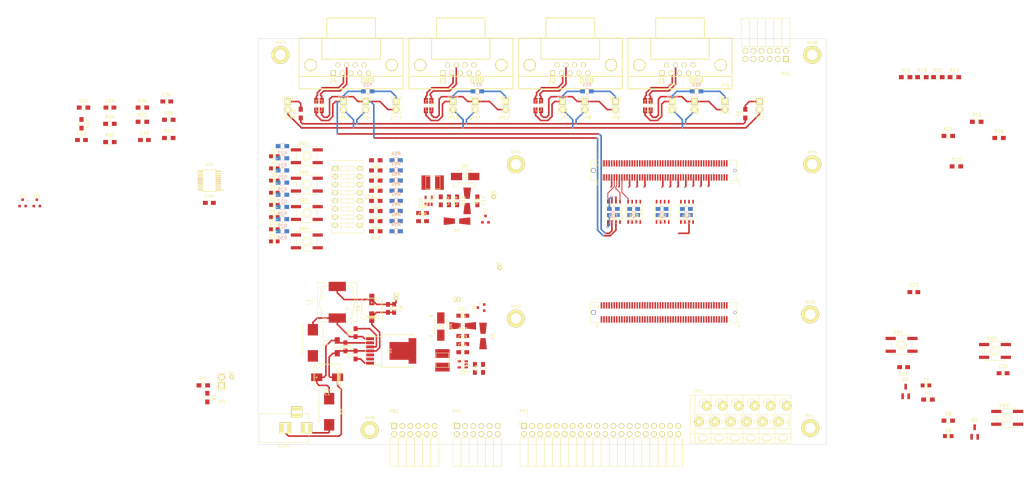
<source format=kicad_pcb>
(kicad_pcb (version 4) (host pcbnew 4.0.2-stable)

  (general
    (links 513)
    (no_connects 452)
    (area -177.850001 -63.550001 0.050001 63.550001)
    (thickness 1.5)
    (drawings 13)
    (tracks 399)
    (zones 0)
    (modules 181)
    (nets 162)
  )

  (page A4)
  (title_block
    (title "MicroZed CAN Carrier Board")
    (rev A)
    (company "FEE CTU")
  )

  (layers
    (0 F.Cu signal)
    (31 B.Cu signal)
    (32 B.Adhes user)
    (33 F.Adhes user)
    (34 B.Paste user)
    (35 F.Paste user)
    (36 B.SilkS user)
    (37 F.SilkS user)
    (38 B.Mask user)
    (39 F.Mask user)
    (40 Dwgs.User user)
    (41 Cmts.User user)
    (42 Eco1.User user)
    (43 Eco2.User user)
    (44 Edge.Cuts user)
    (45 Margin user)
    (46 B.CrtYd user)
    (47 F.CrtYd user)
    (48 B.Fab user)
    (49 F.Fab user)
  )

  (setup
    (last_trace_width 0.508)
    (trace_clearance 0.254)
    (zone_clearance 0.508)
    (zone_45_only no)
    (trace_min 0.1)
    (segment_width 0.2)
    (edge_width 0.1)
    (via_size 0.3)
    (via_drill 0.25)
    (via_min_size 0.25)
    (via_min_drill 0.25)
    (uvia_size 0.3)
    (uvia_drill 0.1)
    (uvias_allowed no)
    (uvia_min_size 0)
    (uvia_min_drill 0)
    (pcb_text_width 0.3)
    (pcb_text_size 1.5 1.5)
    (mod_edge_width 0.15)
    (mod_text_size 1 1)
    (mod_text_width 0.15)
    (pad_size 1.5 1.5)
    (pad_drill 0.6)
    (pad_to_mask_clearance 0)
    (aux_axis_origin 0 0)
    (grid_origin 52.705 73.025)
    (visible_elements FFFFF77F)
    (pcbplotparams
      (layerselection 0x00030_80000001)
      (usegerberextensions false)
      (excludeedgelayer true)
      (linewidth 0.100000)
      (plotframeref false)
      (viasonmask false)
      (mode 1)
      (useauxorigin false)
      (hpglpennumber 1)
      (hpglpenspeed 20)
      (hpglpendiameter 15)
      (hpglpenoverlay 2)
      (psnegative false)
      (psa4output false)
      (plotreference true)
      (plotvalue true)
      (plotinvisibletext false)
      (padsonsilk false)
      (subtractmaskfromsilk false)
      (outputformat 1)
      (mirror false)
      (drillshape 1)
      (scaleselection 1)
      (outputdirectory ""))
  )

  (net 0 "")
  (net 1 "/MicroHeader JX2/PG_MODULE")
  (net 2 GND)
  (net 3 "/MicroHeader JX1/CARRIER_SRST#")
  (net 4 +5V)
  (net 5 VCCIO_34)
  (net 6 "/MicroHeader JX1/FPGA_DONE")
  (net 7 "/MicroHeader JX2/VCCIO_EN")
  (net 8 VCCIO_35)
  (net 9 "/MicroHeader JX2/INIT#")
  (net 10 "Net-(D1-Pad2)")
  (net 11 /Power/VIN_24)
  (net 12 "Net-(D1-Pad1)")
  (net 13 "Net-(CON1-Pad1)")
  (net 14 "Net-(D6-Pad2)")
  (net 15 "Net-(D6-Pad1)")
  (net 16 "Net-(D7-Pad2)")
  (net 17 "Net-(D8-Pad2)")
  (net 18 "Net-(D9-Pad2)")
  (net 19 "Net-(D10-Pad2)")
  (net 20 "Net-(D11-Pad2)")
  (net 21 "Net-(D12-Pad2)")
  (net 22 "Net-(D13-Pad2)")
  (net 23 "Net-(R23-Pad2)")
  (net 24 "Net-(R31-Pad2)")
  (net 25 /Power/PWR_EN)
  (net 26 "/MicroHeader JX2/PS2")
  (net 27 "/MicroHeader JX2/PS4")
  (net 28 "/MicroHeader JX2/PS8")
  (net 29 "/MicroHeader JX2/PS10")
  (net 30 "/MicroHeader JX2/PS9")
  (net 31 "/MicroHeader JX2/PS7")
  (net 32 "/MicroHeader JX2/PS3")
  (net 33 "/MicroHeader JX2/PS1")
  (net 34 "Net-(L1-Pad1)")
  (net 35 "Net-(D14-Pad2)")
  (net 36 "Net-(JP1-Pad1)")
  (net 37 "Net-(L2-Pad1)")
  (net 38 "Net-(R24-Pad2)")
  (net 39 "Net-(R25-Pad2)")
  (net 40 "Net-(R26-Pad2)")
  (net 41 "Net-(R27-Pad2)")
  (net 42 "Net-(R28-Pad2)")
  (net 43 "Net-(R29-Pad2)")
  (net 44 "Net-(R30-Pad2)")
  (net 45 "Net-(R33-Pad2)")
  (net 46 "Net-(R35-Pad2)")
  (net 47 "Net-(R37-Pad2)")
  (net 48 "Net-(R43-Pad2)")
  (net 49 "Net-(R44-Pad2)")
  (net 50 "Net-(R45-Pad2)")
  (net 51 "Net-(R46-Pad2)")
  (net 52 "Net-(R47-Pad2)")
  (net 53 "Net-(R48-Pad2)")
  (net 54 "Net-(R49-Pad2)")
  (net 55 "Net-(R50-Pad2)")
  (net 56 "Net-(C4-Pad1)")
  (net 57 "Net-(C5-Pad1)")
  (net 58 "Net-(C5-Pad2)")
  (net 59 "Net-(C11-Pad2)")
  (net 60 "Net-(C17-Pad2)")
  (net 61 "Net-(JP6-Pad1)")
  (net 62 "Net-(JP9-Pad1)")
  (net 63 "Net-(JP12-Pad1)")
  (net 64 "Net-(JP15-Pad1)")
  (net 65 "Net-(JP2-Pad1)")
  (net 66 "Net-(JP3-Pad1)")
  (net 67 "/MicroHeader JX2/sheet5713CF9B/KEY1")
  (net 68 "/MicroHeader JX2/sheet5713CF9B/KEY2")
  (net 69 "/MicroHeader JX2/sheet5713CF9B/KEY3")
  (net 70 "/MicroHeader JX2/sheet5713CF9B/KEY4")
  (net 71 "/MicroHeader JX2/sheet5713CF9B/SW1")
  (net 72 "/MicroHeader JX2/sheet5713CF9B/SW2")
  (net 73 "/MicroHeader JX2/sheet5713CF9B/SW3")
  (net 74 "/MicroHeader JX2/sheet5713CF9B/SW4")
  (net 75 "/MicroHeader JX2/sheet5713CF9B/SW5")
  (net 76 "/MicroHeader JX2/sheet5713CF9B/SW6")
  (net 77 "/MicroHeader JX2/sheet5713CF9B/SW7")
  (net 78 "/MicroHeader JX2/sheet5713CF9B/SW8")
  (net 79 "/MicroHeader JX2/sheet5713CF9A/CAN 1/CONN_CAN-")
  (net 80 "/MicroHeader JX2/sheet5713CF9A/CAN 1/CONN_CAN+")
  (net 81 "/MicroHeader JX2/sheet5713CF9A/CAN 2/CONN_CAN-")
  (net 82 "/MicroHeader JX2/sheet5713CF9A/CAN 2/CONN_CAN+")
  (net 83 "/MicroHeader JX2/sheet5713CF9A/CAN 3/CONN_CAN-")
  (net 84 "/MicroHeader JX2/sheet5713CF9A/CAN 3/CONN_CAN+")
  (net 85 "/MicroHeader JX2/sheet5713CF9A/CAN 4/CONN_CAN-")
  (net 86 "/MicroHeader JX2/sheet5713CF9A/CAN 4/CONN_CAN+")
  (net 87 "/MicroHeader JX2/sheet5713CF9A/CAN 1/COM_CAN-")
  (net 88 "/MicroHeader JX2/sheet5713CF9A/CAN 1/CAN-")
  (net 89 "/MicroHeader JX2/sheet5713CF9A/CAN 1/CAN+")
  (net 90 "/MicroHeader JX2/sheet5713CF9A/CAN 1/COM_CAN+")
  (net 91 "/MicroHeader JX2/sheet5713CF9A/CAN 2/CAN-")
  (net 92 "/MicroHeader JX2/sheet5713CF9A/CAN 2/CAN+")
  (net 93 "/MicroHeader JX2/sheet5713CF9A/CAN 3/CAN-")
  (net 94 "/MicroHeader JX2/sheet5713CF9A/CAN 3/CAN+")
  (net 95 "/MicroHeader JX2/sheet5713CF9A/CAN 4/CAN-")
  (net 96 "/MicroHeader JX2/sheet5713CF9A/CAN 4/CAN+")
  (net 97 "/MicroHeader JX1/PB1")
  (net 98 "/MicroHeader JX1/PB2")
  (net 99 "/MicroHeader JX1/PB3")
  (net 100 "/MicroHeader JX1/PB4")
  (net 101 "/MicroHeader JX1/PB7")
  (net 102 "/MicroHeader JX1/PB8")
  (net 103 "/MicroHeader JX1/PB9")
  (net 104 "/MicroHeader JX1/PB10")
  (net 105 "/MicroHeader JX1/PP_GPIO2_SDA")
  (net 106 "/MicroHeader JX1/PP_GPIO3_SCL")
  (net 107 "/MicroHeader JX1/PP_GPIO4")
  (net 108 "/MicroHeader JX1/PP_GPIO17")
  (net 109 "/MicroHeader JX1/PP_GPIO27")
  (net 110 "/MicroHeader JX1/PP_GPIO22")
  (net 111 "/MicroHeader JX1/PP_GPIO10_MOSI")
  (net 112 "/MicroHeader JX1/PP_GPIO9_MISO")
  (net 113 "/MicroHeader JX1/PP_GPIO11_SCLK")
  (net 114 "/MicroHeader JX1/PP_ID_SD")
  (net 115 "/MicroHeader JX1/PP_GPIO5")
  (net 116 "/MicroHeader JX1/PP_GPIO6")
  (net 117 "/MicroHeader JX1/PP_GPIO13")
  (net 118 "/MicroHeader JX1/PP_GPIO19")
  (net 119 "/MicroHeader JX1/PP_GPIO26")
  (net 120 "/MicroHeader JX1/PP_GPIO21")
  (net 121 "/MicroHeader JX1/PP_GPIO20")
  (net 122 "/MicroHeader JX1/PP_GPIO16")
  (net 123 "/MicroHeader JX1/PP_GPIO12")
  (net 124 "/MicroHeader JX1/PP_ID_SC")
  (net 125 "/MicroHeader JX1/PP_GPIO7_CE1")
  (net 126 "/MicroHeader JX1/PP_GPIO8_CE0")
  (net 127 "/MicroHeader JX1/PP_GPIO25")
  (net 128 "/MicroHeader JX1/PP_GPIO24")
  (net 129 "/MicroHeader JX1/PP_GPIO23")
  (net 130 "/MicroHeader JX1/PP_GPIO18_PWM")
  (net 131 "/MicroHeader JX1/PP_GPIO15_RXD")
  (net 132 "/MicroHeader JX1/PP_GPIO14_TXD")
  (net 133 "/MicroHeader JX1/PA10")
  (net 134 "/MicroHeader JX1/PA9")
  (net 135 "/MicroHeader JX1/PA8")
  (net 136 "/MicroHeader JX1/PA7")
  (net 137 "/MicroHeader JX1/PA4")
  (net 138 "/MicroHeader JX1/PA3")
  (net 139 "/MicroHeader JX1/PA2")
  (net 140 "/MicroHeader JX1/PA1")
  (net 141 "/MicroHeader JX1/PX4")
  (net 142 "/MicroHeader JX1/PX3")
  (net 143 "/MicroHeader JX1/PX2")
  (net 144 "/MicroHeader JX1/PX1")
  (net 145 "/MicroHeader JX2/sheet5713CF9A/CAN_STBY")
  (net 146 "/MicroHeader JX2/sheet5713CF9A/CAN4_RXD")
  (net 147 "/MicroHeader JX2/sheet5713CF9A/CAN4_TXD")
  (net 148 "/MicroHeader JX2/sheet5713CF9A/CAN3_RXD")
  (net 149 "/MicroHeader JX2/sheet5713CF9A/CAN3_TXD")
  (net 150 "/MicroHeader JX2/sheet5713CF9A/CAN2_RXD")
  (net 151 "/MicroHeader JX2/sheet5713CF9A/CAN2_TXD")
  (net 152 "/MicroHeader JX2/sheet5713CF9A/CAN1_RXD")
  (net 153 "/MicroHeader JX2/sheet5713CF9A/CAN1_TXD")
  (net 154 "/MicroHeader JX2/sheet5713CF9B/LED8")
  (net 155 "/MicroHeader JX2/sheet5713CF9B/LED7")
  (net 156 "/MicroHeader JX2/sheet5713CF9B/LED6")
  (net 157 "/MicroHeader JX2/sheet5713CF9B/LED5")
  (net 158 "/MicroHeader JX2/sheet5713CF9B/LED4")
  (net 159 "/MicroHeader JX2/sheet5713CF9B/LED3")
  (net 160 "/MicroHeader JX2/sheet5713CF9B/LED2")
  (net 161 "/MicroHeader JX2/sheet5713CF9B/LED1")

  (net_class Default "This is the default net class."
    (clearance 0.254)
    (trace_width 0.508)
    (via_dia 0.3)
    (via_drill 0.25)
    (uvia_dia 0.3)
    (uvia_drill 0.1)
    (add_net "/MicroHeader JX1/CARRIER_SRST#")
    (add_net "/MicroHeader JX1/FPGA_DONE")
    (add_net "/MicroHeader JX1/PA1")
    (add_net "/MicroHeader JX1/PA10")
    (add_net "/MicroHeader JX1/PA2")
    (add_net "/MicroHeader JX1/PA3")
    (add_net "/MicroHeader JX1/PA4")
    (add_net "/MicroHeader JX1/PA7")
    (add_net "/MicroHeader JX1/PA8")
    (add_net "/MicroHeader JX1/PA9")
    (add_net "/MicroHeader JX1/PB1")
    (add_net "/MicroHeader JX1/PB10")
    (add_net "/MicroHeader JX1/PB2")
    (add_net "/MicroHeader JX1/PB3")
    (add_net "/MicroHeader JX1/PB4")
    (add_net "/MicroHeader JX1/PB7")
    (add_net "/MicroHeader JX1/PB8")
    (add_net "/MicroHeader JX1/PB9")
    (add_net "/MicroHeader JX1/PP_GPIO10_MOSI")
    (add_net "/MicroHeader JX1/PP_GPIO11_SCLK")
    (add_net "/MicroHeader JX1/PP_GPIO12")
    (add_net "/MicroHeader JX1/PP_GPIO13")
    (add_net "/MicroHeader JX1/PP_GPIO14_TXD")
    (add_net "/MicroHeader JX1/PP_GPIO15_RXD")
    (add_net "/MicroHeader JX1/PP_GPIO16")
    (add_net "/MicroHeader JX1/PP_GPIO17")
    (add_net "/MicroHeader JX1/PP_GPIO18_PWM")
    (add_net "/MicroHeader JX1/PP_GPIO19")
    (add_net "/MicroHeader JX1/PP_GPIO20")
    (add_net "/MicroHeader JX1/PP_GPIO21")
    (add_net "/MicroHeader JX1/PP_GPIO22")
    (add_net "/MicroHeader JX1/PP_GPIO23")
    (add_net "/MicroHeader JX1/PP_GPIO24")
    (add_net "/MicroHeader JX1/PP_GPIO25")
    (add_net "/MicroHeader JX1/PP_GPIO26")
    (add_net "/MicroHeader JX1/PP_GPIO27")
    (add_net "/MicroHeader JX1/PP_GPIO2_SDA")
    (add_net "/MicroHeader JX1/PP_GPIO3_SCL")
    (add_net "/MicroHeader JX1/PP_GPIO4")
    (add_net "/MicroHeader JX1/PP_GPIO5")
    (add_net "/MicroHeader JX1/PP_GPIO6")
    (add_net "/MicroHeader JX1/PP_GPIO7_CE1")
    (add_net "/MicroHeader JX1/PP_GPIO8_CE0")
    (add_net "/MicroHeader JX1/PP_GPIO9_MISO")
    (add_net "/MicroHeader JX1/PP_ID_SC")
    (add_net "/MicroHeader JX1/PP_ID_SD")
    (add_net "/MicroHeader JX1/PX1")
    (add_net "/MicroHeader JX1/PX2")
    (add_net "/MicroHeader JX1/PX3")
    (add_net "/MicroHeader JX1/PX4")
    (add_net "/MicroHeader JX2/INIT#")
    (add_net "/MicroHeader JX2/PG_MODULE")
    (add_net "/MicroHeader JX2/PS1")
    (add_net "/MicroHeader JX2/PS10")
    (add_net "/MicroHeader JX2/PS2")
    (add_net "/MicroHeader JX2/PS3")
    (add_net "/MicroHeader JX2/PS4")
    (add_net "/MicroHeader JX2/PS7")
    (add_net "/MicroHeader JX2/PS8")
    (add_net "/MicroHeader JX2/PS9")
    (add_net "/MicroHeader JX2/VCCIO_EN")
    (add_net "/MicroHeader JX2/sheet5713CF9A/CAN_STBY")
    (add_net "/MicroHeader JX2/sheet5713CF9B/KEY1")
    (add_net "/MicroHeader JX2/sheet5713CF9B/KEY2")
    (add_net "/MicroHeader JX2/sheet5713CF9B/KEY3")
    (add_net "/MicroHeader JX2/sheet5713CF9B/KEY4")
    (add_net "/MicroHeader JX2/sheet5713CF9B/LED1")
    (add_net "/MicroHeader JX2/sheet5713CF9B/LED2")
    (add_net "/MicroHeader JX2/sheet5713CF9B/LED3")
    (add_net "/MicroHeader JX2/sheet5713CF9B/LED4")
    (add_net "/MicroHeader JX2/sheet5713CF9B/LED5")
    (add_net "/MicroHeader JX2/sheet5713CF9B/LED6")
    (add_net "/MicroHeader JX2/sheet5713CF9B/LED7")
    (add_net "/MicroHeader JX2/sheet5713CF9B/LED8")
    (add_net "/MicroHeader JX2/sheet5713CF9B/SW1")
    (add_net "/MicroHeader JX2/sheet5713CF9B/SW2")
    (add_net "/MicroHeader JX2/sheet5713CF9B/SW3")
    (add_net "/MicroHeader JX2/sheet5713CF9B/SW4")
    (add_net "/MicroHeader JX2/sheet5713CF9B/SW5")
    (add_net "/MicroHeader JX2/sheet5713CF9B/SW6")
    (add_net "/MicroHeader JX2/sheet5713CF9B/SW7")
    (add_net "/MicroHeader JX2/sheet5713CF9B/SW8")
    (add_net /Power/PWR_EN)
    (add_net /Power/VIN_24)
    (add_net GND)
    (add_net "Net-(C11-Pad2)")
    (add_net "Net-(C17-Pad2)")
    (add_net "Net-(C4-Pad1)")
    (add_net "Net-(C5-Pad1)")
    (add_net "Net-(C5-Pad2)")
    (add_net "Net-(CON1-Pad1)")
    (add_net "Net-(D1-Pad1)")
    (add_net "Net-(D1-Pad2)")
    (add_net "Net-(D10-Pad2)")
    (add_net "Net-(D11-Pad2)")
    (add_net "Net-(D12-Pad2)")
    (add_net "Net-(D13-Pad2)")
    (add_net "Net-(D14-Pad2)")
    (add_net "Net-(D6-Pad1)")
    (add_net "Net-(D6-Pad2)")
    (add_net "Net-(D7-Pad2)")
    (add_net "Net-(D8-Pad2)")
    (add_net "Net-(D9-Pad2)")
    (add_net "Net-(JP1-Pad1)")
    (add_net "Net-(JP12-Pad1)")
    (add_net "Net-(JP15-Pad1)")
    (add_net "Net-(JP2-Pad1)")
    (add_net "Net-(JP3-Pad1)")
    (add_net "Net-(JP6-Pad1)")
    (add_net "Net-(JP9-Pad1)")
    (add_net "Net-(L1-Pad1)")
    (add_net "Net-(L2-Pad1)")
    (add_net "Net-(R23-Pad2)")
    (add_net "Net-(R24-Pad2)")
    (add_net "Net-(R25-Pad2)")
    (add_net "Net-(R26-Pad2)")
    (add_net "Net-(R27-Pad2)")
    (add_net "Net-(R28-Pad2)")
    (add_net "Net-(R29-Pad2)")
    (add_net "Net-(R30-Pad2)")
    (add_net "Net-(R31-Pad2)")
    (add_net "Net-(R33-Pad2)")
    (add_net "Net-(R35-Pad2)")
    (add_net "Net-(R37-Pad2)")
    (add_net "Net-(R43-Pad2)")
    (add_net "Net-(R44-Pad2)")
    (add_net "Net-(R45-Pad2)")
    (add_net "Net-(R46-Pad2)")
    (add_net "Net-(R47-Pad2)")
    (add_net "Net-(R48-Pad2)")
    (add_net "Net-(R49-Pad2)")
    (add_net "Net-(R50-Pad2)")
  )

  (net_class "CAN Diff" ""
    (clearance 0.254)
    (trace_width 0.508)
    (via_dia 0.3)
    (via_drill 0.25)
    (uvia_dia 0.3)
    (uvia_drill 0.1)
    (add_net "/MicroHeader JX2/sheet5713CF9A/CAN 1/CAN+")
    (add_net "/MicroHeader JX2/sheet5713CF9A/CAN 1/CAN-")
    (add_net "/MicroHeader JX2/sheet5713CF9A/CAN 1/COM_CAN+")
    (add_net "/MicroHeader JX2/sheet5713CF9A/CAN 1/COM_CAN-")
    (add_net "/MicroHeader JX2/sheet5713CF9A/CAN 1/CONN_CAN+")
    (add_net "/MicroHeader JX2/sheet5713CF9A/CAN 1/CONN_CAN-")
    (add_net "/MicroHeader JX2/sheet5713CF9A/CAN 2/CAN+")
    (add_net "/MicroHeader JX2/sheet5713CF9A/CAN 2/CAN-")
    (add_net "/MicroHeader JX2/sheet5713CF9A/CAN 2/CONN_CAN+")
    (add_net "/MicroHeader JX2/sheet5713CF9A/CAN 2/CONN_CAN-")
    (add_net "/MicroHeader JX2/sheet5713CF9A/CAN 3/CAN+")
    (add_net "/MicroHeader JX2/sheet5713CF9A/CAN 3/CAN-")
    (add_net "/MicroHeader JX2/sheet5713CF9A/CAN 3/CONN_CAN+")
    (add_net "/MicroHeader JX2/sheet5713CF9A/CAN 3/CONN_CAN-")
    (add_net "/MicroHeader JX2/sheet5713CF9A/CAN 4/CAN+")
    (add_net "/MicroHeader JX2/sheet5713CF9A/CAN 4/CAN-")
    (add_net "/MicroHeader JX2/sheet5713CF9A/CAN 4/CONN_CAN+")
    (add_net "/MicroHeader JX2/sheet5713CF9A/CAN 4/CONN_CAN-")
  )

  (net_class Power ""
    (clearance 0.508)
    (trace_width 0.508)
    (via_dia 0.6)
    (via_drill 0.4)
    (uvia_dia 0.3)
    (uvia_drill 0.1)
    (add_net +5V)
    (add_net VCCIO_34)
    (add_net VCCIO_35)
  )

  (net_class Signals ""
    (clearance 0.1778)
    (trace_width 0.254)
    (via_dia 0.3)
    (via_drill 0.25)
    (uvia_dia 0.3)
    (uvia_drill 0.1)
    (add_net "/MicroHeader JX2/sheet5713CF9A/CAN1_RXD")
    (add_net "/MicroHeader JX2/sheet5713CF9A/CAN1_TXD")
    (add_net "/MicroHeader JX2/sheet5713CF9A/CAN2_RXD")
    (add_net "/MicroHeader JX2/sheet5713CF9A/CAN2_TXD")
    (add_net "/MicroHeader JX2/sheet5713CF9A/CAN3_RXD")
    (add_net "/MicroHeader JX2/sheet5713CF9A/CAN3_TXD")
    (add_net "/MicroHeader JX2/sheet5713CF9A/CAN4_RXD")
    (add_net "/MicroHeader JX2/sheet5713CF9A/CAN4_TXD")
  )

  (module Pin_Headers:Pin_Header_Straight_1x02 (layer F.Cu) (tedit 570D5CD5) (tstamp 570443F2)
    (at -151.13 -43.815)
    (descr "Through hole pin header")
    (tags "pin header")
    (path /56EC20E2/5713CFE4/5709853A/57093CFD)
    (fp_text reference JP13 (at 0 5.08) (layer F.SilkS)
      (effects (font (size 1 1) (thickness 0.15)))
    )
    (fp_text value Jumper_NO_Small (at 0 -3.1) (layer F.Fab)
      (effects (font (size 1 1) (thickness 0.15)))
    )
    (fp_line (start 1.27 1.27) (end 1.27 3.81) (layer F.SilkS) (width 0.15))
    (fp_line (start 1.55 -1.55) (end 1.55 0) (layer F.SilkS) (width 0.15))
    (fp_line (start -1.75 -1.75) (end -1.75 4.3) (layer F.CrtYd) (width 0.05))
    (fp_line (start 1.75 -1.75) (end 1.75 4.3) (layer F.CrtYd) (width 0.05))
    (fp_line (start -1.75 -1.75) (end 1.75 -1.75) (layer F.CrtYd) (width 0.05))
    (fp_line (start -1.75 4.3) (end 1.75 4.3) (layer F.CrtYd) (width 0.05))
    (fp_line (start 1.27 1.27) (end -1.27 1.27) (layer F.SilkS) (width 0.15))
    (fp_line (start -1.55 0) (end -1.55 -1.55) (layer F.SilkS) (width 0.15))
    (fp_line (start -1.55 -1.55) (end 1.55 -1.55) (layer F.SilkS) (width 0.15))
    (fp_line (start -1.27 1.27) (end -1.27 3.81) (layer F.SilkS) (width 0.15))
    (fp_line (start -1.27 3.81) (end 1.27 3.81) (layer F.SilkS) (width 0.15))
    (pad 1 thru_hole rect (at 0 0) (size 2.032 2.032) (drill 1.016) (layers *.Cu *.Mask F.SilkS)
      (net 95 "/MicroHeader JX2/sheet5713CF9A/CAN 4/CAN-"))
    (pad 2 thru_hole oval (at 0 2.54) (size 2.032 2.032) (drill 1.016) (layers *.Cu *.Mask F.SilkS)
      (net 87 "/MicroHeader JX2/sheet5713CF9A/CAN 1/COM_CAN-"))
    (model Pin_Headers.3dshapes/Pin_Header_Straight_1x02.wrl
      (at (xyz 0 -0.05 0))
      (scale (xyz 1 1 1))
      (rotate (xyz 0 0 90))
    )
  )

  (module Resistors_SMD:R_0805_HandSoldering (layer F.Cu) (tedit 54189DEE) (tstamp 5707BE10)
    (at -164.465 -40.005 90)
    (descr "Resistor SMD 0805, hand soldering")
    (tags "resistor 0805")
    (path /56EC20E2/5713CFE4/5707BAE6)
    (attr smd)
    (fp_text reference R10 (at 0 -2.1 90) (layer F.SilkS)
      (effects (font (size 1 1) (thickness 0.15)))
    )
    (fp_text value 120R (at 0 2.1 90) (layer F.Fab)
      (effects (font (size 1 1) (thickness 0.15)))
    )
    (fp_line (start -2.4 -1) (end 2.4 -1) (layer F.CrtYd) (width 0.05))
    (fp_line (start -2.4 1) (end 2.4 1) (layer F.CrtYd) (width 0.05))
    (fp_line (start -2.4 -1) (end -2.4 1) (layer F.CrtYd) (width 0.05))
    (fp_line (start 2.4 -1) (end 2.4 1) (layer F.CrtYd) (width 0.05))
    (fp_line (start 0.6 0.875) (end -0.6 0.875) (layer F.SilkS) (width 0.15))
    (fp_line (start -0.6 -0.875) (end 0.6 -0.875) (layer F.SilkS) (width 0.15))
    (pad 1 smd rect (at -1.35 0 90) (size 1.5 1.3) (layers F.Cu F.Paste F.Mask)
      (net 90 "/MicroHeader JX2/sheet5713CF9A/CAN 1/COM_CAN+"))
    (pad 2 smd rect (at 1.35 0 90) (size 1.5 1.3) (layers F.Cu F.Paste F.Mask)
      (net 66 "Net-(JP3-Pad1)"))
    (model Resistors_SMD.3dshapes/R_0805_HandSoldering.wrl
      (at (xyz 0 0 0))
      (scale (xyz 1 1 1))
      (rotate (xyz 0 0 0))
    )
  )

  (module Pin_Headers:Pin_Header_Straight_1x02 (layer F.Cu) (tedit 570D5F94) (tstamp 570C3D10)
    (at -168.503358 -43.805142)
    (descr "Through hole pin header")
    (tags "pin header")
    (path /56EC20E2/5713CFE4/570CC4EE)
    (fp_text reference JP3 (at 0 5.08) (layer F.SilkS)
      (effects (font (size 1 1) (thickness 0.15)))
    )
    (fp_text value Jumper_NC_Small (at 0 -3.1) (layer F.Fab)
      (effects (font (size 1 1) (thickness 0.15)))
    )
    (fp_line (start 1.27 1.27) (end 1.27 3.81) (layer F.SilkS) (width 0.15))
    (fp_line (start 1.55 -1.55) (end 1.55 0) (layer F.SilkS) (width 0.15))
    (fp_line (start -1.75 -1.75) (end -1.75 4.3) (layer F.CrtYd) (width 0.05))
    (fp_line (start 1.75 -1.75) (end 1.75 4.3) (layer F.CrtYd) (width 0.05))
    (fp_line (start -1.75 -1.75) (end 1.75 -1.75) (layer F.CrtYd) (width 0.05))
    (fp_line (start -1.75 4.3) (end 1.75 4.3) (layer F.CrtYd) (width 0.05))
    (fp_line (start 1.27 1.27) (end -1.27 1.27) (layer F.SilkS) (width 0.15))
    (fp_line (start -1.55 0) (end -1.55 -1.55) (layer F.SilkS) (width 0.15))
    (fp_line (start -1.55 -1.55) (end 1.55 -1.55) (layer F.SilkS) (width 0.15))
    (fp_line (start -1.27 1.27) (end -1.27 3.81) (layer F.SilkS) (width 0.15))
    (fp_line (start -1.27 3.81) (end 1.27 3.81) (layer F.SilkS) (width 0.15))
    (pad 1 thru_hole rect (at 0 0) (size 2.032 2.032) (drill 1.016) (layers *.Cu *.Mask F.SilkS)
      (net 66 "Net-(JP3-Pad1)"))
    (pad 2 thru_hole oval (at 0 2.54) (size 2.032 2.032) (drill 1.016) (layers *.Cu *.Mask F.SilkS)
      (net 87 "/MicroHeader JX2/sheet5713CF9A/CAN 1/COM_CAN-"))
    (model Pin_Headers.3dshapes/Pin_Header_Straight_1x02.wrl
      (at (xyz 0 -0.05 0))
      (scale (xyz 1 1 1))
      (rotate (xyz 0 0 90))
    )
  )

  (module conn_DBxx:DB9FU_small (layer F.Cu) (tedit 570D4674) (tstamp 570D647E)
    (at -114.528358 -53.965142)
    (descr "Connector DB9 female universal")
    (tags "CONN DB9")
    (path /56EC20E2/5713CFE4/57098102/570FA364)
    (fp_text reference J3 (at -5.6 3.7) (layer F.SilkS)
      (effects (font (thickness 0.3048)))
    )
    (fp_text value DB9 (at 5.2 3.6) (layer F.SilkS)
      (effects (font (thickness 0.3048)))
    )
    (fp_line (start -16.129 2.286) (end 16.383 2.286) (layer F.SilkS) (width 0.3048))
    (fp_line (start -16.129 6.186) (end 16.383 6.186) (layer F.SilkS) (width 0.3048))
    (fp_line (start 16.383 6.2) (end 16.383 -9.694) (layer F.SilkS) (width 0.3048))
    (fp_line (start 16.383 -9.694) (end -16.129 -9.694) (layer F.SilkS) (width 0.3048))
    (fp_line (start -16.129 -9.694) (end -16.129 6.2) (layer F.SilkS) (width 0.3048))
    (fp_line (start -9.017 -9.694) (end -9.017 -3.074) (layer F.SilkS) (width 0.3048))
    (fp_line (start -9.017 -3.074) (end 9.271 -3.074) (layer F.SilkS) (width 0.3048))
    (fp_line (start 9.271 -3.074) (end 9.271 -9.694) (layer F.SilkS) (width 0.3048))
    (fp_line (start -7.493 -9.694) (end -7.493 -16.03) (layer F.SilkS) (width 0.3048))
    (fp_line (start -7.493 -16.03) (end 7.747 -16.03) (layer F.SilkS) (width 0.3048))
    (fp_line (start 7.747 -16.03) (end 7.747 -9.694) (layer F.SilkS) (width 0.3048))
    (pad "" thru_hole circle (at 12.827 -1.27) (size 3.81 3.81) (drill 3.048) (layers *.Cu *.Mask F.SilkS))
    (pad "" thru_hole circle (at -12.573 -1.27) (size 3.81 3.81) (drill 3.048) (layers *.Cu *.Mask F.SilkS))
    (pad 1 thru_hole rect (at -5.461 1.27) (size 1.524 1.524) (drill 1.016) (layers *.Cu *.Mask F.SilkS))
    (pad 2 thru_hole circle (at -2.667 1.27) (size 1.524 1.524) (drill 1.016) (layers *.Cu *.Mask F.SilkS)
      (net 83 "/MicroHeader JX2/sheet5713CF9A/CAN 3/CONN_CAN-"))
    (pad 3 thru_hole circle (at 0 1.27) (size 1.524 1.524) (drill 1.016) (layers *.Cu *.Mask F.SilkS))
    (pad 4 thru_hole circle (at 2.794 1.27) (size 1.524 1.524) (drill 1.016) (layers *.Cu *.Mask F.SilkS))
    (pad 5 thru_hole circle (at 5.588 1.27) (size 1.524 1.524) (drill 1.016) (layers *.Cu *.Mask F.SilkS))
    (pad 6 thru_hole circle (at -4.064 -1.27) (size 1.524 1.524) (drill 1.016) (layers *.Cu *.Mask F.SilkS)
      (net 2 GND))
    (pad 7 thru_hole circle (at -1.27 -1.27) (size 1.524 1.524) (drill 1.016) (layers *.Cu *.Mask F.SilkS)
      (net 84 "/MicroHeader JX2/sheet5713CF9A/CAN 3/CONN_CAN+"))
    (pad 8 thru_hole circle (at 1.397 -1.27) (size 1.524 1.524) (drill 1.016) (layers *.Cu *.Mask F.SilkS))
    (pad 9 thru_hole circle (at 4.191 -1.27) (size 1.524 1.524) (drill 1.016) (layers *.Cu *.Mask F.SilkS))
    (model Connect.3dshapes/DB9FC.wrl
      (at (xyz 0 0 0))
      (scale (xyz 1 1 1))
      (rotate (xyz 0 0 0))
    )
  )

  (module conn_DBxx:DB9FU_small (layer F.Cu) (tedit 570D4674) (tstamp 570D644C)
    (at -45.948358 -53.965142)
    (descr "Connector DB9 female universal")
    (tags "CONN DB9")
    (path /56EC20E2/5713CFE4/56F326CC/570FA364)
    (fp_text reference J1 (at -5.6 3.7) (layer F.SilkS)
      (effects (font (thickness 0.3048)))
    )
    (fp_text value DB9 (at 5.2 3.6) (layer F.SilkS)
      (effects (font (thickness 0.3048)))
    )
    (fp_line (start -16.129 2.286) (end 16.383 2.286) (layer F.SilkS) (width 0.3048))
    (fp_line (start -16.129 6.186) (end 16.383 6.186) (layer F.SilkS) (width 0.3048))
    (fp_line (start 16.383 6.2) (end 16.383 -9.694) (layer F.SilkS) (width 0.3048))
    (fp_line (start 16.383 -9.694) (end -16.129 -9.694) (layer F.SilkS) (width 0.3048))
    (fp_line (start -16.129 -9.694) (end -16.129 6.2) (layer F.SilkS) (width 0.3048))
    (fp_line (start -9.017 -9.694) (end -9.017 -3.074) (layer F.SilkS) (width 0.3048))
    (fp_line (start -9.017 -3.074) (end 9.271 -3.074) (layer F.SilkS) (width 0.3048))
    (fp_line (start 9.271 -3.074) (end 9.271 -9.694) (layer F.SilkS) (width 0.3048))
    (fp_line (start -7.493 -9.694) (end -7.493 -16.03) (layer F.SilkS) (width 0.3048))
    (fp_line (start -7.493 -16.03) (end 7.747 -16.03) (layer F.SilkS) (width 0.3048))
    (fp_line (start 7.747 -16.03) (end 7.747 -9.694) (layer F.SilkS) (width 0.3048))
    (pad "" thru_hole circle (at 12.827 -1.27) (size 3.81 3.81) (drill 3.048) (layers *.Cu *.Mask F.SilkS))
    (pad "" thru_hole circle (at -12.573 -1.27) (size 3.81 3.81) (drill 3.048) (layers *.Cu *.Mask F.SilkS))
    (pad 1 thru_hole rect (at -5.461 1.27) (size 1.524 1.524) (drill 1.016) (layers *.Cu *.Mask F.SilkS))
    (pad 2 thru_hole circle (at -2.667 1.27) (size 1.524 1.524) (drill 1.016) (layers *.Cu *.Mask F.SilkS)
      (net 79 "/MicroHeader JX2/sheet5713CF9A/CAN 1/CONN_CAN-"))
    (pad 3 thru_hole circle (at 0 1.27) (size 1.524 1.524) (drill 1.016) (layers *.Cu *.Mask F.SilkS))
    (pad 4 thru_hole circle (at 2.794 1.27) (size 1.524 1.524) (drill 1.016) (layers *.Cu *.Mask F.SilkS))
    (pad 5 thru_hole circle (at 5.588 1.27) (size 1.524 1.524) (drill 1.016) (layers *.Cu *.Mask F.SilkS))
    (pad 6 thru_hole circle (at -4.064 -1.27) (size 1.524 1.524) (drill 1.016) (layers *.Cu *.Mask F.SilkS)
      (net 2 GND))
    (pad 7 thru_hole circle (at -1.27 -1.27) (size 1.524 1.524) (drill 1.016) (layers *.Cu *.Mask F.SilkS)
      (net 80 "/MicroHeader JX2/sheet5713CF9A/CAN 1/CONN_CAN+"))
    (pad 8 thru_hole circle (at 1.397 -1.27) (size 1.524 1.524) (drill 1.016) (layers *.Cu *.Mask F.SilkS))
    (pad 9 thru_hole circle (at 4.191 -1.27) (size 1.524 1.524) (drill 1.016) (layers *.Cu *.Mask F.SilkS))
    (model Connect.3dshapes/DB9FC.wrl
      (at (xyz 0 0 0))
      (scale (xyz 1 1 1))
      (rotate (xyz 0 0 0))
    )
  )

  (module Capacitors_SMD:c_elec_8x10 (layer F.Cu) (tedit 55729723) (tstamp 570CEA24)
    (at -156.21 42.545 180)
    (descr "SMT capacitor, aluminium electrolytic, 8x10")
    (path /56E8FE78/570CA185)
    (attr smd)
    (fp_text reference C1 (at 0 -5.08 180) (layer F.SilkS)
      (effects (font (size 1 1) (thickness 0.15)))
    )
    (fp_text value 220u (at 0 5.08 180) (layer F.Fab)
      (effects (font (size 1 1) (thickness 0.15)))
    )
    (fp_line (start -5.35 -4.55) (end 5.35 -4.55) (layer F.CrtYd) (width 0.05))
    (fp_line (start 5.35 -4.55) (end 5.35 4.55) (layer F.CrtYd) (width 0.05))
    (fp_line (start 5.35 4.55) (end -5.35 4.55) (layer F.CrtYd) (width 0.05))
    (fp_line (start -5.35 4.55) (end -5.35 -4.55) (layer F.CrtYd) (width 0.05))
    (fp_line (start -3.81 -1.016) (end -3.81 1.016) (layer F.SilkS) (width 0.15))
    (fp_line (start -3.683 1.397) (end -3.683 -1.397) (layer F.SilkS) (width 0.15))
    (fp_line (start -3.556 -1.651) (end -3.556 1.651) (layer F.SilkS) (width 0.15))
    (fp_line (start -3.429 1.905) (end -3.429 -1.905) (layer F.SilkS) (width 0.15))
    (fp_line (start -3.302 2.032) (end -3.302 -2.032) (layer F.SilkS) (width 0.15))
    (fp_line (start -3.175 -2.286) (end -3.175 2.286) (layer F.SilkS) (width 0.15))
    (fp_line (start -4.191 -4.191) (end -4.191 4.191) (layer F.SilkS) (width 0.15))
    (fp_line (start -4.191 4.191) (end 3.429 4.191) (layer F.SilkS) (width 0.15))
    (fp_line (start 3.429 4.191) (end 4.191 3.429) (layer F.SilkS) (width 0.15))
    (fp_line (start 4.191 3.429) (end 4.191 -3.429) (layer F.SilkS) (width 0.15))
    (fp_line (start 4.191 -3.429) (end 3.429 -4.191) (layer F.SilkS) (width 0.15))
    (fp_line (start 3.429 -4.191) (end -4.191 -4.191) (layer F.SilkS) (width 0.15))
    (fp_line (start 3.683 0) (end 2.921 0) (layer F.SilkS) (width 0.15))
    (fp_line (start 3.302 -0.381) (end 3.302 0.381) (layer F.SilkS) (width 0.15))
    (fp_circle (center 0 0) (end 3.937 0) (layer F.SilkS) (width 0.15))
    (pad 1 smd rect (at 3.2512 0 180) (size 3.50012 2.4003) (layers F.Cu F.Paste F.Mask)
      (net 11 /Power/VIN_24))
    (pad 2 smd rect (at -3.2512 0 180) (size 3.50012 2.4003) (layers F.Cu F.Paste F.Mask)
      (net 2 GND))
    (model Capacitors_SMD.3dshapes/c_elec_8x10.wrl
      (at (xyz 0 0 0))
      (scale (xyz 1 1 1))
      (rotate (xyz 0 0 0))
    )
  )

  (module Diodes_SMD:SMB_Handsoldering (layer F.Cu) (tedit 552FF2F0) (tstamp 570BF658)
    (at -120.65 26.67 270)
    (descr "Diode SMB Handsoldering")
    (tags "Diode SMB Handsoldering")
    (path /56E8FE78/5717B426)
    (attr smd)
    (fp_text reference D4 (at 0 -3.1 270) (layer F.SilkS)
      (effects (font (size 1 1) (thickness 0.15)))
    )
    (fp_text value SK13 (at 0.1 4.75 270) (layer F.Fab)
      (effects (font (size 1 1) (thickness 0.15)))
    )
    (fp_line (start -4.7 -2.25) (end 4.7 -2.25) (layer F.CrtYd) (width 0.05))
    (fp_line (start 4.7 -2.25) (end 4.7 2.25) (layer F.CrtYd) (width 0.05))
    (fp_line (start 4.7 2.25) (end -4.7 2.25) (layer F.CrtYd) (width 0.05))
    (fp_line (start -4.7 2.25) (end -4.7 -2.25) (layer F.CrtYd) (width 0.05))
    (fp_line (start -0.44958 0) (end 0.39878 -1.00076) (layer F.SilkS) (width 0.15))
    (fp_line (start 0.39878 -1.00076) (end 0.39878 1.00076) (layer F.SilkS) (width 0.15))
    (fp_line (start 0.39878 1.00076) (end -0.44958 0) (layer F.SilkS) (width 0.15))
    (fp_line (start -0.44958 0) (end -0.44958 1.00076) (layer F.SilkS) (width 0.15))
    (fp_line (start -0.44958 0) (end -0.44958 -1.00076) (layer F.SilkS) (width 0.15))
    (fp_text user K (at -3.5 3.1 270) (layer F.SilkS)
      (effects (font (size 1 1) (thickness 0.15)))
    )
    (fp_text user A (at 3 3.05 270) (layer F.SilkS)
      (effects (font (size 1 1) (thickness 0.15)))
    )
    (fp_line (start -2.30632 1.8) (end -2.30632 1.6002) (layer F.SilkS) (width 0.15))
    (fp_line (start -1.84928 1.8) (end -1.84928 1.601) (layer F.SilkS) (width 0.15))
    (fp_line (start 2.30124 1.8) (end 2.30124 1.651) (layer F.SilkS) (width 0.15))
    (fp_line (start -2.30124 -1.8) (end -2.30124 -1.651) (layer F.SilkS) (width 0.15))
    (fp_line (start -1.84928 -1.8) (end -1.84928 -1.651) (layer F.SilkS) (width 0.15))
    (fp_line (start 2.30124 -1.8) (end 2.30124 -1.651) (layer F.SilkS) (width 0.15))
    (fp_line (start -1.84928 1.94898) (end -1.84928 1.75086) (layer F.SilkS) (width 0.15))
    (fp_line (start -1.84928 -1.99898) (end -1.84928 -1.80086) (layer F.SilkS) (width 0.15))
    (fp_line (start 2.29616 1.99644) (end 2.29616 1.79832) (layer F.SilkS) (width 0.15))
    (fp_line (start -2.30632 1.99644) (end 2.29616 1.99644) (layer F.SilkS) (width 0.15))
    (fp_line (start -2.30632 1.99644) (end -2.30632 1.79832) (layer F.SilkS) (width 0.15))
    (fp_line (start -2.30124 -1.99898) (end -2.30124 -1.80086) (layer F.SilkS) (width 0.15))
    (fp_line (start -2.30124 -1.99898) (end 2.30124 -1.99898) (layer F.SilkS) (width 0.15))
    (fp_line (start 2.30124 -1.99898) (end 2.30124 -1.80086) (layer F.SilkS) (width 0.15))
    (pad 1 smd rect (at -2.70002 0 270) (size 3.50012 2.30124) (layers F.Cu F.Paste F.Mask)
      (net 4 +5V))
    (pad 2 smd rect (at 2.70002 0 270) (size 3.50012 2.30124) (layers F.Cu F.Paste F.Mask)
      (net 5 VCCIO_34))
    (model Diodes_SMD.3dshapes/SMB_Handsoldering.wrl
      (at (xyz 0 0 0))
      (scale (xyz 0.3937 0.3937 0.3937))
      (rotate (xyz 0 0 180))
    )
  )

  (module conn_DBxx:DB9FU_small (layer F.Cu) (tedit 570D4674) (tstamp 570D6497)
    (at -148.818358 -53.965142)
    (descr "Connector DB9 female universal")
    (tags "CONN DB9")
    (path /56EC20E2/5713CFE4/5709853A/570FA364)
    (fp_text reference J4 (at -5.6 3.7) (layer F.SilkS)
      (effects (font (thickness 0.3048)))
    )
    (fp_text value DB9 (at 5.2 3.6) (layer F.SilkS)
      (effects (font (thickness 0.3048)))
    )
    (fp_line (start -16.129 2.286) (end 16.383 2.286) (layer F.SilkS) (width 0.3048))
    (fp_line (start -16.129 6.186) (end 16.383 6.186) (layer F.SilkS) (width 0.3048))
    (fp_line (start 16.383 6.2) (end 16.383 -9.694) (layer F.SilkS) (width 0.3048))
    (fp_line (start 16.383 -9.694) (end -16.129 -9.694) (layer F.SilkS) (width 0.3048))
    (fp_line (start -16.129 -9.694) (end -16.129 6.2) (layer F.SilkS) (width 0.3048))
    (fp_line (start -9.017 -9.694) (end -9.017 -3.074) (layer F.SilkS) (width 0.3048))
    (fp_line (start -9.017 -3.074) (end 9.271 -3.074) (layer F.SilkS) (width 0.3048))
    (fp_line (start 9.271 -3.074) (end 9.271 -9.694) (layer F.SilkS) (width 0.3048))
    (fp_line (start -7.493 -9.694) (end -7.493 -16.03) (layer F.SilkS) (width 0.3048))
    (fp_line (start -7.493 -16.03) (end 7.747 -16.03) (layer F.SilkS) (width 0.3048))
    (fp_line (start 7.747 -16.03) (end 7.747 -9.694) (layer F.SilkS) (width 0.3048))
    (pad "" thru_hole circle (at 12.827 -1.27) (size 3.81 3.81) (drill 3.048) (layers *.Cu *.Mask F.SilkS))
    (pad "" thru_hole circle (at -12.573 -1.27) (size 3.81 3.81) (drill 3.048) (layers *.Cu *.Mask F.SilkS))
    (pad 1 thru_hole rect (at -5.461 1.27) (size 1.524 1.524) (drill 1.016) (layers *.Cu *.Mask F.SilkS))
    (pad 2 thru_hole circle (at -2.667 1.27) (size 1.524 1.524) (drill 1.016) (layers *.Cu *.Mask F.SilkS)
      (net 85 "/MicroHeader JX2/sheet5713CF9A/CAN 4/CONN_CAN-"))
    (pad 3 thru_hole circle (at 0 1.27) (size 1.524 1.524) (drill 1.016) (layers *.Cu *.Mask F.SilkS))
    (pad 4 thru_hole circle (at 2.794 1.27) (size 1.524 1.524) (drill 1.016) (layers *.Cu *.Mask F.SilkS))
    (pad 5 thru_hole circle (at 5.588 1.27) (size 1.524 1.524) (drill 1.016) (layers *.Cu *.Mask F.SilkS))
    (pad 6 thru_hole circle (at -4.064 -1.27) (size 1.524 1.524) (drill 1.016) (layers *.Cu *.Mask F.SilkS)
      (net 2 GND))
    (pad 7 thru_hole circle (at -1.27 -1.27) (size 1.524 1.524) (drill 1.016) (layers *.Cu *.Mask F.SilkS)
      (net 86 "/MicroHeader JX2/sheet5713CF9A/CAN 4/CONN_CAN+"))
    (pad 8 thru_hole circle (at 1.397 -1.27) (size 1.524 1.524) (drill 1.016) (layers *.Cu *.Mask F.SilkS))
    (pad 9 thru_hole circle (at 4.191 -1.27) (size 1.524 1.524) (drill 1.016) (layers *.Cu *.Mask F.SilkS))
    (model Connect.3dshapes/DB9FC.wrl
      (at (xyz 0 0 0))
      (scale (xyz 1 1 1))
      (rotate (xyz 0 0 0))
    )
  )

  (module Resistors_SMD:R_0805_HandSoldering (layer B.Cu) (tedit 54189DEE) (tstamp 5704449C)
    (at -170.18 -26.035)
    (descr "Resistor SMD 0805, hand soldering")
    (tags "resistor 0805")
    (path /56EC20E2/5713D01F/56FF5291)
    (attr smd)
    (fp_text reference R24 (at 0 2.1) (layer B.SilkS)
      (effects (font (size 1 1) (thickness 0.15)) (justify mirror))
    )
    (fp_text value 560R (at 0 -2.1) (layer B.Fab)
      (effects (font (size 1 1) (thickness 0.15)) (justify mirror))
    )
    (fp_line (start -2.4 1) (end 2.4 1) (layer B.CrtYd) (width 0.05))
    (fp_line (start -2.4 -1) (end 2.4 -1) (layer B.CrtYd) (width 0.05))
    (fp_line (start -2.4 1) (end -2.4 -1) (layer B.CrtYd) (width 0.05))
    (fp_line (start 2.4 1) (end 2.4 -1) (layer B.CrtYd) (width 0.05))
    (fp_line (start 0.6 -0.875) (end -0.6 -0.875) (layer B.SilkS) (width 0.15))
    (fp_line (start -0.6 0.875) (end 0.6 0.875) (layer B.SilkS) (width 0.15))
    (pad 1 smd rect (at -1.35 0) (size 1.5 1.3) (layers B.Cu B.Paste B.Mask)
      (net 17 "Net-(D8-Pad2)"))
    (pad 2 smd rect (at 1.35 0) (size 1.5 1.3) (layers B.Cu B.Paste B.Mask)
      (net 38 "Net-(R24-Pad2)"))
    (model Resistors_SMD.3dshapes/R_0805_HandSoldering.wrl
      (at (xyz 0 0 0))
      (scale (xyz 1 1 1))
      (rotate (xyz 0 0 0))
    )
  )

  (module Capacitors_SMD:C_0805_HandSoldering (layer F.Cu) (tedit 541A9B8D) (tstamp 56F05A5F)
    (at 24.13 39.37 180)
    (descr "Capacitor SMD 0805, hand soldering")
    (tags "capacitor 0805")
    (path /56E96856)
    (attr smd)
    (fp_text reference C21 (at 0 -2.1 180) (layer F.SilkS)
      (effects (font (size 1 1) (thickness 0.15)))
    )
    (fp_text value 10n (at 0 2.1 180) (layer F.Fab)
      (effects (font (size 1 1) (thickness 0.15)))
    )
    (fp_line (start -2.3 -1) (end 2.3 -1) (layer F.CrtYd) (width 0.05))
    (fp_line (start -2.3 1) (end 2.3 1) (layer F.CrtYd) (width 0.05))
    (fp_line (start -2.3 -1) (end -2.3 1) (layer F.CrtYd) (width 0.05))
    (fp_line (start 2.3 -1) (end 2.3 1) (layer F.CrtYd) (width 0.05))
    (fp_line (start 0.5 -0.85) (end -0.5 -0.85) (layer F.SilkS) (width 0.15))
    (fp_line (start -0.5 0.85) (end 0.5 0.85) (layer F.SilkS) (width 0.15))
    (pad 1 smd rect (at -1.25 0 180) (size 1.5 1.25) (layers F.Cu F.Paste F.Mask)
      (net 1 "/MicroHeader JX2/PG_MODULE"))
    (pad 2 smd rect (at 1.25 0 180) (size 1.5 1.25) (layers F.Cu F.Paste F.Mask)
      (net 2 GND))
    (model Capacitors_SMD.3dshapes/C_0805_HandSoldering.wrl
      (at (xyz 0 0 0))
      (scale (xyz 1 1 1))
      (rotate (xyz 0 0 0))
    )
  )

  (module Capacitors_SMD:C_0805_HandSoldering (layer B.Cu) (tedit 541A9B8D) (tstamp 56F05A65)
    (at -43.815 -10.16)
    (descr "Capacitor SMD 0805, hand soldering")
    (tags "capacitor 0805")
    (path /56EC20E2/5713CFE4/56F326CC/56E6C88E)
    (attr smd)
    (fp_text reference C24 (at 0 2.1) (layer B.SilkS)
      (effects (font (size 1 1) (thickness 0.15)) (justify mirror))
    )
    (fp_text value 100n (at 0 -2.1) (layer B.Fab)
      (effects (font (size 1 1) (thickness 0.15)) (justify mirror))
    )
    (fp_line (start -2.3 1) (end 2.3 1) (layer B.CrtYd) (width 0.05))
    (fp_line (start -2.3 -1) (end 2.3 -1) (layer B.CrtYd) (width 0.05))
    (fp_line (start -2.3 1) (end -2.3 -1) (layer B.CrtYd) (width 0.05))
    (fp_line (start 2.3 1) (end 2.3 -1) (layer B.CrtYd) (width 0.05))
    (fp_line (start 0.5 0.85) (end -0.5 0.85) (layer B.SilkS) (width 0.15))
    (fp_line (start -0.5 -0.85) (end 0.5 -0.85) (layer B.SilkS) (width 0.15))
    (pad 1 smd rect (at -1.25 0) (size 1.5 1.25) (layers B.Cu B.Paste B.Mask)
      (net 4 +5V))
    (pad 2 smd rect (at 1.25 0) (size 1.5 1.25) (layers B.Cu B.Paste B.Mask)
      (net 2 GND))
    (model Capacitors_SMD.3dshapes/C_0805_HandSoldering.wrl
      (at (xyz 0 0 0))
      (scale (xyz 1 1 1))
      (rotate (xyz 0 0 0))
    )
  )

  (module Capacitors_SMD:C_0805_HandSoldering (layer F.Cu) (tedit 541A9B8D) (tstamp 56F05A83)
    (at -150.495 33.02 270)
    (descr "Capacitor SMD 0805, hand soldering")
    (tags "capacitor 0805")
    (path /56E8FE78/56FE9335)
    (attr smd)
    (fp_text reference C3 (at 0 -2.1 270) (layer F.SilkS)
      (effects (font (size 1 1) (thickness 0.15)))
    )
    (fp_text value 470n (at 0 2.1 270) (layer F.Fab)
      (effects (font (size 1 1) (thickness 0.15)))
    )
    (fp_line (start -2.3 -1) (end 2.3 -1) (layer F.CrtYd) (width 0.05))
    (fp_line (start -2.3 1) (end 2.3 1) (layer F.CrtYd) (width 0.05))
    (fp_line (start -2.3 -1) (end -2.3 1) (layer F.CrtYd) (width 0.05))
    (fp_line (start 2.3 -1) (end 2.3 1) (layer F.CrtYd) (width 0.05))
    (fp_line (start 0.5 -0.85) (end -0.5 -0.85) (layer F.SilkS) (width 0.15))
    (fp_line (start -0.5 0.85) (end 0.5 0.85) (layer F.SilkS) (width 0.15))
    (pad 1 smd rect (at -1.25 0 270) (size 1.5 1.25) (layers F.Cu F.Paste F.Mask)
      (net 11 /Power/VIN_24))
    (pad 2 smd rect (at 1.25 0 270) (size 1.5 1.25) (layers F.Cu F.Paste F.Mask)
      (net 2 GND))
    (model Capacitors_SMD.3dshapes/C_0805_HandSoldering.wrl
      (at (xyz 0 0 0))
      (scale (xyz 1 1 1))
      (rotate (xyz 0 0 0))
    )
  )

  (module Capacitors_SMD:C_0805_HandSoldering (layer F.Cu) (tedit 541A9B8D) (tstamp 56F05A89)
    (at -147.32 35.56 90)
    (descr "Capacitor SMD 0805, hand soldering")
    (tags "capacitor 0805")
    (path /56E8FE78/56FE928B)
    (attr smd)
    (fp_text reference C4 (at 0 -2.1 90) (layer F.SilkS)
      (effects (font (size 1 1) (thickness 0.15)))
    )
    (fp_text value 10n (at 0 2.1 90) (layer F.Fab)
      (effects (font (size 1 1) (thickness 0.15)))
    )
    (fp_line (start -2.3 -1) (end 2.3 -1) (layer F.CrtYd) (width 0.05))
    (fp_line (start -2.3 1) (end 2.3 1) (layer F.CrtYd) (width 0.05))
    (fp_line (start -2.3 -1) (end -2.3 1) (layer F.CrtYd) (width 0.05))
    (fp_line (start 2.3 -1) (end 2.3 1) (layer F.CrtYd) (width 0.05))
    (fp_line (start 0.5 -0.85) (end -0.5 -0.85) (layer F.SilkS) (width 0.15))
    (fp_line (start -0.5 0.85) (end 0.5 0.85) (layer F.SilkS) (width 0.15))
    (pad 1 smd rect (at -1.25 0 90) (size 1.5 1.25) (layers F.Cu F.Paste F.Mask)
      (net 56 "Net-(C4-Pad1)"))
    (pad 2 smd rect (at 1.25 0 90) (size 1.5 1.25) (layers F.Cu F.Paste F.Mask)
      (net 2 GND))
    (model Capacitors_SMD.3dshapes/C_0805_HandSoldering.wrl
      (at (xyz 0 0 0))
      (scale (xyz 1 1 1))
      (rotate (xyz 0 0 0))
    )
  )

  (module Capacitors_SMD:C_0805_HandSoldering (layer F.Cu) (tedit 541A9B8D) (tstamp 56F05A8F)
    (at -147.32 28.575 90)
    (descr "Capacitor SMD 0805, hand soldering")
    (tags "capacitor 0805")
    (path /56E8FE78/56FE95A0)
    (attr smd)
    (fp_text reference C5 (at 0 -2.1 90) (layer F.SilkS)
      (effects (font (size 1 1) (thickness 0.15)))
    )
    (fp_text value 10n (at 0 2.1 90) (layer F.Fab)
      (effects (font (size 1 1) (thickness 0.15)))
    )
    (fp_line (start -2.3 -1) (end 2.3 -1) (layer F.CrtYd) (width 0.05))
    (fp_line (start -2.3 1) (end 2.3 1) (layer F.CrtYd) (width 0.05))
    (fp_line (start -2.3 -1) (end -2.3 1) (layer F.CrtYd) (width 0.05))
    (fp_line (start 2.3 -1) (end 2.3 1) (layer F.CrtYd) (width 0.05))
    (fp_line (start 0.5 -0.85) (end -0.5 -0.85) (layer F.SilkS) (width 0.15))
    (fp_line (start -0.5 0.85) (end 0.5 0.85) (layer F.SilkS) (width 0.15))
    (pad 1 smd rect (at -1.25 0 90) (size 1.5 1.25) (layers F.Cu F.Paste F.Mask)
      (net 57 "Net-(C5-Pad1)"))
    (pad 2 smd rect (at 1.25 0 90) (size 1.5 1.25) (layers F.Cu F.Paste F.Mask)
      (net 58 "Net-(C5-Pad2)"))
    (model Capacitors_SMD.3dshapes/C_0805_HandSoldering.wrl
      (at (xyz 0 0 0))
      (scale (xyz 1 1 1))
      (rotate (xyz 0 0 0))
    )
  )

  (module Resistors_SMD:R_0805_HandSoldering (layer F.Cu) (tedit 54189DEE) (tstamp 56F05BB9)
    (at 31.75 49.53)
    (descr "Resistor SMD 0805, hand soldering")
    (tags "resistor 0805")
    (path /56E95ED5)
    (attr smd)
    (fp_text reference R1 (at 0 -2.1) (layer F.SilkS)
      (effects (font (size 1 1) (thickness 0.15)))
    )
    (fp_text value 560R (at 0 2.1) (layer F.Fab)
      (effects (font (size 1 1) (thickness 0.15)))
    )
    (fp_line (start -2.4 -1) (end 2.4 -1) (layer F.CrtYd) (width 0.05))
    (fp_line (start -2.4 1) (end 2.4 1) (layer F.CrtYd) (width 0.05))
    (fp_line (start -2.4 -1) (end -2.4 1) (layer F.CrtYd) (width 0.05))
    (fp_line (start 2.4 -1) (end 2.4 1) (layer F.CrtYd) (width 0.05))
    (fp_line (start 0.6 0.875) (end -0.6 0.875) (layer F.SilkS) (width 0.15))
    (fp_line (start -0.6 -0.875) (end 0.6 -0.875) (layer F.SilkS) (width 0.15))
    (pad 1 smd rect (at -1.35 0) (size 1.5 1.3) (layers F.Cu F.Paste F.Mask)
      (net 10 "Net-(D1-Pad2)"))
    (pad 2 smd rect (at 1.35 0) (size 1.5 1.3) (layers F.Cu F.Paste F.Mask)
      (net 4 +5V))
    (model Resistors_SMD.3dshapes/R_0805_HandSoldering.wrl
      (at (xyz 0 0 0))
      (scale (xyz 1 1 1))
      (rotate (xyz 0 0 0))
    )
  )

  (module Resistors_SMD:R_0805_HandSoldering (layer F.Cu) (tedit 54189DEE) (tstamp 56F05BBF)
    (at 38.078001 56.138)
    (descr "Resistor SMD 0805, hand soldering")
    (tags "resistor 0805")
    (path /56EC0B74/57134D8A)
    (attr smd)
    (fp_text reference R8 (at 0 -2.1) (layer F.SilkS)
      (effects (font (size 1 1) (thickness 0.15)))
    )
    (fp_text value 270R (at 0 2.1) (layer F.Fab)
      (effects (font (size 1 1) (thickness 0.15)))
    )
    (fp_line (start -2.4 -1) (end 2.4 -1) (layer F.CrtYd) (width 0.05))
    (fp_line (start -2.4 1) (end 2.4 1) (layer F.CrtYd) (width 0.05))
    (fp_line (start -2.4 -1) (end -2.4 1) (layer F.CrtYd) (width 0.05))
    (fp_line (start 2.4 -1) (end 2.4 1) (layer F.CrtYd) (width 0.05))
    (fp_line (start 0.6 0.875) (end -0.6 0.875) (layer F.SilkS) (width 0.15))
    (fp_line (start -0.6 -0.875) (end 0.6 -0.875) (layer F.SilkS) (width 0.15))
    (pad 1 smd rect (at -1.35 0) (size 1.5 1.3) (layers F.Cu F.Paste F.Mask)
      (net 14 "Net-(D6-Pad2)"))
    (pad 2 smd rect (at 1.35 0) (size 1.5 1.3) (layers F.Cu F.Paste F.Mask)
      (net 4 +5V))
    (model Resistors_SMD.3dshapes/R_0805_HandSoldering.wrl
      (at (xyz 0 0 0))
      (scale (xyz 1 1 1))
      (rotate (xyz 0 0 0))
    )
  )

  (module Buttons_Switches_SMD:SW_SPST_EVQP0 (layer F.Cu) (tedit 55DAF695) (tstamp 56F07C70)
    (at 23.495 32.385)
    (descr "Light Touch Switch")
    (path /56E96850)
    (attr smd)
    (fp_text reference SW1 (at -1 -4) (layer F.SilkS)
      (effects (font (size 1 1) (thickness 0.15)))
    )
    (fp_text value SW_PUSH (at 0 0) (layer F.Fab)
      (effects (font (size 1 1) (thickness 0.15)))
    )
    (fp_line (start -5.25 -3.25) (end 5.25 -3.25) (layer F.CrtYd) (width 0.05))
    (fp_line (start 5.25 -3.25) (end 5.25 3.25) (layer F.CrtYd) (width 0.05))
    (fp_line (start 5.25 3.25) (end -5.25 3.25) (layer F.CrtYd) (width 0.05))
    (fp_line (start -5.25 3.25) (end -5.25 -3.25) (layer F.CrtYd) (width 0.05))
    (fp_line (start 3.25 -3) (end 3.25 -2.8) (layer F.SilkS) (width 0.15))
    (fp_line (start 3.25 3) (end 3.25 2.8) (layer F.SilkS) (width 0.15))
    (fp_line (start -3.25 3) (end -3.25 2.8) (layer F.SilkS) (width 0.15))
    (fp_line (start -3.25 -3) (end -3.25 -2.8) (layer F.SilkS) (width 0.15))
    (fp_line (start -3.25 -1.2) (end -3.25 1.2) (layer F.SilkS) (width 0.15))
    (fp_line (start 3.25 -1.2) (end 3.25 1.2) (layer F.SilkS) (width 0.15))
    (fp_line (start 3.25 -3) (end -3.25 -3) (layer F.SilkS) (width 0.15))
    (fp_line (start -3.25 3) (end 3.25 3) (layer F.SilkS) (width 0.15))
    (fp_circle (center 0 0) (end 1 0) (layer F.SilkS) (width 0.15))
    (fp_circle (center 0 0) (end 1.5 0) (layer F.SilkS) (width 0.15))
    (pad 1 smd rect (at 3.4 -2) (size 3.2 1) (layers F.Cu F.Paste F.Mask)
      (net 2 GND))
    (pad 1 smd rect (at -3.4 -2) (size 3.2 1) (layers F.Cu F.Paste F.Mask)
      (net 2 GND))
    (pad 2 smd rect (at -3.4 2) (size 3.2 1) (layers F.Cu F.Paste F.Mask)
      (net 1 "/MicroHeader JX2/PG_MODULE"))
    (pad 2 smd rect (at 3.4 2) (size 3.2 1) (layers F.Cu F.Paste F.Mask)
      (net 1 "/MicroHeader JX2/PG_MODULE"))
  )

  (module SMD_Packages:SOIC-8-N (layer F.Cu) (tedit 0) (tstamp 56F07CA8)
    (at -43.64139 -9.255356 180)
    (descr "Module Narrow CMS SOJ 8 pins large")
    (tags "CMS SOJ")
    (path /56EC20E2/5713CFE4/56F326CC/56E6BD6C)
    (attr smd)
    (fp_text reference U8 (at 0 -1.27 180) (layer F.SilkS)
      (effects (font (size 1 1) (thickness 0.15)))
    )
    (fp_text value MCP2562FD (at 0 1.27 180) (layer F.Fab)
      (effects (font (size 1 1) (thickness 0.15)))
    )
    (fp_line (start -2.54 -2.286) (end 2.54 -2.286) (layer F.SilkS) (width 0.15))
    (fp_line (start 2.54 -2.286) (end 2.54 2.286) (layer F.SilkS) (width 0.15))
    (fp_line (start 2.54 2.286) (end -2.54 2.286) (layer F.SilkS) (width 0.15))
    (fp_line (start -2.54 2.286) (end -2.54 -2.286) (layer F.SilkS) (width 0.15))
    (fp_line (start -2.54 -0.762) (end -2.032 -0.762) (layer F.SilkS) (width 0.15))
    (fp_line (start -2.032 -0.762) (end -2.032 0.508) (layer F.SilkS) (width 0.15))
    (fp_line (start -2.032 0.508) (end -2.54 0.508) (layer F.SilkS) (width 0.15))
    (pad 8 smd rect (at -1.905 -3.175 180) (size 0.508 1.143) (layers F.Cu F.Paste F.Mask)
      (net 145 "/MicroHeader JX2/sheet5713CF9A/CAN_STBY"))
    (pad 7 smd rect (at -0.635 -3.175 180) (size 0.508 1.143) (layers F.Cu F.Paste F.Mask)
      (net 89 "/MicroHeader JX2/sheet5713CF9A/CAN 1/CAN+"))
    (pad 6 smd rect (at 0.635 -3.175 180) (size 0.508 1.143) (layers F.Cu F.Paste F.Mask)
      (net 88 "/MicroHeader JX2/sheet5713CF9A/CAN 1/CAN-"))
    (pad 5 smd rect (at 1.905 -3.175 180) (size 0.508 1.143) (layers F.Cu F.Paste F.Mask)
      (net 5 VCCIO_34))
    (pad 4 smd rect (at 1.905 3.175 180) (size 0.508 1.143) (layers F.Cu F.Paste F.Mask)
      (net 152 "/MicroHeader JX2/sheet5713CF9A/CAN1_RXD"))
    (pad 3 smd rect (at 0.635 3.175 180) (size 0.508 1.143) (layers F.Cu F.Paste F.Mask)
      (net 4 +5V))
    (pad 2 smd rect (at -0.635 3.175 180) (size 0.508 1.143) (layers F.Cu F.Paste F.Mask)
      (net 2 GND))
    (pad 1 smd rect (at -1.905 3.175 180) (size 0.508 1.143) (layers F.Cu F.Paste F.Mask)
      (net 153 "/MicroHeader JX2/sheet5713CF9A/CAN1_TXD"))
    (model SMD_Packages.3dshapes/SOIC-8-N.wrl
      (at (xyz 0 0 0))
      (scale (xyz 0.5 0.38 0.5))
      (rotate (xyz 0 0 0))
    )
  )

  (module Capacitors_SMD:C_0805_HandSoldering (layer F.Cu) (tedit 541A9B8D) (tstamp 5704426E)
    (at -137.16 20.975 270)
    (descr "Capacitor SMD 0805, hand soldering")
    (tags "capacitor 0805")
    (path /56E8FE78/56FE9EA2)
    (attr smd)
    (fp_text reference C7 (at 0 -2.1 270) (layer F.SilkS)
      (effects (font (size 1 1) (thickness 0.15)))
    )
    (fp_text value 100n (at 0 2.1 270) (layer F.Fab)
      (effects (font (size 1 1) (thickness 0.15)))
    )
    (fp_line (start -2.3 -1) (end 2.3 -1) (layer F.CrtYd) (width 0.05))
    (fp_line (start -2.3 1) (end 2.3 1) (layer F.CrtYd) (width 0.05))
    (fp_line (start -2.3 -1) (end -2.3 1) (layer F.CrtYd) (width 0.05))
    (fp_line (start 2.3 -1) (end 2.3 1) (layer F.CrtYd) (width 0.05))
    (fp_line (start 0.5 -0.85) (end -0.5 -0.85) (layer F.SilkS) (width 0.15))
    (fp_line (start -0.5 0.85) (end 0.5 0.85) (layer F.SilkS) (width 0.15))
    (pad 1 smd rect (at -1.25 0 270) (size 1.5 1.25) (layers F.Cu F.Paste F.Mask)
      (net 4 +5V))
    (pad 2 smd rect (at 1.25 0 270) (size 1.5 1.25) (layers F.Cu F.Paste F.Mask)
      (net 2 GND))
    (model Capacitors_SMD.3dshapes/C_0805_HandSoldering.wrl
      (at (xyz 0 0 0))
      (scale (xyz 1 1 1))
      (rotate (xyz 0 0 0))
    )
  )

  (module Capacitors_SMD:C_0805_HandSoldering (layer F.Cu) (tedit 541A9B8D) (tstamp 57044274)
    (at -135.255 20.975 270)
    (descr "Capacitor SMD 0805, hand soldering")
    (tags "capacitor 0805")
    (path /56E8FE78/56FE9EE2)
    (attr smd)
    (fp_text reference C8 (at 0 -2.1 270) (layer F.SilkS)
      (effects (font (size 1 1) (thickness 0.15)))
    )
    (fp_text value 10u (at 0 2.1 270) (layer F.Fab)
      (effects (font (size 1 1) (thickness 0.15)))
    )
    (fp_line (start -2.3 -1) (end 2.3 -1) (layer F.CrtYd) (width 0.05))
    (fp_line (start -2.3 1) (end 2.3 1) (layer F.CrtYd) (width 0.05))
    (fp_line (start -2.3 -1) (end -2.3 1) (layer F.CrtYd) (width 0.05))
    (fp_line (start 2.3 -1) (end 2.3 1) (layer F.CrtYd) (width 0.05))
    (fp_line (start 0.5 -0.85) (end -0.5 -0.85) (layer F.SilkS) (width 0.15))
    (fp_line (start -0.5 0.85) (end 0.5 0.85) (layer F.SilkS) (width 0.15))
    (pad 1 smd rect (at -1.25 0 270) (size 1.5 1.25) (layers F.Cu F.Paste F.Mask)
      (net 4 +5V))
    (pad 2 smd rect (at 1.25 0 270) (size 1.5 1.25) (layers F.Cu F.Paste F.Mask)
      (net 2 GND))
    (model Capacitors_SMD.3dshapes/C_0805_HandSoldering.wrl
      (at (xyz 0 0 0))
      (scale (xyz 1 1 1))
      (rotate (xyz 0 0 0))
    )
  )

  (module Capacitors_SMD:C_0805_HandSoldering (layer F.Cu) (tedit 541A9B8D) (tstamp 5704427A)
    (at -233.045 -31.75)
    (descr "Capacitor SMD 0805, hand soldering")
    (tags "capacitor 0805")
    (path /56EC20E2/5713D01F/57006559)
    (attr smd)
    (fp_text reference C33 (at 0 -2.1) (layer F.SilkS)
      (effects (font (size 1 1) (thickness 0.15)))
    )
    (fp_text value 10n (at 0 2.1) (layer F.Fab)
      (effects (font (size 1 1) (thickness 0.15)))
    )
    (fp_line (start -2.3 -1) (end 2.3 -1) (layer F.CrtYd) (width 0.05))
    (fp_line (start -2.3 1) (end 2.3 1) (layer F.CrtYd) (width 0.05))
    (fp_line (start -2.3 -1) (end -2.3 1) (layer F.CrtYd) (width 0.05))
    (fp_line (start 2.3 -1) (end 2.3 1) (layer F.CrtYd) (width 0.05))
    (fp_line (start 0.5 -0.85) (end -0.5 -0.85) (layer F.SilkS) (width 0.15))
    (fp_line (start -0.5 0.85) (end 0.5 0.85) (layer F.SilkS) (width 0.15))
    (pad 1 smd rect (at -1.25 0) (size 1.5 1.25) (layers F.Cu F.Paste F.Mask)
      (net 67 "/MicroHeader JX2/sheet5713CF9B/KEY1"))
    (pad 2 smd rect (at 1.25 0) (size 1.5 1.25) (layers F.Cu F.Paste F.Mask)
      (net 2 GND))
    (model Capacitors_SMD.3dshapes/C_0805_HandSoldering.wrl
      (at (xyz 0 0 0))
      (scale (xyz 1 1 1))
      (rotate (xyz 0 0 0))
    )
  )

  (module Capacitors_SMD:C_0805_HandSoldering (layer F.Cu) (tedit 541A9B8D) (tstamp 57044280)
    (at -224.155 -41.91)
    (descr "Capacitor SMD 0805, hand soldering")
    (tags "capacitor 0805")
    (path /56EC20E2/5713D01F/57061E76)
    (attr smd)
    (fp_text reference C34 (at 0 -2.1) (layer F.SilkS)
      (effects (font (size 1 1) (thickness 0.15)))
    )
    (fp_text value 10n (at 0 2.1) (layer F.Fab)
      (effects (font (size 1 1) (thickness 0.15)))
    )
    (fp_line (start -2.3 -1) (end 2.3 -1) (layer F.CrtYd) (width 0.05))
    (fp_line (start -2.3 1) (end 2.3 1) (layer F.CrtYd) (width 0.05))
    (fp_line (start -2.3 -1) (end -2.3 1) (layer F.CrtYd) (width 0.05))
    (fp_line (start 2.3 -1) (end 2.3 1) (layer F.CrtYd) (width 0.05))
    (fp_line (start 0.5 -0.85) (end -0.5 -0.85) (layer F.SilkS) (width 0.15))
    (fp_line (start -0.5 0.85) (end 0.5 0.85) (layer F.SilkS) (width 0.15))
    (pad 1 smd rect (at -1.25 0) (size 1.5 1.25) (layers F.Cu F.Paste F.Mask)
      (net 68 "/MicroHeader JX2/sheet5713CF9B/KEY2"))
    (pad 2 smd rect (at 1.25 0) (size 1.5 1.25) (layers F.Cu F.Paste F.Mask)
      (net 2 GND))
    (model Capacitors_SMD.3dshapes/C_0805_HandSoldering.wrl
      (at (xyz 0 0 0))
      (scale (xyz 1 1 1))
      (rotate (xyz 0 0 0))
    )
  )

  (module Capacitors_SMD:C_0805_HandSoldering (layer F.Cu) (tedit 541A9B8D) (tstamp 57044286)
    (at -134.62 -3.175)
    (descr "Capacitor SMD 0805, hand soldering")
    (tags "capacitor 0805")
    (path /56EC20E2/5713D01F/57035540)
    (attr smd)
    (fp_text reference C37 (at 0 -2.1) (layer F.SilkS)
      (effects (font (size 1 1) (thickness 0.15)))
    )
    (fp_text value 10n (at 0 2.1) (layer F.Fab)
      (effects (font (size 1 1) (thickness 0.15)))
    )
    (fp_line (start -2.3 -1) (end 2.3 -1) (layer F.CrtYd) (width 0.05))
    (fp_line (start -2.3 1) (end 2.3 1) (layer F.CrtYd) (width 0.05))
    (fp_line (start -2.3 -1) (end -2.3 1) (layer F.CrtYd) (width 0.05))
    (fp_line (start 2.3 -1) (end 2.3 1) (layer F.CrtYd) (width 0.05))
    (fp_line (start 0.5 -0.85) (end -0.5 -0.85) (layer F.SilkS) (width 0.15))
    (fp_line (start -0.5 0.85) (end 0.5 0.85) (layer F.SilkS) (width 0.15))
    (pad 1 smd rect (at -1.25 0) (size 1.5 1.25) (layers F.Cu F.Paste F.Mask)
      (net 71 "/MicroHeader JX2/sheet5713CF9B/SW1"))
    (pad 2 smd rect (at 1.25 0) (size 1.5 1.25) (layers F.Cu F.Paste F.Mask)
      (net 2 GND))
    (model Capacitors_SMD.3dshapes/C_0805_HandSoldering.wrl
      (at (xyz 0 0 0))
      (scale (xyz 1 1 1))
      (rotate (xyz 0 0 0))
    )
  )

  (module Capacitors_SMD:C_0805_HandSoldering (layer F.Cu) (tedit 541A9B8D) (tstamp 5704428C)
    (at -134.62 -6.35)
    (descr "Capacitor SMD 0805, hand soldering")
    (tags "capacitor 0805")
    (path /56EC20E2/5713D01F/57035AC6)
    (attr smd)
    (fp_text reference C38 (at 0 -2.1) (layer F.SilkS)
      (effects (font (size 1 1) (thickness 0.15)))
    )
    (fp_text value 10n (at 0 2.1) (layer F.Fab)
      (effects (font (size 1 1) (thickness 0.15)))
    )
    (fp_line (start -2.3 -1) (end 2.3 -1) (layer F.CrtYd) (width 0.05))
    (fp_line (start -2.3 1) (end 2.3 1) (layer F.CrtYd) (width 0.05))
    (fp_line (start -2.3 -1) (end -2.3 1) (layer F.CrtYd) (width 0.05))
    (fp_line (start 2.3 -1) (end 2.3 1) (layer F.CrtYd) (width 0.05))
    (fp_line (start 0.5 -0.85) (end -0.5 -0.85) (layer F.SilkS) (width 0.15))
    (fp_line (start -0.5 0.85) (end 0.5 0.85) (layer F.SilkS) (width 0.15))
    (pad 1 smd rect (at -1.25 0) (size 1.5 1.25) (layers F.Cu F.Paste F.Mask)
      (net 72 "/MicroHeader JX2/sheet5713CF9B/SW2"))
    (pad 2 smd rect (at 1.25 0) (size 1.5 1.25) (layers F.Cu F.Paste F.Mask)
      (net 2 GND))
    (model Capacitors_SMD.3dshapes/C_0805_HandSoldering.wrl
      (at (xyz 0 0 0))
      (scale (xyz 1 1 1))
      (rotate (xyz 0 0 0))
    )
  )

  (module Capacitors_SMD:C_0805_HandSoldering (layer F.Cu) (tedit 541A9B8D) (tstamp 57044292)
    (at -134.62 -9.525)
    (descr "Capacitor SMD 0805, hand soldering")
    (tags "capacitor 0805")
    (path /56EC20E2/5713D01F/57035B3C)
    (attr smd)
    (fp_text reference C39 (at 0 -2.1) (layer F.SilkS)
      (effects (font (size 1 1) (thickness 0.15)))
    )
    (fp_text value 10n (at 0 2.1) (layer F.Fab)
      (effects (font (size 1 1) (thickness 0.15)))
    )
    (fp_line (start -2.3 -1) (end 2.3 -1) (layer F.CrtYd) (width 0.05))
    (fp_line (start -2.3 1) (end 2.3 1) (layer F.CrtYd) (width 0.05))
    (fp_line (start -2.3 -1) (end -2.3 1) (layer F.CrtYd) (width 0.05))
    (fp_line (start 2.3 -1) (end 2.3 1) (layer F.CrtYd) (width 0.05))
    (fp_line (start 0.5 -0.85) (end -0.5 -0.85) (layer F.SilkS) (width 0.15))
    (fp_line (start -0.5 0.85) (end 0.5 0.85) (layer F.SilkS) (width 0.15))
    (pad 1 smd rect (at -1.25 0) (size 1.5 1.25) (layers F.Cu F.Paste F.Mask)
      (net 73 "/MicroHeader JX2/sheet5713CF9B/SW3"))
    (pad 2 smd rect (at 1.25 0) (size 1.5 1.25) (layers F.Cu F.Paste F.Mask)
      (net 2 GND))
    (model Capacitors_SMD.3dshapes/C_0805_HandSoldering.wrl
      (at (xyz 0 0 0))
      (scale (xyz 1 1 1))
      (rotate (xyz 0 0 0))
    )
  )

  (module Capacitors_SMD:C_0805_HandSoldering (layer F.Cu) (tedit 541A9B8D) (tstamp 57044298)
    (at -213.36 -31.75)
    (descr "Capacitor SMD 0805, hand soldering")
    (tags "capacitor 0805")
    (path /56EC20E2/5713D01F/57063085)
    (attr smd)
    (fp_text reference C35 (at 0 -2.1) (layer F.SilkS)
      (effects (font (size 1 1) (thickness 0.15)))
    )
    (fp_text value 10n (at 0 2.1) (layer F.Fab)
      (effects (font (size 1 1) (thickness 0.15)))
    )
    (fp_line (start -2.3 -1) (end 2.3 -1) (layer F.CrtYd) (width 0.05))
    (fp_line (start -2.3 1) (end 2.3 1) (layer F.CrtYd) (width 0.05))
    (fp_line (start -2.3 -1) (end -2.3 1) (layer F.CrtYd) (width 0.05))
    (fp_line (start 2.3 -1) (end 2.3 1) (layer F.CrtYd) (width 0.05))
    (fp_line (start 0.5 -0.85) (end -0.5 -0.85) (layer F.SilkS) (width 0.15))
    (fp_line (start -0.5 0.85) (end 0.5 0.85) (layer F.SilkS) (width 0.15))
    (pad 1 smd rect (at -1.25 0) (size 1.5 1.25) (layers F.Cu F.Paste F.Mask)
      (net 69 "/MicroHeader JX2/sheet5713CF9B/KEY3"))
    (pad 2 smd rect (at 1.25 0) (size 1.5 1.25) (layers F.Cu F.Paste F.Mask)
      (net 2 GND))
    (model Capacitors_SMD.3dshapes/C_0805_HandSoldering.wrl
      (at (xyz 0 0 0))
      (scale (xyz 1 1 1))
      (rotate (xyz 0 0 0))
    )
  )

  (module Capacitors_SMD:C_0805_HandSoldering (layer F.Cu) (tedit 541A9B8D) (tstamp 5704429E)
    (at -134.62 -12.7)
    (descr "Capacitor SMD 0805, hand soldering")
    (tags "capacitor 0805")
    (path /56EC20E2/5713D01F/57035C48)
    (attr smd)
    (fp_text reference C40 (at 0 -2.1) (layer F.SilkS)
      (effects (font (size 1 1) (thickness 0.15)))
    )
    (fp_text value 10n (at 0 2.1) (layer F.Fab)
      (effects (font (size 1 1) (thickness 0.15)))
    )
    (fp_line (start -2.3 -1) (end 2.3 -1) (layer F.CrtYd) (width 0.05))
    (fp_line (start -2.3 1) (end 2.3 1) (layer F.CrtYd) (width 0.05))
    (fp_line (start -2.3 -1) (end -2.3 1) (layer F.CrtYd) (width 0.05))
    (fp_line (start 2.3 -1) (end 2.3 1) (layer F.CrtYd) (width 0.05))
    (fp_line (start 0.5 -0.85) (end -0.5 -0.85) (layer F.SilkS) (width 0.15))
    (fp_line (start -0.5 0.85) (end 0.5 0.85) (layer F.SilkS) (width 0.15))
    (pad 1 smd rect (at -1.25 0) (size 1.5 1.25) (layers F.Cu F.Paste F.Mask)
      (net 74 "/MicroHeader JX2/sheet5713CF9B/SW4"))
    (pad 2 smd rect (at 1.25 0) (size 1.5 1.25) (layers F.Cu F.Paste F.Mask)
      (net 2 GND))
    (model Capacitors_SMD.3dshapes/C_0805_HandSoldering.wrl
      (at (xyz 0 0 0))
      (scale (xyz 1 1 1))
      (rotate (xyz 0 0 0))
    )
  )

  (module Capacitors_SMD:C_0805_HandSoldering (layer F.Cu) (tedit 541A9B8D) (tstamp 570442A4)
    (at -134.62 -15.875)
    (descr "Capacitor SMD 0805, hand soldering")
    (tags "capacitor 0805")
    (path /56EC20E2/5713D01F/5703912A)
    (attr smd)
    (fp_text reference C41 (at 0 -2.1) (layer F.SilkS)
      (effects (font (size 1 1) (thickness 0.15)))
    )
    (fp_text value 10n (at 0 2.1) (layer F.Fab)
      (effects (font (size 1 1) (thickness 0.15)))
    )
    (fp_line (start -2.3 -1) (end 2.3 -1) (layer F.CrtYd) (width 0.05))
    (fp_line (start -2.3 1) (end 2.3 1) (layer F.CrtYd) (width 0.05))
    (fp_line (start -2.3 -1) (end -2.3 1) (layer F.CrtYd) (width 0.05))
    (fp_line (start 2.3 -1) (end 2.3 1) (layer F.CrtYd) (width 0.05))
    (fp_line (start 0.5 -0.85) (end -0.5 -0.85) (layer F.SilkS) (width 0.15))
    (fp_line (start -0.5 0.85) (end 0.5 0.85) (layer F.SilkS) (width 0.15))
    (pad 1 smd rect (at -1.25 0) (size 1.5 1.25) (layers F.Cu F.Paste F.Mask)
      (net 75 "/MicroHeader JX2/sheet5713CF9B/SW5"))
    (pad 2 smd rect (at 1.25 0) (size 1.5 1.25) (layers F.Cu F.Paste F.Mask)
      (net 2 GND))
    (model Capacitors_SMD.3dshapes/C_0805_HandSoldering.wrl
      (at (xyz 0 0 0))
      (scale (xyz 1 1 1))
      (rotate (xyz 0 0 0))
    )
  )

  (module Capacitors_SMD:C_0805_HandSoldering (layer F.Cu) (tedit 541A9B8D) (tstamp 570442AA)
    (at -134.62 -19.05)
    (descr "Capacitor SMD 0805, hand soldering")
    (tags "capacitor 0805")
    (path /56EC20E2/5713D01F/57039141)
    (attr smd)
    (fp_text reference C42 (at 0 -2.1) (layer F.SilkS)
      (effects (font (size 1 1) (thickness 0.15)))
    )
    (fp_text value 10n (at 0 2.1) (layer F.Fab)
      (effects (font (size 1 1) (thickness 0.15)))
    )
    (fp_line (start -2.3 -1) (end 2.3 -1) (layer F.CrtYd) (width 0.05))
    (fp_line (start -2.3 1) (end 2.3 1) (layer F.CrtYd) (width 0.05))
    (fp_line (start -2.3 -1) (end -2.3 1) (layer F.CrtYd) (width 0.05))
    (fp_line (start 2.3 -1) (end 2.3 1) (layer F.CrtYd) (width 0.05))
    (fp_line (start 0.5 -0.85) (end -0.5 -0.85) (layer F.SilkS) (width 0.15))
    (fp_line (start -0.5 0.85) (end 0.5 0.85) (layer F.SilkS) (width 0.15))
    (pad 1 smd rect (at -1.25 0) (size 1.5 1.25) (layers F.Cu F.Paste F.Mask)
      (net 76 "/MicroHeader JX2/sheet5713CF9B/SW6"))
    (pad 2 smd rect (at 1.25 0) (size 1.5 1.25) (layers F.Cu F.Paste F.Mask)
      (net 2 GND))
    (model Capacitors_SMD.3dshapes/C_0805_HandSoldering.wrl
      (at (xyz 0 0 0))
      (scale (xyz 1 1 1))
      (rotate (xyz 0 0 0))
    )
  )

  (module Capacitors_SMD:C_0805_HandSoldering (layer F.Cu) (tedit 541A9B8D) (tstamp 570442B0)
    (at -206.375 -43.815)
    (descr "Capacitor SMD 0805, hand soldering")
    (tags "capacitor 0805")
    (path /56EC20E2/5713D01F/570630B5)
    (attr smd)
    (fp_text reference C36 (at 0 -2.1) (layer F.SilkS)
      (effects (font (size 1 1) (thickness 0.15)))
    )
    (fp_text value 10n (at 0 2.1) (layer F.Fab)
      (effects (font (size 1 1) (thickness 0.15)))
    )
    (fp_line (start -2.3 -1) (end 2.3 -1) (layer F.CrtYd) (width 0.05))
    (fp_line (start -2.3 1) (end 2.3 1) (layer F.CrtYd) (width 0.05))
    (fp_line (start -2.3 -1) (end -2.3 1) (layer F.CrtYd) (width 0.05))
    (fp_line (start 2.3 -1) (end 2.3 1) (layer F.CrtYd) (width 0.05))
    (fp_line (start 0.5 -0.85) (end -0.5 -0.85) (layer F.SilkS) (width 0.15))
    (fp_line (start -0.5 0.85) (end 0.5 0.85) (layer F.SilkS) (width 0.15))
    (pad 1 smd rect (at -1.25 0) (size 1.5 1.25) (layers F.Cu F.Paste F.Mask)
      (net 70 "/MicroHeader JX2/sheet5713CF9B/KEY4"))
    (pad 2 smd rect (at 1.25 0) (size 1.5 1.25) (layers F.Cu F.Paste F.Mask)
      (net 2 GND))
    (model Capacitors_SMD.3dshapes/C_0805_HandSoldering.wrl
      (at (xyz 0 0 0))
      (scale (xyz 1 1 1))
      (rotate (xyz 0 0 0))
    )
  )

  (module Capacitors_SMD:C_0805_HandSoldering (layer F.Cu) (tedit 541A9B8D) (tstamp 570442B6)
    (at -134.62 -22.225)
    (descr "Capacitor SMD 0805, hand soldering")
    (tags "capacitor 0805")
    (path /56EC20E2/5713D01F/57039158)
    (attr smd)
    (fp_text reference C43 (at 0 -2.1) (layer F.SilkS)
      (effects (font (size 1 1) (thickness 0.15)))
    )
    (fp_text value 10n (at 0 2.1) (layer F.Fab)
      (effects (font (size 1 1) (thickness 0.15)))
    )
    (fp_line (start -2.3 -1) (end 2.3 -1) (layer F.CrtYd) (width 0.05))
    (fp_line (start -2.3 1) (end 2.3 1) (layer F.CrtYd) (width 0.05))
    (fp_line (start -2.3 -1) (end -2.3 1) (layer F.CrtYd) (width 0.05))
    (fp_line (start 2.3 -1) (end 2.3 1) (layer F.CrtYd) (width 0.05))
    (fp_line (start 0.5 -0.85) (end -0.5 -0.85) (layer F.SilkS) (width 0.15))
    (fp_line (start -0.5 0.85) (end 0.5 0.85) (layer F.SilkS) (width 0.15))
    (pad 1 smd rect (at -1.25 0) (size 1.5 1.25) (layers F.Cu F.Paste F.Mask)
      (net 77 "/MicroHeader JX2/sheet5713CF9B/SW7"))
    (pad 2 smd rect (at 1.25 0) (size 1.5 1.25) (layers F.Cu F.Paste F.Mask)
      (net 2 GND))
    (model Capacitors_SMD.3dshapes/C_0805_HandSoldering.wrl
      (at (xyz 0 0 0))
      (scale (xyz 1 1 1))
      (rotate (xyz 0 0 0))
    )
  )

  (module Capacitors_SMD:C_0805_HandSoldering (layer F.Cu) (tedit 541A9B8D) (tstamp 570442BC)
    (at -134.62 -25.4)
    (descr "Capacitor SMD 0805, hand soldering")
    (tags "capacitor 0805")
    (path /56EC20E2/5713D01F/5703916F)
    (attr smd)
    (fp_text reference C44 (at 0 -2.1) (layer F.SilkS)
      (effects (font (size 1 1) (thickness 0.15)))
    )
    (fp_text value 10n (at 0 2.1) (layer F.Fab)
      (effects (font (size 1 1) (thickness 0.15)))
    )
    (fp_line (start -2.3 -1) (end 2.3 -1) (layer F.CrtYd) (width 0.05))
    (fp_line (start -2.3 1) (end 2.3 1) (layer F.CrtYd) (width 0.05))
    (fp_line (start -2.3 -1) (end -2.3 1) (layer F.CrtYd) (width 0.05))
    (fp_line (start 2.3 -1) (end 2.3 1) (layer F.CrtYd) (width 0.05))
    (fp_line (start 0.5 -0.85) (end -0.5 -0.85) (layer F.SilkS) (width 0.15))
    (fp_line (start -0.5 0.85) (end 0.5 0.85) (layer F.SilkS) (width 0.15))
    (pad 1 smd rect (at -1.25 0) (size 1.5 1.25) (layers F.Cu F.Paste F.Mask)
      (net 78 "/MicroHeader JX2/sheet5713CF9B/SW8"))
    (pad 2 smd rect (at 1.25 0) (size 1.5 1.25) (layers F.Cu F.Paste F.Mask)
      (net 2 GND))
    (model Capacitors_SMD.3dshapes/C_0805_HandSoldering.wrl
      (at (xyz 0 0 0))
      (scale (xyz 1 1 1))
      (rotate (xyz 0 0 0))
    )
  )

  (module Capacitors_SMD:C_0805_HandSoldering (layer B.Cu) (tedit 541A9B8D) (tstamp 570442C2)
    (at -43.815 -8.255)
    (descr "Capacitor SMD 0805, hand soldering")
    (tags "capacitor 0805")
    (path /56EC20E2/5713CFE4/56F326CC/56E6CD41)
    (attr smd)
    (fp_text reference C25 (at 0 2.1) (layer B.SilkS)
      (effects (font (size 1 1) (thickness 0.15)) (justify mirror))
    )
    (fp_text value 100n (at 0 -2.1) (layer B.Fab)
      (effects (font (size 1 1) (thickness 0.15)) (justify mirror))
    )
    (fp_line (start -2.3 1) (end 2.3 1) (layer B.CrtYd) (width 0.05))
    (fp_line (start -2.3 -1) (end 2.3 -1) (layer B.CrtYd) (width 0.05))
    (fp_line (start -2.3 1) (end -2.3 -1) (layer B.CrtYd) (width 0.05))
    (fp_line (start 2.3 1) (end 2.3 -1) (layer B.CrtYd) (width 0.05))
    (fp_line (start 0.5 0.85) (end -0.5 0.85) (layer B.SilkS) (width 0.15))
    (fp_line (start -0.5 -0.85) (end 0.5 -0.85) (layer B.SilkS) (width 0.15))
    (pad 1 smd rect (at -1.25 0) (size 1.5 1.25) (layers B.Cu B.Paste B.Mask)
      (net 5 VCCIO_34))
    (pad 2 smd rect (at 1.25 0) (size 1.5 1.25) (layers B.Cu B.Paste B.Mask)
      (net 2 GND))
    (model Capacitors_SMD.3dshapes/C_0805_HandSoldering.wrl
      (at (xyz 0 0 0))
      (scale (xyz 1 1 1))
      (rotate (xyz 0 0 0))
    )
  )

  (module Capacitors_SMD:C_0805_HandSoldering (layer B.Cu) (tedit 541A9B8D) (tstamp 570442C8)
    (at -51.435 -10.16)
    (descr "Capacitor SMD 0805, hand soldering")
    (tags "capacitor 0805")
    (path /56EC20E2/5713CFE4/570971DE/56E6C88E)
    (attr smd)
    (fp_text reference C26 (at 0 2.1) (layer B.SilkS)
      (effects (font (size 1 1) (thickness 0.15)) (justify mirror))
    )
    (fp_text value 100n (at 0 -2.1) (layer B.Fab)
      (effects (font (size 1 1) (thickness 0.15)) (justify mirror))
    )
    (fp_line (start -2.3 1) (end 2.3 1) (layer B.CrtYd) (width 0.05))
    (fp_line (start -2.3 -1) (end 2.3 -1) (layer B.CrtYd) (width 0.05))
    (fp_line (start -2.3 1) (end -2.3 -1) (layer B.CrtYd) (width 0.05))
    (fp_line (start 2.3 1) (end 2.3 -1) (layer B.CrtYd) (width 0.05))
    (fp_line (start 0.5 0.85) (end -0.5 0.85) (layer B.SilkS) (width 0.15))
    (fp_line (start -0.5 -0.85) (end 0.5 -0.85) (layer B.SilkS) (width 0.15))
    (pad 1 smd rect (at -1.25 0) (size 1.5 1.25) (layers B.Cu B.Paste B.Mask)
      (net 4 +5V))
    (pad 2 smd rect (at 1.25 0) (size 1.5 1.25) (layers B.Cu B.Paste B.Mask)
      (net 2 GND))
    (model Capacitors_SMD.3dshapes/C_0805_HandSoldering.wrl
      (at (xyz 0 0 0))
      (scale (xyz 1 1 1))
      (rotate (xyz 0 0 0))
    )
  )

  (module Capacitors_SMD:C_0805_HandSoldering (layer B.Cu) (tedit 541A9B8D) (tstamp 570442CE)
    (at -51.435 -8.255)
    (descr "Capacitor SMD 0805, hand soldering")
    (tags "capacitor 0805")
    (path /56EC20E2/5713CFE4/570971DE/56E6CD41)
    (attr smd)
    (fp_text reference C27 (at 0 2.1) (layer B.SilkS)
      (effects (font (size 1 1) (thickness 0.15)) (justify mirror))
    )
    (fp_text value 100n (at 0 -2.1) (layer B.Fab)
      (effects (font (size 1 1) (thickness 0.15)) (justify mirror))
    )
    (fp_line (start -2.3 1) (end 2.3 1) (layer B.CrtYd) (width 0.05))
    (fp_line (start -2.3 -1) (end 2.3 -1) (layer B.CrtYd) (width 0.05))
    (fp_line (start -2.3 1) (end -2.3 -1) (layer B.CrtYd) (width 0.05))
    (fp_line (start 2.3 1) (end 2.3 -1) (layer B.CrtYd) (width 0.05))
    (fp_line (start 0.5 0.85) (end -0.5 0.85) (layer B.SilkS) (width 0.15))
    (fp_line (start -0.5 -0.85) (end 0.5 -0.85) (layer B.SilkS) (width 0.15))
    (pad 1 smd rect (at -1.25 0) (size 1.5 1.25) (layers B.Cu B.Paste B.Mask)
      (net 5 VCCIO_34))
    (pad 2 smd rect (at 1.25 0) (size 1.5 1.25) (layers B.Cu B.Paste B.Mask)
      (net 2 GND))
    (model Capacitors_SMD.3dshapes/C_0805_HandSoldering.wrl
      (at (xyz 0 0 0))
      (scale (xyz 1 1 1))
      (rotate (xyz 0 0 0))
    )
  )

  (module Capacitors_SMD:C_0805_HandSoldering (layer B.Cu) (tedit 541A9B8D) (tstamp 570442D4)
    (at -60.325 -10.16)
    (descr "Capacitor SMD 0805, hand soldering")
    (tags "capacitor 0805")
    (path /56EC20E2/5713CFE4/57098102/56E6C88E)
    (attr smd)
    (fp_text reference C28 (at 0 2.1) (layer B.SilkS)
      (effects (font (size 1 1) (thickness 0.15)) (justify mirror))
    )
    (fp_text value 100n (at 0 -2.1) (layer B.Fab)
      (effects (font (size 1 1) (thickness 0.15)) (justify mirror))
    )
    (fp_line (start -2.3 1) (end 2.3 1) (layer B.CrtYd) (width 0.05))
    (fp_line (start -2.3 -1) (end 2.3 -1) (layer B.CrtYd) (width 0.05))
    (fp_line (start -2.3 1) (end -2.3 -1) (layer B.CrtYd) (width 0.05))
    (fp_line (start 2.3 1) (end 2.3 -1) (layer B.CrtYd) (width 0.05))
    (fp_line (start 0.5 0.85) (end -0.5 0.85) (layer B.SilkS) (width 0.15))
    (fp_line (start -0.5 -0.85) (end 0.5 -0.85) (layer B.SilkS) (width 0.15))
    (pad 1 smd rect (at -1.25 0) (size 1.5 1.25) (layers B.Cu B.Paste B.Mask)
      (net 4 +5V))
    (pad 2 smd rect (at 1.25 0) (size 1.5 1.25) (layers B.Cu B.Paste B.Mask)
      (net 2 GND))
    (model Capacitors_SMD.3dshapes/C_0805_HandSoldering.wrl
      (at (xyz 0 0 0))
      (scale (xyz 1 1 1))
      (rotate (xyz 0 0 0))
    )
  )

  (module Capacitors_SMD:C_0805_HandSoldering (layer B.Cu) (tedit 541A9B8D) (tstamp 570442DA)
    (at -60.325 -8.255)
    (descr "Capacitor SMD 0805, hand soldering")
    (tags "capacitor 0805")
    (path /56EC20E2/5713CFE4/57098102/56E6CD41)
    (attr smd)
    (fp_text reference C29 (at 0 2.1) (layer B.SilkS)
      (effects (font (size 1 1) (thickness 0.15)) (justify mirror))
    )
    (fp_text value 100n (at 0 -2.1) (layer B.Fab)
      (effects (font (size 1 1) (thickness 0.15)) (justify mirror))
    )
    (fp_line (start -2.3 1) (end 2.3 1) (layer B.CrtYd) (width 0.05))
    (fp_line (start -2.3 -1) (end 2.3 -1) (layer B.CrtYd) (width 0.05))
    (fp_line (start -2.3 1) (end -2.3 -1) (layer B.CrtYd) (width 0.05))
    (fp_line (start 2.3 1) (end 2.3 -1) (layer B.CrtYd) (width 0.05))
    (fp_line (start 0.5 0.85) (end -0.5 0.85) (layer B.SilkS) (width 0.15))
    (fp_line (start -0.5 -0.85) (end 0.5 -0.85) (layer B.SilkS) (width 0.15))
    (pad 1 smd rect (at -1.25 0) (size 1.5 1.25) (layers B.Cu B.Paste B.Mask)
      (net 5 VCCIO_34))
    (pad 2 smd rect (at 1.25 0) (size 1.5 1.25) (layers B.Cu B.Paste B.Mask)
      (net 2 GND))
    (model Capacitors_SMD.3dshapes/C_0805_HandSoldering.wrl
      (at (xyz 0 0 0))
      (scale (xyz 1 1 1))
      (rotate (xyz 0 0 0))
    )
  )

  (module Capacitors_SMD:C_0805_HandSoldering (layer B.Cu) (tedit 541A9B8D) (tstamp 570442E0)
    (at -66.675 -10.16)
    (descr "Capacitor SMD 0805, hand soldering")
    (tags "capacitor 0805")
    (path /56EC20E2/5713CFE4/5709853A/56E6C88E)
    (attr smd)
    (fp_text reference C30 (at 0 2.1) (layer B.SilkS)
      (effects (font (size 1 1) (thickness 0.15)) (justify mirror))
    )
    (fp_text value 100n (at 0 -2.1) (layer B.Fab)
      (effects (font (size 1 1) (thickness 0.15)) (justify mirror))
    )
    (fp_line (start -2.3 1) (end 2.3 1) (layer B.CrtYd) (width 0.05))
    (fp_line (start -2.3 -1) (end 2.3 -1) (layer B.CrtYd) (width 0.05))
    (fp_line (start -2.3 1) (end -2.3 -1) (layer B.CrtYd) (width 0.05))
    (fp_line (start 2.3 1) (end 2.3 -1) (layer B.CrtYd) (width 0.05))
    (fp_line (start 0.5 0.85) (end -0.5 0.85) (layer B.SilkS) (width 0.15))
    (fp_line (start -0.5 -0.85) (end 0.5 -0.85) (layer B.SilkS) (width 0.15))
    (pad 1 smd rect (at -1.25 0) (size 1.5 1.25) (layers B.Cu B.Paste B.Mask)
      (net 4 +5V))
    (pad 2 smd rect (at 1.25 0) (size 1.5 1.25) (layers B.Cu B.Paste B.Mask)
      (net 2 GND))
    (model Capacitors_SMD.3dshapes/C_0805_HandSoldering.wrl
      (at (xyz 0 0 0))
      (scale (xyz 1 1 1))
      (rotate (xyz 0 0 0))
    )
  )

  (module Capacitors_SMD:C_0805_HandSoldering (layer B.Cu) (tedit 541A9B8D) (tstamp 570442E6)
    (at -66.675 -8.255)
    (descr "Capacitor SMD 0805, hand soldering")
    (tags "capacitor 0805")
    (path /56EC20E2/5713CFE4/5709853A/56E6CD41)
    (attr smd)
    (fp_text reference C31 (at 0 2.1) (layer B.SilkS)
      (effects (font (size 1 1) (thickness 0.15)) (justify mirror))
    )
    (fp_text value 100n (at 0 -2.1) (layer B.Fab)
      (effects (font (size 1 1) (thickness 0.15)) (justify mirror))
    )
    (fp_line (start -2.3 1) (end 2.3 1) (layer B.CrtYd) (width 0.05))
    (fp_line (start -2.3 -1) (end 2.3 -1) (layer B.CrtYd) (width 0.05))
    (fp_line (start -2.3 1) (end -2.3 -1) (layer B.CrtYd) (width 0.05))
    (fp_line (start 2.3 1) (end 2.3 -1) (layer B.CrtYd) (width 0.05))
    (fp_line (start 0.5 0.85) (end -0.5 0.85) (layer B.SilkS) (width 0.15))
    (fp_line (start -0.5 -0.85) (end 0.5 -0.85) (layer B.SilkS) (width 0.15))
    (pad 1 smd rect (at -1.25 0) (size 1.5 1.25) (layers B.Cu B.Paste B.Mask)
      (net 5 VCCIO_34))
    (pad 2 smd rect (at 1.25 0) (size 1.5 1.25) (layers B.Cu B.Paste B.Mask)
      (net 2 GND))
    (model Capacitors_SMD.3dshapes/C_0805_HandSoldering.wrl
      (at (xyz 0 0 0))
      (scale (xyz 1 1 1))
      (rotate (xyz 0 0 0))
    )
  )

  (module LEDs:LED_0805 (layer F.Cu) (tedit 55BDE1C2) (tstamp 570442F8)
    (at 31.115 45.085)
    (descr "LED 0805 smd package")
    (tags "LED 0805 SMD")
    (path /56E95EEA)
    (attr smd)
    (fp_text reference D1 (at 0 -1.75) (layer F.SilkS)
      (effects (font (size 1 1) (thickness 0.15)))
    )
    (fp_text value LED_GREEN (at 0 1.75) (layer F.Fab)
      (effects (font (size 1 1) (thickness 0.15)))
    )
    (fp_line (start -1.6 0.75) (end 1.1 0.75) (layer F.SilkS) (width 0.15))
    (fp_line (start -1.6 -0.75) (end 1.1 -0.75) (layer F.SilkS) (width 0.15))
    (fp_line (start -0.1 0.15) (end -0.1 -0.1) (layer F.SilkS) (width 0.15))
    (fp_line (start -0.1 -0.1) (end -0.25 0.05) (layer F.SilkS) (width 0.15))
    (fp_line (start -0.35 -0.35) (end -0.35 0.35) (layer F.SilkS) (width 0.15))
    (fp_line (start 0 0) (end 0.35 0) (layer F.SilkS) (width 0.15))
    (fp_line (start -0.35 0) (end 0 -0.35) (layer F.SilkS) (width 0.15))
    (fp_line (start 0 -0.35) (end 0 0.35) (layer F.SilkS) (width 0.15))
    (fp_line (start 0 0.35) (end -0.35 0) (layer F.SilkS) (width 0.15))
    (fp_line (start 1.9 -0.95) (end 1.9 0.95) (layer F.CrtYd) (width 0.05))
    (fp_line (start 1.9 0.95) (end -1.9 0.95) (layer F.CrtYd) (width 0.05))
    (fp_line (start -1.9 0.95) (end -1.9 -0.95) (layer F.CrtYd) (width 0.05))
    (fp_line (start -1.9 -0.95) (end 1.9 -0.95) (layer F.CrtYd) (width 0.05))
    (pad 2 smd rect (at 1.04902 0 180) (size 1.19888 1.19888) (layers F.Cu F.Paste F.Mask)
      (net 10 "Net-(D1-Pad2)"))
    (pad 1 smd rect (at -1.04902 0 180) (size 1.19888 1.19888) (layers F.Cu F.Paste F.Mask)
      (net 12 "Net-(D1-Pad1)"))
    (model LEDs.3dshapes/LED_0805.wrl
      (at (xyz 0 0 0))
      (scale (xyz 1 1 1))
      (rotate (xyz 0 0 0))
    )
  )

  (module LEDs:LED_0805 (layer F.Cu) (tedit 55BDE1C2) (tstamp 570442FE)
    (at 38.1 60.96)
    (descr "LED 0805 smd package")
    (tags "LED 0805 SMD")
    (path /56EC0B74/57134D9F)
    (attr smd)
    (fp_text reference D6 (at 0 -1.75) (layer F.SilkS)
      (effects (font (size 1 1) (thickness 0.15)))
    )
    (fp_text value LED_BLUE (at 0 1.75) (layer F.Fab)
      (effects (font (size 1 1) (thickness 0.15)))
    )
    (fp_line (start -1.6 0.75) (end 1.1 0.75) (layer F.SilkS) (width 0.15))
    (fp_line (start -1.6 -0.75) (end 1.1 -0.75) (layer F.SilkS) (width 0.15))
    (fp_line (start -0.1 0.15) (end -0.1 -0.1) (layer F.SilkS) (width 0.15))
    (fp_line (start -0.1 -0.1) (end -0.25 0.05) (layer F.SilkS) (width 0.15))
    (fp_line (start -0.35 -0.35) (end -0.35 0.35) (layer F.SilkS) (width 0.15))
    (fp_line (start 0 0) (end 0.35 0) (layer F.SilkS) (width 0.15))
    (fp_line (start -0.35 0) (end 0 -0.35) (layer F.SilkS) (width 0.15))
    (fp_line (start 0 -0.35) (end 0 0.35) (layer F.SilkS) (width 0.15))
    (fp_line (start 0 0.35) (end -0.35 0) (layer F.SilkS) (width 0.15))
    (fp_line (start 1.9 -0.95) (end 1.9 0.95) (layer F.CrtYd) (width 0.05))
    (fp_line (start 1.9 0.95) (end -1.9 0.95) (layer F.CrtYd) (width 0.05))
    (fp_line (start -1.9 0.95) (end -1.9 -0.95) (layer F.CrtYd) (width 0.05))
    (fp_line (start -1.9 -0.95) (end 1.9 -0.95) (layer F.CrtYd) (width 0.05))
    (pad 2 smd rect (at 1.04902 0 180) (size 1.19888 1.19888) (layers F.Cu F.Paste F.Mask)
      (net 14 "Net-(D6-Pad2)"))
    (pad 1 smd rect (at -1.04902 0 180) (size 1.19888 1.19888) (layers F.Cu F.Paste F.Mask)
      (net 15 "Net-(D6-Pad1)"))
    (model LEDs.3dshapes/LED_0805.wrl
      (at (xyz 0 0 0))
      (scale (xyz 1 1 1))
      (rotate (xyz 0 0 0))
    )
  )

  (module LEDs:LED_0805 (layer F.Cu) (tedit 55BDE1C2) (tstamp 57044316)
    (at -172.72 -26.67)
    (descr "LED 0805 smd package")
    (tags "LED 0805 SMD")
    (path /56EC20E2/5713D01F/56FF46EC)
    (attr smd)
    (fp_text reference D7 (at 0 -1.75) (layer F.SilkS)
      (effects (font (size 1 1) (thickness 0.15)))
    )
    (fp_text value LED_RED (at 0 1.75) (layer F.Fab)
      (effects (font (size 1 1) (thickness 0.15)))
    )
    (fp_line (start -1.6 0.75) (end 1.1 0.75) (layer F.SilkS) (width 0.15))
    (fp_line (start -1.6 -0.75) (end 1.1 -0.75) (layer F.SilkS) (width 0.15))
    (fp_line (start -0.1 0.15) (end -0.1 -0.1) (layer F.SilkS) (width 0.15))
    (fp_line (start -0.1 -0.1) (end -0.25 0.05) (layer F.SilkS) (width 0.15))
    (fp_line (start -0.35 -0.35) (end -0.35 0.35) (layer F.SilkS) (width 0.15))
    (fp_line (start 0 0) (end 0.35 0) (layer F.SilkS) (width 0.15))
    (fp_line (start -0.35 0) (end 0 -0.35) (layer F.SilkS) (width 0.15))
    (fp_line (start 0 -0.35) (end 0 0.35) (layer F.SilkS) (width 0.15))
    (fp_line (start 0 0.35) (end -0.35 0) (layer F.SilkS) (width 0.15))
    (fp_line (start 1.9 -0.95) (end 1.9 0.95) (layer F.CrtYd) (width 0.05))
    (fp_line (start 1.9 0.95) (end -1.9 0.95) (layer F.CrtYd) (width 0.05))
    (fp_line (start -1.9 0.95) (end -1.9 -0.95) (layer F.CrtYd) (width 0.05))
    (fp_line (start -1.9 -0.95) (end 1.9 -0.95) (layer F.CrtYd) (width 0.05))
    (pad 2 smd rect (at 1.04902 0 180) (size 1.19888 1.19888) (layers F.Cu F.Paste F.Mask)
      (net 16 "Net-(D7-Pad2)"))
    (pad 1 smd rect (at -1.04902 0 180) (size 1.19888 1.19888) (layers F.Cu F.Paste F.Mask)
      (net 2 GND))
    (model LEDs.3dshapes/LED_0805.wrl
      (at (xyz 0 0 0))
      (scale (xyz 1 1 1))
      (rotate (xyz 0 0 0))
    )
  )

  (module LEDs:LED_0805 (layer F.Cu) (tedit 55BDE1C2) (tstamp 57044322)
    (at -172.72 -22.86)
    (descr "LED 0805 smd package")
    (tags "LED 0805 SMD")
    (path /56EC20E2/5713D01F/56FF527E)
    (attr smd)
    (fp_text reference D8 (at 0 -1.75) (layer F.SilkS)
      (effects (font (size 1 1) (thickness 0.15)))
    )
    (fp_text value LED_RED (at 0 1.75) (layer F.Fab)
      (effects (font (size 1 1) (thickness 0.15)))
    )
    (fp_line (start -1.6 0.75) (end 1.1 0.75) (layer F.SilkS) (width 0.15))
    (fp_line (start -1.6 -0.75) (end 1.1 -0.75) (layer F.SilkS) (width 0.15))
    (fp_line (start -0.1 0.15) (end -0.1 -0.1) (layer F.SilkS) (width 0.15))
    (fp_line (start -0.1 -0.1) (end -0.25 0.05) (layer F.SilkS) (width 0.15))
    (fp_line (start -0.35 -0.35) (end -0.35 0.35) (layer F.SilkS) (width 0.15))
    (fp_line (start 0 0) (end 0.35 0) (layer F.SilkS) (width 0.15))
    (fp_line (start -0.35 0) (end 0 -0.35) (layer F.SilkS) (width 0.15))
    (fp_line (start 0 -0.35) (end 0 0.35) (layer F.SilkS) (width 0.15))
    (fp_line (start 0 0.35) (end -0.35 0) (layer F.SilkS) (width 0.15))
    (fp_line (start 1.9 -0.95) (end 1.9 0.95) (layer F.CrtYd) (width 0.05))
    (fp_line (start 1.9 0.95) (end -1.9 0.95) (layer F.CrtYd) (width 0.05))
    (fp_line (start -1.9 0.95) (end -1.9 -0.95) (layer F.CrtYd) (width 0.05))
    (fp_line (start -1.9 -0.95) (end 1.9 -0.95) (layer F.CrtYd) (width 0.05))
    (pad 2 smd rect (at 1.04902 0 180) (size 1.19888 1.19888) (layers F.Cu F.Paste F.Mask)
      (net 17 "Net-(D8-Pad2)"))
    (pad 1 smd rect (at -1.04902 0 180) (size 1.19888 1.19888) (layers F.Cu F.Paste F.Mask)
      (net 2 GND))
    (model LEDs.3dshapes/LED_0805.wrl
      (at (xyz 0 0 0))
      (scale (xyz 1 1 1))
      (rotate (xyz 0 0 0))
    )
  )

  (module LEDs:LED_0805 (layer F.Cu) (tedit 55BDE1C2) (tstamp 5704432E)
    (at -172.72 -19.05)
    (descr "LED 0805 smd package")
    (tags "LED 0805 SMD")
    (path /56EC20E2/5713D01F/56FF5875)
    (attr smd)
    (fp_text reference D9 (at 0 -1.75) (layer F.SilkS)
      (effects (font (size 1 1) (thickness 0.15)))
    )
    (fp_text value LED_RED (at 0 1.75) (layer F.Fab)
      (effects (font (size 1 1) (thickness 0.15)))
    )
    (fp_line (start -1.6 0.75) (end 1.1 0.75) (layer F.SilkS) (width 0.15))
    (fp_line (start -1.6 -0.75) (end 1.1 -0.75) (layer F.SilkS) (width 0.15))
    (fp_line (start -0.1 0.15) (end -0.1 -0.1) (layer F.SilkS) (width 0.15))
    (fp_line (start -0.1 -0.1) (end -0.25 0.05) (layer F.SilkS) (width 0.15))
    (fp_line (start -0.35 -0.35) (end -0.35 0.35) (layer F.SilkS) (width 0.15))
    (fp_line (start 0 0) (end 0.35 0) (layer F.SilkS) (width 0.15))
    (fp_line (start -0.35 0) (end 0 -0.35) (layer F.SilkS) (width 0.15))
    (fp_line (start 0 -0.35) (end 0 0.35) (layer F.SilkS) (width 0.15))
    (fp_line (start 0 0.35) (end -0.35 0) (layer F.SilkS) (width 0.15))
    (fp_line (start 1.9 -0.95) (end 1.9 0.95) (layer F.CrtYd) (width 0.05))
    (fp_line (start 1.9 0.95) (end -1.9 0.95) (layer F.CrtYd) (width 0.05))
    (fp_line (start -1.9 0.95) (end -1.9 -0.95) (layer F.CrtYd) (width 0.05))
    (fp_line (start -1.9 -0.95) (end 1.9 -0.95) (layer F.CrtYd) (width 0.05))
    (pad 2 smd rect (at 1.04902 0 180) (size 1.19888 1.19888) (layers F.Cu F.Paste F.Mask)
      (net 18 "Net-(D9-Pad2)"))
    (pad 1 smd rect (at -1.04902 0 180) (size 1.19888 1.19888) (layers F.Cu F.Paste F.Mask)
      (net 2 GND))
    (model LEDs.3dshapes/LED_0805.wrl
      (at (xyz 0 0 0))
      (scale (xyz 1 1 1))
      (rotate (xyz 0 0 0))
    )
  )

  (module LEDs:LED_0805 (layer F.Cu) (tedit 55BDE1C2) (tstamp 5704433A)
    (at -172.72 -15.24)
    (descr "LED 0805 smd package")
    (tags "LED 0805 SMD")
    (path /56EC20E2/5713D01F/56FF589A)
    (attr smd)
    (fp_text reference D10 (at 0 -1.75) (layer F.SilkS)
      (effects (font (size 1 1) (thickness 0.15)))
    )
    (fp_text value LED_RED (at 0 1.75) (layer F.Fab)
      (effects (font (size 1 1) (thickness 0.15)))
    )
    (fp_line (start -1.6 0.75) (end 1.1 0.75) (layer F.SilkS) (width 0.15))
    (fp_line (start -1.6 -0.75) (end 1.1 -0.75) (layer F.SilkS) (width 0.15))
    (fp_line (start -0.1 0.15) (end -0.1 -0.1) (layer F.SilkS) (width 0.15))
    (fp_line (start -0.1 -0.1) (end -0.25 0.05) (layer F.SilkS) (width 0.15))
    (fp_line (start -0.35 -0.35) (end -0.35 0.35) (layer F.SilkS) (width 0.15))
    (fp_line (start 0 0) (end 0.35 0) (layer F.SilkS) (width 0.15))
    (fp_line (start -0.35 0) (end 0 -0.35) (layer F.SilkS) (width 0.15))
    (fp_line (start 0 -0.35) (end 0 0.35) (layer F.SilkS) (width 0.15))
    (fp_line (start 0 0.35) (end -0.35 0) (layer F.SilkS) (width 0.15))
    (fp_line (start 1.9 -0.95) (end 1.9 0.95) (layer F.CrtYd) (width 0.05))
    (fp_line (start 1.9 0.95) (end -1.9 0.95) (layer F.CrtYd) (width 0.05))
    (fp_line (start -1.9 0.95) (end -1.9 -0.95) (layer F.CrtYd) (width 0.05))
    (fp_line (start -1.9 -0.95) (end 1.9 -0.95) (layer F.CrtYd) (width 0.05))
    (pad 2 smd rect (at 1.04902 0 180) (size 1.19888 1.19888) (layers F.Cu F.Paste F.Mask)
      (net 19 "Net-(D10-Pad2)"))
    (pad 1 smd rect (at -1.04902 0 180) (size 1.19888 1.19888) (layers F.Cu F.Paste F.Mask)
      (net 2 GND))
    (model LEDs.3dshapes/LED_0805.wrl
      (at (xyz 0 0 0))
      (scale (xyz 1 1 1))
      (rotate (xyz 0 0 0))
    )
  )

  (module Pin_Headers:Pin_Header_Straight_1x02 (layer F.Cu) (tedit 570D5F3F) (tstamp 570443C8)
    (at -66.04 -43.815)
    (descr "Through hole pin header")
    (tags "pin header")
    (path /56EC20E2/5713CFE4/570971DE/57092E6D)
    (fp_text reference JP9 (at 0 5.08) (layer F.SilkS)
      (effects (font (size 1 1) (thickness 0.15)))
    )
    (fp_text value Jumper_NC_Small (at 0 -3.1) (layer F.Fab)
      (effects (font (size 1 1) (thickness 0.15)))
    )
    (fp_line (start 1.27 1.27) (end 1.27 3.81) (layer F.SilkS) (width 0.15))
    (fp_line (start 1.55 -1.55) (end 1.55 0) (layer F.SilkS) (width 0.15))
    (fp_line (start -1.75 -1.75) (end -1.75 4.3) (layer F.CrtYd) (width 0.05))
    (fp_line (start 1.75 -1.75) (end 1.75 4.3) (layer F.CrtYd) (width 0.05))
    (fp_line (start -1.75 -1.75) (end 1.75 -1.75) (layer F.CrtYd) (width 0.05))
    (fp_line (start -1.75 4.3) (end 1.75 4.3) (layer F.CrtYd) (width 0.05))
    (fp_line (start 1.27 1.27) (end -1.27 1.27) (layer F.SilkS) (width 0.15))
    (fp_line (start -1.55 0) (end -1.55 -1.55) (layer F.SilkS) (width 0.15))
    (fp_line (start -1.55 -1.55) (end 1.55 -1.55) (layer F.SilkS) (width 0.15))
    (fp_line (start -1.27 1.27) (end -1.27 3.81) (layer F.SilkS) (width 0.15))
    (fp_line (start -1.27 3.81) (end 1.27 3.81) (layer F.SilkS) (width 0.15))
    (pad 1 thru_hole rect (at 0 0) (size 2.032 2.032) (drill 1.016) (layers *.Cu *.Mask F.SilkS)
      (net 62 "Net-(JP9-Pad1)"))
    (pad 2 thru_hole oval (at 0 2.54) (size 2.032 2.032) (drill 1.016) (layers *.Cu *.Mask F.SilkS)
      (net 92 "/MicroHeader JX2/sheet5713CF9A/CAN 2/CAN+"))
    (model Pin_Headers.3dshapes/Pin_Header_Straight_1x02.wrl
      (at (xyz 0 -0.05 0))
      (scale (xyz 1 1 1))
      (rotate (xyz 0 0 90))
    )
  )

  (module Pin_Headers:Pin_Header_Straight_1x02 (layer F.Cu) (tedit 570D5F35) (tstamp 570443CE)
    (at -82.55 -43.815)
    (descr "Through hole pin header")
    (tags "pin header")
    (path /56EC20E2/5713CFE4/570971DE/57093CFD)
    (fp_text reference JP7 (at 0.635 5.08) (layer F.SilkS)
      (effects (font (size 1 1) (thickness 0.15)))
    )
    (fp_text value Jumper_NO_Small (at 0 -3.1) (layer F.Fab)
      (effects (font (size 1 1) (thickness 0.15)))
    )
    (fp_line (start 1.27 1.27) (end 1.27 3.81) (layer F.SilkS) (width 0.15))
    (fp_line (start 1.55 -1.55) (end 1.55 0) (layer F.SilkS) (width 0.15))
    (fp_line (start -1.75 -1.75) (end -1.75 4.3) (layer F.CrtYd) (width 0.05))
    (fp_line (start 1.75 -1.75) (end 1.75 4.3) (layer F.CrtYd) (width 0.05))
    (fp_line (start -1.75 -1.75) (end 1.75 -1.75) (layer F.CrtYd) (width 0.05))
    (fp_line (start -1.75 4.3) (end 1.75 4.3) (layer F.CrtYd) (width 0.05))
    (fp_line (start 1.27 1.27) (end -1.27 1.27) (layer F.SilkS) (width 0.15))
    (fp_line (start -1.55 0) (end -1.55 -1.55) (layer F.SilkS) (width 0.15))
    (fp_line (start -1.55 -1.55) (end 1.55 -1.55) (layer F.SilkS) (width 0.15))
    (fp_line (start -1.27 1.27) (end -1.27 3.81) (layer F.SilkS) (width 0.15))
    (fp_line (start -1.27 3.81) (end 1.27 3.81) (layer F.SilkS) (width 0.15))
    (pad 1 thru_hole rect (at 0 0) (size 2.032 2.032) (drill 1.016) (layers *.Cu *.Mask F.SilkS)
      (net 91 "/MicroHeader JX2/sheet5713CF9A/CAN 2/CAN-"))
    (pad 2 thru_hole oval (at 0 2.54) (size 2.032 2.032) (drill 1.016) (layers *.Cu *.Mask F.SilkS)
      (net 87 "/MicroHeader JX2/sheet5713CF9A/CAN 1/COM_CAN-"))
    (model Pin_Headers.3dshapes/Pin_Header_Straight_1x02.wrl
      (at (xyz 0 -0.05 0))
      (scale (xyz 1 1 1))
      (rotate (xyz 0 0 90))
    )
  )

  (module Pin_Headers:Pin_Header_Straight_1x02 (layer F.Cu) (tedit 570D5F39) (tstamp 570443D4)
    (at -75.565 -43.815)
    (descr "Through hole pin header")
    (tags "pin header")
    (path /56EC20E2/5713CFE4/570971DE/5709431A)
    (fp_text reference JP8 (at 0.635 5.08) (layer F.SilkS)
      (effects (font (size 1 1) (thickness 0.15)))
    )
    (fp_text value Jumper_NO_Small (at 0 -3.1) (layer F.Fab)
      (effects (font (size 1 1) (thickness 0.15)))
    )
    (fp_line (start 1.27 1.27) (end 1.27 3.81) (layer F.SilkS) (width 0.15))
    (fp_line (start 1.55 -1.55) (end 1.55 0) (layer F.SilkS) (width 0.15))
    (fp_line (start -1.75 -1.75) (end -1.75 4.3) (layer F.CrtYd) (width 0.05))
    (fp_line (start 1.75 -1.75) (end 1.75 4.3) (layer F.CrtYd) (width 0.05))
    (fp_line (start -1.75 -1.75) (end 1.75 -1.75) (layer F.CrtYd) (width 0.05))
    (fp_line (start -1.75 4.3) (end 1.75 4.3) (layer F.CrtYd) (width 0.05))
    (fp_line (start 1.27 1.27) (end -1.27 1.27) (layer F.SilkS) (width 0.15))
    (fp_line (start -1.55 0) (end -1.55 -1.55) (layer F.SilkS) (width 0.15))
    (fp_line (start -1.55 -1.55) (end 1.55 -1.55) (layer F.SilkS) (width 0.15))
    (fp_line (start -1.27 1.27) (end -1.27 3.81) (layer F.SilkS) (width 0.15))
    (fp_line (start -1.27 3.81) (end 1.27 3.81) (layer F.SilkS) (width 0.15))
    (pad 1 thru_hole rect (at 0 0) (size 2.032 2.032) (drill 1.016) (layers *.Cu *.Mask F.SilkS)
      (net 92 "/MicroHeader JX2/sheet5713CF9A/CAN 2/CAN+"))
    (pad 2 thru_hole oval (at 0 2.54) (size 2.032 2.032) (drill 1.016) (layers *.Cu *.Mask F.SilkS)
      (net 90 "/MicroHeader JX2/sheet5713CF9A/CAN 1/COM_CAN+"))
    (model Pin_Headers.3dshapes/Pin_Header_Straight_1x02.wrl
      (at (xyz 0 -0.05 0))
      (scale (xyz 1 1 1))
      (rotate (xyz 0 0 90))
    )
  )

  (module Pin_Headers:Pin_Header_Straight_1x02 (layer F.Cu) (tedit 570D5F2D) (tstamp 570443DA)
    (at -100.33 -43.815)
    (descr "Through hole pin header")
    (tags "pin header")
    (path /56EC20E2/5713CFE4/57098102/57092E6D)
    (fp_text reference JP12 (at -0.635 5.08) (layer F.SilkS)
      (effects (font (size 1 1) (thickness 0.15)))
    )
    (fp_text value Jumper_NC_Small (at 0 -3.1) (layer F.Fab)
      (effects (font (size 1 1) (thickness 0.15)))
    )
    (fp_line (start 1.27 1.27) (end 1.27 3.81) (layer F.SilkS) (width 0.15))
    (fp_line (start 1.55 -1.55) (end 1.55 0) (layer F.SilkS) (width 0.15))
    (fp_line (start -1.75 -1.75) (end -1.75 4.3) (layer F.CrtYd) (width 0.05))
    (fp_line (start 1.75 -1.75) (end 1.75 4.3) (layer F.CrtYd) (width 0.05))
    (fp_line (start -1.75 -1.75) (end 1.75 -1.75) (layer F.CrtYd) (width 0.05))
    (fp_line (start -1.75 4.3) (end 1.75 4.3) (layer F.CrtYd) (width 0.05))
    (fp_line (start 1.27 1.27) (end -1.27 1.27) (layer F.SilkS) (width 0.15))
    (fp_line (start -1.55 0) (end -1.55 -1.55) (layer F.SilkS) (width 0.15))
    (fp_line (start -1.55 -1.55) (end 1.55 -1.55) (layer F.SilkS) (width 0.15))
    (fp_line (start -1.27 1.27) (end -1.27 3.81) (layer F.SilkS) (width 0.15))
    (fp_line (start -1.27 3.81) (end 1.27 3.81) (layer F.SilkS) (width 0.15))
    (pad 1 thru_hole rect (at 0 0) (size 2.032 2.032) (drill 1.016) (layers *.Cu *.Mask F.SilkS)
      (net 63 "Net-(JP12-Pad1)"))
    (pad 2 thru_hole oval (at 0 2.54) (size 2.032 2.032) (drill 1.016) (layers *.Cu *.Mask F.SilkS)
      (net 94 "/MicroHeader JX2/sheet5713CF9A/CAN 3/CAN+"))
    (model Pin_Headers.3dshapes/Pin_Header_Straight_1x02.wrl
      (at (xyz 0 -0.05 0))
      (scale (xyz 1 1 1))
      (rotate (xyz 0 0 90))
    )
  )

  (module Pin_Headers:Pin_Header_Straight_1x02 (layer F.Cu) (tedit 570D5F1E) (tstamp 570443E0)
    (at -116.84 -43.815)
    (descr "Through hole pin header")
    (tags "pin header")
    (path /56EC20E2/5713CFE4/57098102/57093CFD)
    (fp_text reference JP10 (at 0 5.08) (layer F.SilkS)
      (effects (font (size 1 1) (thickness 0.15)))
    )
    (fp_text value Jumper_NO_Small (at 0 -3.1) (layer F.Fab)
      (effects (font (size 1 1) (thickness 0.15)))
    )
    (fp_line (start 1.27 1.27) (end 1.27 3.81) (layer F.SilkS) (width 0.15))
    (fp_line (start 1.55 -1.55) (end 1.55 0) (layer F.SilkS) (width 0.15))
    (fp_line (start -1.75 -1.75) (end -1.75 4.3) (layer F.CrtYd) (width 0.05))
    (fp_line (start 1.75 -1.75) (end 1.75 4.3) (layer F.CrtYd) (width 0.05))
    (fp_line (start -1.75 -1.75) (end 1.75 -1.75) (layer F.CrtYd) (width 0.05))
    (fp_line (start -1.75 4.3) (end 1.75 4.3) (layer F.CrtYd) (width 0.05))
    (fp_line (start 1.27 1.27) (end -1.27 1.27) (layer F.SilkS) (width 0.15))
    (fp_line (start -1.55 0) (end -1.55 -1.55) (layer F.SilkS) (width 0.15))
    (fp_line (start -1.55 -1.55) (end 1.55 -1.55) (layer F.SilkS) (width 0.15))
    (fp_line (start -1.27 1.27) (end -1.27 3.81) (layer F.SilkS) (width 0.15))
    (fp_line (start -1.27 3.81) (end 1.27 3.81) (layer F.SilkS) (width 0.15))
    (pad 1 thru_hole rect (at 0 0) (size 2.032 2.032) (drill 1.016) (layers *.Cu *.Mask F.SilkS)
      (net 93 "/MicroHeader JX2/sheet5713CF9A/CAN 3/CAN-"))
    (pad 2 thru_hole oval (at 0 2.54) (size 2.032 2.032) (drill 1.016) (layers *.Cu *.Mask F.SilkS)
      (net 87 "/MicroHeader JX2/sheet5713CF9A/CAN 1/COM_CAN-"))
    (model Pin_Headers.3dshapes/Pin_Header_Straight_1x02.wrl
      (at (xyz 0 -0.05 0))
      (scale (xyz 1 1 1))
      (rotate (xyz 0 0 90))
    )
  )

  (module Pin_Headers:Pin_Header_Straight_1x02 (layer F.Cu) (tedit 570D5F27) (tstamp 570443E6)
    (at -109.855 -43.815)
    (descr "Through hole pin header")
    (tags "pin header")
    (path /56EC20E2/5713CFE4/57098102/5709431A)
    (fp_text reference JP11 (at 0 5.08) (layer F.SilkS)
      (effects (font (size 1 1) (thickness 0.15)))
    )
    (fp_text value Jumper_NO_Small (at 0 -3.1) (layer F.Fab)
      (effects (font (size 1 1) (thickness 0.15)))
    )
    (fp_line (start 1.27 1.27) (end 1.27 3.81) (layer F.SilkS) (width 0.15))
    (fp_line (start 1.55 -1.55) (end 1.55 0) (layer F.SilkS) (width 0.15))
    (fp_line (start -1.75 -1.75) (end -1.75 4.3) (layer F.CrtYd) (width 0.05))
    (fp_line (start 1.75 -1.75) (end 1.75 4.3) (layer F.CrtYd) (width 0.05))
    (fp_line (start -1.75 -1.75) (end 1.75 -1.75) (layer F.CrtYd) (width 0.05))
    (fp_line (start -1.75 4.3) (end 1.75 4.3) (layer F.CrtYd) (width 0.05))
    (fp_line (start 1.27 1.27) (end -1.27 1.27) (layer F.SilkS) (width 0.15))
    (fp_line (start -1.55 0) (end -1.55 -1.55) (layer F.SilkS) (width 0.15))
    (fp_line (start -1.55 -1.55) (end 1.55 -1.55) (layer F.SilkS) (width 0.15))
    (fp_line (start -1.27 1.27) (end -1.27 3.81) (layer F.SilkS) (width 0.15))
    (fp_line (start -1.27 3.81) (end 1.27 3.81) (layer F.SilkS) (width 0.15))
    (pad 1 thru_hole rect (at 0 0) (size 2.032 2.032) (drill 1.016) (layers *.Cu *.Mask F.SilkS)
      (net 94 "/MicroHeader JX2/sheet5713CF9A/CAN 3/CAN+"))
    (pad 2 thru_hole oval (at 0 2.54) (size 2.032 2.032) (drill 1.016) (layers *.Cu *.Mask F.SilkS)
      (net 90 "/MicroHeader JX2/sheet5713CF9A/CAN 1/COM_CAN+"))
    (model Pin_Headers.3dshapes/Pin_Header_Straight_1x02.wrl
      (at (xyz 0 -0.05 0))
      (scale (xyz 1 1 1))
      (rotate (xyz 0 0 90))
    )
  )

  (module Pin_Headers:Pin_Header_Straight_1x02 (layer F.Cu) (tedit 570D5CE2) (tstamp 570443EC)
    (at -134.62 -43.815)
    (descr "Through hole pin header")
    (tags "pin header")
    (path /56EC20E2/5713CFE4/5709853A/57092E6D)
    (fp_text reference JP15 (at 0 5.08) (layer F.SilkS)
      (effects (font (size 1 1) (thickness 0.15)))
    )
    (fp_text value Jumper_NC_Small (at 0 -3.1) (layer F.Fab)
      (effects (font (size 1 1) (thickness 0.15)))
    )
    (fp_line (start 1.27 1.27) (end 1.27 3.81) (layer F.SilkS) (width 0.15))
    (fp_line (start 1.55 -1.55) (end 1.55 0) (layer F.SilkS) (width 0.15))
    (fp_line (start -1.75 -1.75) (end -1.75 4.3) (layer F.CrtYd) (width 0.05))
    (fp_line (start 1.75 -1.75) (end 1.75 4.3) (layer F.CrtYd) (width 0.05))
    (fp_line (start -1.75 -1.75) (end 1.75 -1.75) (layer F.CrtYd) (width 0.05))
    (fp_line (start -1.75 4.3) (end 1.75 4.3) (layer F.CrtYd) (width 0.05))
    (fp_line (start 1.27 1.27) (end -1.27 1.27) (layer F.SilkS) (width 0.15))
    (fp_line (start -1.55 0) (end -1.55 -1.55) (layer F.SilkS) (width 0.15))
    (fp_line (start -1.55 -1.55) (end 1.55 -1.55) (layer F.SilkS) (width 0.15))
    (fp_line (start -1.27 1.27) (end -1.27 3.81) (layer F.SilkS) (width 0.15))
    (fp_line (start -1.27 3.81) (end 1.27 3.81) (layer F.SilkS) (width 0.15))
    (pad 1 thru_hole rect (at 0 0) (size 2.032 2.032) (drill 1.016) (layers *.Cu *.Mask F.SilkS)
      (net 64 "Net-(JP15-Pad1)"))
    (pad 2 thru_hole oval (at 0 2.54) (size 2.032 2.032) (drill 1.016) (layers *.Cu *.Mask F.SilkS)
      (net 96 "/MicroHeader JX2/sheet5713CF9A/CAN 4/CAN+"))
    (model Pin_Headers.3dshapes/Pin_Header_Straight_1x02.wrl
      (at (xyz 0 -0.05 0))
      (scale (xyz 1 1 1))
      (rotate (xyz 0 0 90))
    )
  )

  (module Pin_Headers:Pin_Header_Straight_1x02 (layer F.Cu) (tedit 570D5CE3) (tstamp 570443F8)
    (at -144.145 -43.815)
    (descr "Through hole pin header")
    (tags "pin header")
    (path /56EC20E2/5713CFE4/5709853A/5709431A)
    (fp_text reference JP14 (at 0 5.08) (layer F.SilkS)
      (effects (font (size 1 1) (thickness 0.15)))
    )
    (fp_text value Jumper_NO_Small (at 0 -3.1) (layer F.Fab)
      (effects (font (size 1 1) (thickness 0.15)))
    )
    (fp_line (start 1.27 1.27) (end 1.27 3.81) (layer F.SilkS) (width 0.15))
    (fp_line (start 1.55 -1.55) (end 1.55 0) (layer F.SilkS) (width 0.15))
    (fp_line (start -1.75 -1.75) (end -1.75 4.3) (layer F.CrtYd) (width 0.05))
    (fp_line (start 1.75 -1.75) (end 1.75 4.3) (layer F.CrtYd) (width 0.05))
    (fp_line (start -1.75 -1.75) (end 1.75 -1.75) (layer F.CrtYd) (width 0.05))
    (fp_line (start -1.75 4.3) (end 1.75 4.3) (layer F.CrtYd) (width 0.05))
    (fp_line (start 1.27 1.27) (end -1.27 1.27) (layer F.SilkS) (width 0.15))
    (fp_line (start -1.55 0) (end -1.55 -1.55) (layer F.SilkS) (width 0.15))
    (fp_line (start -1.55 -1.55) (end 1.55 -1.55) (layer F.SilkS) (width 0.15))
    (fp_line (start -1.27 1.27) (end -1.27 3.81) (layer F.SilkS) (width 0.15))
    (fp_line (start -1.27 3.81) (end 1.27 3.81) (layer F.SilkS) (width 0.15))
    (pad 1 thru_hole rect (at 0 0) (size 2.032 2.032) (drill 1.016) (layers *.Cu *.Mask F.SilkS)
      (net 96 "/MicroHeader JX2/sheet5713CF9A/CAN 4/CAN+"))
    (pad 2 thru_hole oval (at 0 2.54) (size 2.032 2.032) (drill 1.016) (layers *.Cu *.Mask F.SilkS)
      (net 90 "/MicroHeader JX2/sheet5713CF9A/CAN 1/COM_CAN+"))
    (model Pin_Headers.3dshapes/Pin_Header_Straight_1x02.wrl
      (at (xyz 0 -0.05 0))
      (scale (xyz 1 1 1))
      (rotate (xyz 0 0 90))
    )
  )

  (module TO_SOT_Packages_SMD:SOT-23_Handsoldering (layer F.Cu) (tedit 54E9291B) (tstamp 57044403)
    (at 24.765 46.99)
    (descr "SOT-23, Handsoldering")
    (tags SOT-23)
    (path /56E95EDE)
    (attr smd)
    (fp_text reference Q1 (at 0 -3.81) (layer F.SilkS)
      (effects (font (size 1 1) (thickness 0.15)))
    )
    (fp_text value BSS138 (at 0 3.81) (layer F.Fab)
      (effects (font (size 1 1) (thickness 0.15)))
    )
    (fp_line (start -1.49982 0.0508) (end -1.49982 -0.65024) (layer F.SilkS) (width 0.15))
    (fp_line (start -1.49982 -0.65024) (end -1.2509 -0.65024) (layer F.SilkS) (width 0.15))
    (fp_line (start 1.29916 -0.65024) (end 1.49982 -0.65024) (layer F.SilkS) (width 0.15))
    (fp_line (start 1.49982 -0.65024) (end 1.49982 0.0508) (layer F.SilkS) (width 0.15))
    (pad 1 smd rect (at -0.95 1.50114) (size 0.8001 1.80086) (layers F.Cu F.Paste F.Mask)
      (net 1 "/MicroHeader JX2/PG_MODULE"))
    (pad 2 smd rect (at 0.95 1.50114) (size 0.8001 1.80086) (layers F.Cu F.Paste F.Mask)
      (net 2 GND))
    (pad 3 smd rect (at 0 -1.50114) (size 0.8001 1.80086) (layers F.Cu F.Paste F.Mask)
      (net 12 "Net-(D1-Pad1)"))
    (model TO_SOT_Packages_SMD.3dshapes/SOT-23_Handsoldering.wrl
      (at (xyz 0 0 0))
      (scale (xyz 1 1 1))
      (rotate (xyz 0 0 0))
    )
  )

  (module TO_SOT_Packages_SMD:SOT-23_Handsoldering (layer F.Cu) (tedit 54E9291B) (tstamp 5704440E)
    (at 46.355 59.69)
    (descr "SOT-23, Handsoldering")
    (tags SOT-23)
    (path /56EC0B74/57134D92)
    (attr smd)
    (fp_text reference Q2 (at 0 -3.81) (layer F.SilkS)
      (effects (font (size 1 1) (thickness 0.15)))
    )
    (fp_text value BSS138 (at 0 3.81) (layer F.Fab)
      (effects (font (size 1 1) (thickness 0.15)))
    )
    (fp_line (start -1.49982 0.0508) (end -1.49982 -0.65024) (layer F.SilkS) (width 0.15))
    (fp_line (start -1.49982 -0.65024) (end -1.2509 -0.65024) (layer F.SilkS) (width 0.15))
    (fp_line (start 1.29916 -0.65024) (end 1.49982 -0.65024) (layer F.SilkS) (width 0.15))
    (fp_line (start 1.49982 -0.65024) (end 1.49982 0.0508) (layer F.SilkS) (width 0.15))
    (pad 1 smd rect (at -0.95 1.50114) (size 0.8001 1.80086) (layers F.Cu F.Paste F.Mask)
      (net 6 "/MicroHeader JX1/FPGA_DONE"))
    (pad 2 smd rect (at 0.95 1.50114) (size 0.8001 1.80086) (layers F.Cu F.Paste F.Mask)
      (net 2 GND))
    (pad 3 smd rect (at 0 -1.50114) (size 0.8001 1.80086) (layers F.Cu F.Paste F.Mask)
      (net 15 "Net-(D6-Pad1)"))
    (model TO_SOT_Packages_SMD.3dshapes/SOT-23_Handsoldering.wrl
      (at (xyz 0 0 0))
      (scale (xyz 1 1 1))
      (rotate (xyz 0 0 0))
    )
  )

  (module Resistors_SMD:R_0805_HandSoldering (layer F.Cu) (tedit 54189DEE) (tstamp 5704446C)
    (at -140.97 -6.35 180)
    (descr "Resistor SMD 0805, hand soldering")
    (tags "resistor 0805")
    (path /56EC20E2/5713D01F/5703A492)
    (attr smd)
    (fp_text reference R44 (at 0 -2.1 180) (layer F.SilkS)
      (effects (font (size 1 1) (thickness 0.15)))
    )
    (fp_text value 100R (at 0 2.1 180) (layer F.Fab)
      (effects (font (size 1 1) (thickness 0.15)))
    )
    (fp_line (start -2.4 -1) (end 2.4 -1) (layer F.CrtYd) (width 0.05))
    (fp_line (start -2.4 1) (end 2.4 1) (layer F.CrtYd) (width 0.05))
    (fp_line (start -2.4 -1) (end -2.4 1) (layer F.CrtYd) (width 0.05))
    (fp_line (start 2.4 -1) (end 2.4 1) (layer F.CrtYd) (width 0.05))
    (fp_line (start 0.6 0.875) (end -0.6 0.875) (layer F.SilkS) (width 0.15))
    (fp_line (start -0.6 -0.875) (end 0.6 -0.875) (layer F.SilkS) (width 0.15))
    (pad 1 smd rect (at -1.35 0 180) (size 1.5 1.3) (layers F.Cu F.Paste F.Mask)
      (net 72 "/MicroHeader JX2/sheet5713CF9B/SW2"))
    (pad 2 smd rect (at 1.35 0 180) (size 1.5 1.3) (layers F.Cu F.Paste F.Mask)
      (net 49 "Net-(R44-Pad2)"))
    (model Resistors_SMD.3dshapes/R_0805_HandSoldering.wrl
      (at (xyz 0 0 0))
      (scale (xyz 1 1 1))
      (rotate (xyz 0 0 0))
    )
  )

  (module Resistors_SMD:R_0805_HandSoldering (layer F.Cu) (tedit 54189DEE) (tstamp 57044472)
    (at -140.97 -9.525 180)
    (descr "Resistor SMD 0805, hand soldering")
    (tags "resistor 0805")
    (path /56EC20E2/5713D01F/5703A724)
    (attr smd)
    (fp_text reference R45 (at 0 -2.1 180) (layer F.SilkS)
      (effects (font (size 1 1) (thickness 0.15)))
    )
    (fp_text value 100R (at 0 2.1 180) (layer F.Fab)
      (effects (font (size 1 1) (thickness 0.15)))
    )
    (fp_line (start -2.4 -1) (end 2.4 -1) (layer F.CrtYd) (width 0.05))
    (fp_line (start -2.4 1) (end 2.4 1) (layer F.CrtYd) (width 0.05))
    (fp_line (start -2.4 -1) (end -2.4 1) (layer F.CrtYd) (width 0.05))
    (fp_line (start 2.4 -1) (end 2.4 1) (layer F.CrtYd) (width 0.05))
    (fp_line (start 0.6 0.875) (end -0.6 0.875) (layer F.SilkS) (width 0.15))
    (fp_line (start -0.6 -0.875) (end 0.6 -0.875) (layer F.SilkS) (width 0.15))
    (pad 1 smd rect (at -1.35 0 180) (size 1.5 1.3) (layers F.Cu F.Paste F.Mask)
      (net 73 "/MicroHeader JX2/sheet5713CF9B/SW3"))
    (pad 2 smd rect (at 1.35 0 180) (size 1.5 1.3) (layers F.Cu F.Paste F.Mask)
      (net 50 "Net-(R45-Pad2)"))
    (model Resistors_SMD.3dshapes/R_0805_HandSoldering.wrl
      (at (xyz 0 0 0))
      (scale (xyz 1 1 1))
      (rotate (xyz 0 0 0))
    )
  )

  (module Resistors_SMD:R_0805_HandSoldering (layer F.Cu) (tedit 54189DEE) (tstamp 57044478)
    (at -140.97 -12.7 180)
    (descr "Resistor SMD 0805, hand soldering")
    (tags "resistor 0805")
    (path /56EC20E2/5713D01F/5703A72D)
    (attr smd)
    (fp_text reference R46 (at 0 -2.1 180) (layer F.SilkS)
      (effects (font (size 1 1) (thickness 0.15)))
    )
    (fp_text value 100R (at 0 2.1 180) (layer F.Fab)
      (effects (font (size 1 1) (thickness 0.15)))
    )
    (fp_line (start -2.4 -1) (end 2.4 -1) (layer F.CrtYd) (width 0.05))
    (fp_line (start -2.4 1) (end 2.4 1) (layer F.CrtYd) (width 0.05))
    (fp_line (start -2.4 -1) (end -2.4 1) (layer F.CrtYd) (width 0.05))
    (fp_line (start 2.4 -1) (end 2.4 1) (layer F.CrtYd) (width 0.05))
    (fp_line (start 0.6 0.875) (end -0.6 0.875) (layer F.SilkS) (width 0.15))
    (fp_line (start -0.6 -0.875) (end 0.6 -0.875) (layer F.SilkS) (width 0.15))
    (pad 1 smd rect (at -1.35 0 180) (size 1.5 1.3) (layers F.Cu F.Paste F.Mask)
      (net 74 "/MicroHeader JX2/sheet5713CF9B/SW4"))
    (pad 2 smd rect (at 1.35 0 180) (size 1.5 1.3) (layers F.Cu F.Paste F.Mask)
      (net 51 "Net-(R46-Pad2)"))
    (model Resistors_SMD.3dshapes/R_0805_HandSoldering.wrl
      (at (xyz 0 0 0))
      (scale (xyz 1 1 1))
      (rotate (xyz 0 0 0))
    )
  )

  (module Resistors_SMD:R_0805_HandSoldering (layer F.Cu) (tedit 54189DEE) (tstamp 5704447E)
    (at -140.97 -15.875 180)
    (descr "Resistor SMD 0805, hand soldering")
    (tags "resistor 0805")
    (path /56EC20E2/5713D01F/5703A7ED)
    (attr smd)
    (fp_text reference R47 (at 0 -2.1 180) (layer F.SilkS)
      (effects (font (size 1 1) (thickness 0.15)))
    )
    (fp_text value 100R (at 0 2.1 180) (layer F.Fab)
      (effects (font (size 1 1) (thickness 0.15)))
    )
    (fp_line (start -2.4 -1) (end 2.4 -1) (layer F.CrtYd) (width 0.05))
    (fp_line (start -2.4 1) (end 2.4 1) (layer F.CrtYd) (width 0.05))
    (fp_line (start -2.4 -1) (end -2.4 1) (layer F.CrtYd) (width 0.05))
    (fp_line (start 2.4 -1) (end 2.4 1) (layer F.CrtYd) (width 0.05))
    (fp_line (start 0.6 0.875) (end -0.6 0.875) (layer F.SilkS) (width 0.15))
    (fp_line (start -0.6 -0.875) (end 0.6 -0.875) (layer F.SilkS) (width 0.15))
    (pad 1 smd rect (at -1.35 0 180) (size 1.5 1.3) (layers F.Cu F.Paste F.Mask)
      (net 75 "/MicroHeader JX2/sheet5713CF9B/SW5"))
    (pad 2 smd rect (at 1.35 0 180) (size 1.5 1.3) (layers F.Cu F.Paste F.Mask)
      (net 52 "Net-(R47-Pad2)"))
    (model Resistors_SMD.3dshapes/R_0805_HandSoldering.wrl
      (at (xyz 0 0 0))
      (scale (xyz 1 1 1))
      (rotate (xyz 0 0 0))
    )
  )

  (module Resistors_SMD:R_0805_HandSoldering (layer F.Cu) (tedit 54189DEE) (tstamp 57044484)
    (at -140.97 -19.05 180)
    (descr "Resistor SMD 0805, hand soldering")
    (tags "resistor 0805")
    (path /56EC20E2/5713D01F/5703A7F6)
    (attr smd)
    (fp_text reference R48 (at 0 -2.1 180) (layer F.SilkS)
      (effects (font (size 1 1) (thickness 0.15)))
    )
    (fp_text value 100R (at 0 2.1 180) (layer F.Fab)
      (effects (font (size 1 1) (thickness 0.15)))
    )
    (fp_line (start -2.4 -1) (end 2.4 -1) (layer F.CrtYd) (width 0.05))
    (fp_line (start -2.4 1) (end 2.4 1) (layer F.CrtYd) (width 0.05))
    (fp_line (start -2.4 -1) (end -2.4 1) (layer F.CrtYd) (width 0.05))
    (fp_line (start 2.4 -1) (end 2.4 1) (layer F.CrtYd) (width 0.05))
    (fp_line (start 0.6 0.875) (end -0.6 0.875) (layer F.SilkS) (width 0.15))
    (fp_line (start -0.6 -0.875) (end 0.6 -0.875) (layer F.SilkS) (width 0.15))
    (pad 1 smd rect (at -1.35 0 180) (size 1.5 1.3) (layers F.Cu F.Paste F.Mask)
      (net 76 "/MicroHeader JX2/sheet5713CF9B/SW6"))
    (pad 2 smd rect (at 1.35 0 180) (size 1.5 1.3) (layers F.Cu F.Paste F.Mask)
      (net 53 "Net-(R48-Pad2)"))
    (model Resistors_SMD.3dshapes/R_0805_HandSoldering.wrl
      (at (xyz 0 0 0))
      (scale (xyz 1 1 1))
      (rotate (xyz 0 0 0))
    )
  )

  (module Resistors_SMD:R_0805_HandSoldering (layer F.Cu) (tedit 54189DEE) (tstamp 5704448A)
    (at -140.97 -22.225 180)
    (descr "Resistor SMD 0805, hand soldering")
    (tags "resistor 0805")
    (path /56EC20E2/5713D01F/5703A7FF)
    (attr smd)
    (fp_text reference R49 (at 0 -2.1 180) (layer F.SilkS)
      (effects (font (size 1 1) (thickness 0.15)))
    )
    (fp_text value 100R (at 0 2.1 180) (layer F.Fab)
      (effects (font (size 1 1) (thickness 0.15)))
    )
    (fp_line (start -2.4 -1) (end 2.4 -1) (layer F.CrtYd) (width 0.05))
    (fp_line (start -2.4 1) (end 2.4 1) (layer F.CrtYd) (width 0.05))
    (fp_line (start -2.4 -1) (end -2.4 1) (layer F.CrtYd) (width 0.05))
    (fp_line (start 2.4 -1) (end 2.4 1) (layer F.CrtYd) (width 0.05))
    (fp_line (start 0.6 0.875) (end -0.6 0.875) (layer F.SilkS) (width 0.15))
    (fp_line (start -0.6 -0.875) (end 0.6 -0.875) (layer F.SilkS) (width 0.15))
    (pad 1 smd rect (at -1.35 0 180) (size 1.5 1.3) (layers F.Cu F.Paste F.Mask)
      (net 77 "/MicroHeader JX2/sheet5713CF9B/SW7"))
    (pad 2 smd rect (at 1.35 0 180) (size 1.5 1.3) (layers F.Cu F.Paste F.Mask)
      (net 54 "Net-(R49-Pad2)"))
    (model Resistors_SMD.3dshapes/R_0805_HandSoldering.wrl
      (at (xyz 0 0 0))
      (scale (xyz 1 1 1))
      (rotate (xyz 0 0 0))
    )
  )

  (module Resistors_SMD:R_0805_HandSoldering (layer F.Cu) (tedit 54189DEE) (tstamp 57044490)
    (at -140.97 -25.4 180)
    (descr "Resistor SMD 0805, hand soldering")
    (tags "resistor 0805")
    (path /56EC20E2/5713D01F/5703A808)
    (attr smd)
    (fp_text reference R50 (at 0 -2.1 180) (layer F.SilkS)
      (effects (font (size 1 1) (thickness 0.15)))
    )
    (fp_text value 100R (at 0 2.1 180) (layer F.Fab)
      (effects (font (size 1 1) (thickness 0.15)))
    )
    (fp_line (start -2.4 -1) (end 2.4 -1) (layer F.CrtYd) (width 0.05))
    (fp_line (start -2.4 1) (end 2.4 1) (layer F.CrtYd) (width 0.05))
    (fp_line (start -2.4 -1) (end -2.4 1) (layer F.CrtYd) (width 0.05))
    (fp_line (start 2.4 -1) (end 2.4 1) (layer F.CrtYd) (width 0.05))
    (fp_line (start 0.6 0.875) (end -0.6 0.875) (layer F.SilkS) (width 0.15))
    (fp_line (start -0.6 -0.875) (end 0.6 -0.875) (layer F.SilkS) (width 0.15))
    (pad 1 smd rect (at -1.35 0 180) (size 1.5 1.3) (layers F.Cu F.Paste F.Mask)
      (net 78 "/MicroHeader JX2/sheet5713CF9B/SW8"))
    (pad 2 smd rect (at 1.35 0 180) (size 1.5 1.3) (layers F.Cu F.Paste F.Mask)
      (net 55 "Net-(R50-Pad2)"))
    (model Resistors_SMD.3dshapes/R_0805_HandSoldering.wrl
      (at (xyz 0 0 0))
      (scale (xyz 1 1 1))
      (rotate (xyz 0 0 0))
    )
  )

  (module Resistors_SMD:R_0805_HandSoldering (layer F.Cu) (tedit 54189DEE) (tstamp 57044496)
    (at -232.41 -41.91)
    (descr "Resistor SMD 0805, hand soldering")
    (tags "resistor 0805")
    (path /56EC20E2/5713D01F/57006798)
    (attr smd)
    (fp_text reference R32 (at 0 -2.1) (layer F.SilkS)
      (effects (font (size 1 1) (thickness 0.15)))
    )
    (fp_text value 3K3 (at 0 2.1) (layer F.Fab)
      (effects (font (size 1 1) (thickness 0.15)))
    )
    (fp_line (start -2.4 -1) (end 2.4 -1) (layer F.CrtYd) (width 0.05))
    (fp_line (start -2.4 1) (end 2.4 1) (layer F.CrtYd) (width 0.05))
    (fp_line (start -2.4 -1) (end -2.4 1) (layer F.CrtYd) (width 0.05))
    (fp_line (start 2.4 -1) (end 2.4 1) (layer F.CrtYd) (width 0.05))
    (fp_line (start 0.6 0.875) (end -0.6 0.875) (layer F.SilkS) (width 0.15))
    (fp_line (start -0.6 -0.875) (end 0.6 -0.875) (layer F.SilkS) (width 0.15))
    (pad 1 smd rect (at -1.35 0) (size 1.5 1.3) (layers F.Cu F.Paste F.Mask)
      (net 8 VCCIO_35))
    (pad 2 smd rect (at 1.35 0) (size 1.5 1.3) (layers F.Cu F.Paste F.Mask)
      (net 67 "/MicroHeader JX2/sheet5713CF9B/KEY1"))
    (model Resistors_SMD.3dshapes/R_0805_HandSoldering.wrl
      (at (xyz 0 0 0))
      (scale (xyz 1 1 1))
      (rotate (xyz 0 0 0))
    )
  )

  (module Resistors_SMD:R_0805_HandSoldering (layer F.Cu) (tedit 54189DEE) (tstamp 570444A8)
    (at -224.155 -31.115)
    (descr "Resistor SMD 0805, hand soldering")
    (tags "resistor 0805")
    (path /56EC20E2/5713D01F/57061E70)
    (attr smd)
    (fp_text reference R33 (at 0 -2.1) (layer F.SilkS)
      (effects (font (size 1 1) (thickness 0.15)))
    )
    (fp_text value 100R (at 0 2.1) (layer F.Fab)
      (effects (font (size 1 1) (thickness 0.15)))
    )
    (fp_line (start -2.4 -1) (end 2.4 -1) (layer F.CrtYd) (width 0.05))
    (fp_line (start -2.4 1) (end 2.4 1) (layer F.CrtYd) (width 0.05))
    (fp_line (start -2.4 -1) (end -2.4 1) (layer F.CrtYd) (width 0.05))
    (fp_line (start 2.4 -1) (end 2.4 1) (layer F.CrtYd) (width 0.05))
    (fp_line (start 0.6 0.875) (end -0.6 0.875) (layer F.SilkS) (width 0.15))
    (fp_line (start -0.6 -0.875) (end 0.6 -0.875) (layer F.SilkS) (width 0.15))
    (pad 1 smd rect (at -1.35 0) (size 1.5 1.3) (layers F.Cu F.Paste F.Mask)
      (net 68 "/MicroHeader JX2/sheet5713CF9B/KEY2"))
    (pad 2 smd rect (at 1.35 0) (size 1.5 1.3) (layers F.Cu F.Paste F.Mask)
      (net 45 "Net-(R33-Pad2)"))
    (model Resistors_SMD.3dshapes/R_0805_HandSoldering.wrl
      (at (xyz 0 0 0))
      (scale (xyz 1 1 1))
      (rotate (xyz 0 0 0))
    )
  )

  (module Resistors_SMD:R_0805_HandSoldering (layer F.Cu) (tedit 54189DEE) (tstamp 570444AE)
    (at -224.155 -36.83)
    (descr "Resistor SMD 0805, hand soldering")
    (tags "resistor 0805")
    (path /56EC20E2/5713D01F/57061E69)
    (attr smd)
    (fp_text reference R34 (at 0 -2.1) (layer F.SilkS)
      (effects (font (size 1 1) (thickness 0.15)))
    )
    (fp_text value 3K3 (at 0 2.1) (layer F.Fab)
      (effects (font (size 1 1) (thickness 0.15)))
    )
    (fp_line (start -2.4 -1) (end 2.4 -1) (layer F.CrtYd) (width 0.05))
    (fp_line (start -2.4 1) (end 2.4 1) (layer F.CrtYd) (width 0.05))
    (fp_line (start -2.4 -1) (end -2.4 1) (layer F.CrtYd) (width 0.05))
    (fp_line (start 2.4 -1) (end 2.4 1) (layer F.CrtYd) (width 0.05))
    (fp_line (start 0.6 0.875) (end -0.6 0.875) (layer F.SilkS) (width 0.15))
    (fp_line (start -0.6 -0.875) (end 0.6 -0.875) (layer F.SilkS) (width 0.15))
    (pad 1 smd rect (at -1.35 0) (size 1.5 1.3) (layers F.Cu F.Paste F.Mask)
      (net 8 VCCIO_35))
    (pad 2 smd rect (at 1.35 0) (size 1.5 1.3) (layers F.Cu F.Paste F.Mask)
      (net 68 "/MicroHeader JX2/sheet5713CF9B/KEY2"))
    (model Resistors_SMD.3dshapes/R_0805_HandSoldering.wrl
      (at (xyz 0 0 0))
      (scale (xyz 1 1 1))
      (rotate (xyz 0 0 0))
    )
  )

  (module Resistors_SMD:R_0805_HandSoldering (layer B.Cu) (tedit 54189DEE) (tstamp 570444B4)
    (at -134.62 -3.175 180)
    (descr "Resistor SMD 0805, hand soldering")
    (tags "resistor 0805")
    (path /56EC20E2/5713D01F/57035424)
    (attr smd)
    (fp_text reference R39 (at 0 2.1 180) (layer B.SilkS)
      (effects (font (size 1 1) (thickness 0.15)) (justify mirror))
    )
    (fp_text value 3K3 (at 0 -2.1 180) (layer B.Fab)
      (effects (font (size 1 1) (thickness 0.15)) (justify mirror))
    )
    (fp_line (start -2.4 1) (end 2.4 1) (layer B.CrtYd) (width 0.05))
    (fp_line (start -2.4 -1) (end 2.4 -1) (layer B.CrtYd) (width 0.05))
    (fp_line (start -2.4 1) (end -2.4 -1) (layer B.CrtYd) (width 0.05))
    (fp_line (start 2.4 1) (end 2.4 -1) (layer B.CrtYd) (width 0.05))
    (fp_line (start 0.6 -0.875) (end -0.6 -0.875) (layer B.SilkS) (width 0.15))
    (fp_line (start -0.6 0.875) (end 0.6 0.875) (layer B.SilkS) (width 0.15))
    (pad 1 smd rect (at -1.35 0 180) (size 1.5 1.3) (layers B.Cu B.Paste B.Mask)
      (net 8 VCCIO_35))
    (pad 2 smd rect (at 1.35 0 180) (size 1.5 1.3) (layers B.Cu B.Paste B.Mask)
      (net 71 "/MicroHeader JX2/sheet5713CF9B/SW1"))
    (model Resistors_SMD.3dshapes/R_0805_HandSoldering.wrl
      (at (xyz 0 0 0))
      (scale (xyz 1 1 1))
      (rotate (xyz 0 0 0))
    )
  )

  (module Resistors_SMD:R_0805_HandSoldering (layer B.Cu) (tedit 54189DEE) (tstamp 570444BA)
    (at -170.18 -22.225)
    (descr "Resistor SMD 0805, hand soldering")
    (tags "resistor 0805")
    (path /56EC20E2/5713D01F/56FF5888)
    (attr smd)
    (fp_text reference R25 (at 0 2.1) (layer B.SilkS)
      (effects (font (size 1 1) (thickness 0.15)) (justify mirror))
    )
    (fp_text value 560R (at 0 -2.1) (layer B.Fab)
      (effects (font (size 1 1) (thickness 0.15)) (justify mirror))
    )
    (fp_line (start -2.4 1) (end 2.4 1) (layer B.CrtYd) (width 0.05))
    (fp_line (start -2.4 -1) (end 2.4 -1) (layer B.CrtYd) (width 0.05))
    (fp_line (start -2.4 1) (end -2.4 -1) (layer B.CrtYd) (width 0.05))
    (fp_line (start 2.4 1) (end 2.4 -1) (layer B.CrtYd) (width 0.05))
    (fp_line (start 0.6 -0.875) (end -0.6 -0.875) (layer B.SilkS) (width 0.15))
    (fp_line (start -0.6 0.875) (end 0.6 0.875) (layer B.SilkS) (width 0.15))
    (pad 1 smd rect (at -1.35 0) (size 1.5 1.3) (layers B.Cu B.Paste B.Mask)
      (net 18 "Net-(D9-Pad2)"))
    (pad 2 smd rect (at 1.35 0) (size 1.5 1.3) (layers B.Cu B.Paste B.Mask)
      (net 39 "Net-(R25-Pad2)"))
    (model Resistors_SMD.3dshapes/R_0805_HandSoldering.wrl
      (at (xyz 0 0 0))
      (scale (xyz 1 1 1))
      (rotate (xyz 0 0 0))
    )
  )

  (module Resistors_SMD:R_0805_HandSoldering (layer B.Cu) (tedit 54189DEE) (tstamp 570444C6)
    (at -134.62 -6.35 180)
    (descr "Resistor SMD 0805, hand soldering")
    (tags "resistor 0805")
    (path /56EC20E2/5713D01F/57035AC0)
    (attr smd)
    (fp_text reference R40 (at 0 2.1 180) (layer B.SilkS)
      (effects (font (size 1 1) (thickness 0.15)) (justify mirror))
    )
    (fp_text value 3K3 (at 0 -2.1 180) (layer B.Fab)
      (effects (font (size 1 1) (thickness 0.15)) (justify mirror))
    )
    (fp_line (start -2.4 1) (end 2.4 1) (layer B.CrtYd) (width 0.05))
    (fp_line (start -2.4 -1) (end 2.4 -1) (layer B.CrtYd) (width 0.05))
    (fp_line (start -2.4 1) (end -2.4 -1) (layer B.CrtYd) (width 0.05))
    (fp_line (start 2.4 1) (end 2.4 -1) (layer B.CrtYd) (width 0.05))
    (fp_line (start 0.6 -0.875) (end -0.6 -0.875) (layer B.SilkS) (width 0.15))
    (fp_line (start -0.6 0.875) (end 0.6 0.875) (layer B.SilkS) (width 0.15))
    (pad 1 smd rect (at -1.35 0 180) (size 1.5 1.3) (layers B.Cu B.Paste B.Mask)
      (net 8 VCCIO_35))
    (pad 2 smd rect (at 1.35 0 180) (size 1.5 1.3) (layers B.Cu B.Paste B.Mask)
      (net 72 "/MicroHeader JX2/sheet5713CF9B/SW2"))
    (model Resistors_SMD.3dshapes/R_0805_HandSoldering.wrl
      (at (xyz 0 0 0))
      (scale (xyz 1 1 1))
      (rotate (xyz 0 0 0))
    )
  )

  (module Resistors_SMD:R_0805_HandSoldering (layer F.Cu) (tedit 54189DEE) (tstamp 570444CC)
    (at -213.995 -37.465)
    (descr "Resistor SMD 0805, hand soldering")
    (tags "resistor 0805")
    (path /56EC20E2/5713D01F/5706307F)
    (attr smd)
    (fp_text reference R35 (at 0 -2.1) (layer F.SilkS)
      (effects (font (size 1 1) (thickness 0.15)))
    )
    (fp_text value 100R (at 0 2.1) (layer F.Fab)
      (effects (font (size 1 1) (thickness 0.15)))
    )
    (fp_line (start -2.4 -1) (end 2.4 -1) (layer F.CrtYd) (width 0.05))
    (fp_line (start -2.4 1) (end 2.4 1) (layer F.CrtYd) (width 0.05))
    (fp_line (start -2.4 -1) (end -2.4 1) (layer F.CrtYd) (width 0.05))
    (fp_line (start 2.4 -1) (end 2.4 1) (layer F.CrtYd) (width 0.05))
    (fp_line (start 0.6 0.875) (end -0.6 0.875) (layer F.SilkS) (width 0.15))
    (fp_line (start -0.6 -0.875) (end 0.6 -0.875) (layer F.SilkS) (width 0.15))
    (pad 1 smd rect (at -1.35 0) (size 1.5 1.3) (layers F.Cu F.Paste F.Mask)
      (net 69 "/MicroHeader JX2/sheet5713CF9B/KEY3"))
    (pad 2 smd rect (at 1.35 0) (size 1.5 1.3) (layers F.Cu F.Paste F.Mask)
      (net 46 "Net-(R35-Pad2)"))
    (model Resistors_SMD.3dshapes/R_0805_HandSoldering.wrl
      (at (xyz 0 0 0))
      (scale (xyz 1 1 1))
      (rotate (xyz 0 0 0))
    )
  )

  (module Resistors_SMD:R_0805_HandSoldering (layer B.Cu) (tedit 54189DEE) (tstamp 570444D2)
    (at -134.62 -9.525 180)
    (descr "Resistor SMD 0805, hand soldering")
    (tags "resistor 0805")
    (path /56EC20E2/5713D01F/57035B36)
    (attr smd)
    (fp_text reference R41 (at 0 2.1 180) (layer B.SilkS)
      (effects (font (size 1 1) (thickness 0.15)) (justify mirror))
    )
    (fp_text value 3K3 (at 0 -2.1 180) (layer B.Fab)
      (effects (font (size 1 1) (thickness 0.15)) (justify mirror))
    )
    (fp_line (start -2.4 1) (end 2.4 1) (layer B.CrtYd) (width 0.05))
    (fp_line (start -2.4 -1) (end 2.4 -1) (layer B.CrtYd) (width 0.05))
    (fp_line (start -2.4 1) (end -2.4 -1) (layer B.CrtYd) (width 0.05))
    (fp_line (start 2.4 1) (end 2.4 -1) (layer B.CrtYd) (width 0.05))
    (fp_line (start 0.6 -0.875) (end -0.6 -0.875) (layer B.SilkS) (width 0.15))
    (fp_line (start -0.6 0.875) (end 0.6 0.875) (layer B.SilkS) (width 0.15))
    (pad 1 smd rect (at -1.35 0 180) (size 1.5 1.3) (layers B.Cu B.Paste B.Mask)
      (net 8 VCCIO_35))
    (pad 2 smd rect (at 1.35 0 180) (size 1.5 1.3) (layers B.Cu B.Paste B.Mask)
      (net 73 "/MicroHeader JX2/sheet5713CF9B/SW3"))
    (model Resistors_SMD.3dshapes/R_0805_HandSoldering.wrl
      (at (xyz 0 0 0))
      (scale (xyz 1 1 1))
      (rotate (xyz 0 0 0))
    )
  )

  (module Resistors_SMD:R_0805_HandSoldering (layer F.Cu) (tedit 54189DEE) (tstamp 570444D8)
    (at -213.995 -41.91)
    (descr "Resistor SMD 0805, hand soldering")
    (tags "resistor 0805")
    (path /56EC20E2/5713D01F/57063078)
    (attr smd)
    (fp_text reference R36 (at 0 -2.1) (layer F.SilkS)
      (effects (font (size 1 1) (thickness 0.15)))
    )
    (fp_text value 3K3 (at 0 2.1) (layer F.Fab)
      (effects (font (size 1 1) (thickness 0.15)))
    )
    (fp_line (start -2.4 -1) (end 2.4 -1) (layer F.CrtYd) (width 0.05))
    (fp_line (start -2.4 1) (end 2.4 1) (layer F.CrtYd) (width 0.05))
    (fp_line (start -2.4 -1) (end -2.4 1) (layer F.CrtYd) (width 0.05))
    (fp_line (start 2.4 -1) (end 2.4 1) (layer F.CrtYd) (width 0.05))
    (fp_line (start 0.6 0.875) (end -0.6 0.875) (layer F.SilkS) (width 0.15))
    (fp_line (start -0.6 -0.875) (end 0.6 -0.875) (layer F.SilkS) (width 0.15))
    (pad 1 smd rect (at -1.35 0) (size 1.5 1.3) (layers F.Cu F.Paste F.Mask)
      (net 8 VCCIO_35))
    (pad 2 smd rect (at 1.35 0) (size 1.5 1.3) (layers F.Cu F.Paste F.Mask)
      (net 69 "/MicroHeader JX2/sheet5713CF9B/KEY3"))
    (model Resistors_SMD.3dshapes/R_0805_HandSoldering.wrl
      (at (xyz 0 0 0))
      (scale (xyz 1 1 1))
      (rotate (xyz 0 0 0))
    )
  )

  (module Resistors_SMD:R_0805_HandSoldering (layer B.Cu) (tedit 54189DEE) (tstamp 570444DE)
    (at -134.62 -12.7 180)
    (descr "Resistor SMD 0805, hand soldering")
    (tags "resistor 0805")
    (path /56EC20E2/5713D01F/57035C42)
    (attr smd)
    (fp_text reference R42 (at 0 2.1 180) (layer B.SilkS)
      (effects (font (size 1 1) (thickness 0.15)) (justify mirror))
    )
    (fp_text value 3K3 (at 0 -2.1 180) (layer B.Fab)
      (effects (font (size 1 1) (thickness 0.15)) (justify mirror))
    )
    (fp_line (start -2.4 1) (end 2.4 1) (layer B.CrtYd) (width 0.05))
    (fp_line (start -2.4 -1) (end 2.4 -1) (layer B.CrtYd) (width 0.05))
    (fp_line (start -2.4 1) (end -2.4 -1) (layer B.CrtYd) (width 0.05))
    (fp_line (start 2.4 1) (end 2.4 -1) (layer B.CrtYd) (width 0.05))
    (fp_line (start 0.6 -0.875) (end -0.6 -0.875) (layer B.SilkS) (width 0.15))
    (fp_line (start -0.6 0.875) (end 0.6 0.875) (layer B.SilkS) (width 0.15))
    (pad 1 smd rect (at -1.35 0 180) (size 1.5 1.3) (layers B.Cu B.Paste B.Mask)
      (net 8 VCCIO_35))
    (pad 2 smd rect (at 1.35 0 180) (size 1.5 1.3) (layers B.Cu B.Paste B.Mask)
      (net 74 "/MicroHeader JX2/sheet5713CF9B/SW4"))
    (model Resistors_SMD.3dshapes/R_0805_HandSoldering.wrl
      (at (xyz 0 0 0))
      (scale (xyz 1 1 1))
      (rotate (xyz 0 0 0))
    )
  )

  (module Resistors_SMD:R_0805_HandSoldering (layer B.Cu) (tedit 54189DEE) (tstamp 570444E4)
    (at -170.18 -18.415)
    (descr "Resistor SMD 0805, hand soldering")
    (tags "resistor 0805")
    (path /56EC20E2/5713D01F/56FF58AD)
    (attr smd)
    (fp_text reference R26 (at 0 2.1) (layer B.SilkS)
      (effects (font (size 1 1) (thickness 0.15)) (justify mirror))
    )
    (fp_text value 560R (at 0 -2.1) (layer B.Fab)
      (effects (font (size 1 1) (thickness 0.15)) (justify mirror))
    )
    (fp_line (start -2.4 1) (end 2.4 1) (layer B.CrtYd) (width 0.05))
    (fp_line (start -2.4 -1) (end 2.4 -1) (layer B.CrtYd) (width 0.05))
    (fp_line (start -2.4 1) (end -2.4 -1) (layer B.CrtYd) (width 0.05))
    (fp_line (start 2.4 1) (end 2.4 -1) (layer B.CrtYd) (width 0.05))
    (fp_line (start 0.6 -0.875) (end -0.6 -0.875) (layer B.SilkS) (width 0.15))
    (fp_line (start -0.6 0.875) (end 0.6 0.875) (layer B.SilkS) (width 0.15))
    (pad 1 smd rect (at -1.35 0) (size 1.5 1.3) (layers B.Cu B.Paste B.Mask)
      (net 19 "Net-(D10-Pad2)"))
    (pad 2 smd rect (at 1.35 0) (size 1.5 1.3) (layers B.Cu B.Paste B.Mask)
      (net 40 "Net-(R26-Pad2)"))
    (model Resistors_SMD.3dshapes/R_0805_HandSoldering.wrl
      (at (xyz 0 0 0))
      (scale (xyz 1 1 1))
      (rotate (xyz 0 0 0))
    )
  )

  (module Resistors_SMD:R_0805_HandSoldering (layer B.Cu) (tedit 54189DEE) (tstamp 570444F0)
    (at -134.62 -15.875 180)
    (descr "Resistor SMD 0805, hand soldering")
    (tags "resistor 0805")
    (path /56EC20E2/5713D01F/57039124)
    (attr smd)
    (fp_text reference R51 (at 0 2.1 180) (layer B.SilkS)
      (effects (font (size 1 1) (thickness 0.15)) (justify mirror))
    )
    (fp_text value 3K3 (at 0 -2.1 180) (layer B.Fab)
      (effects (font (size 1 1) (thickness 0.15)) (justify mirror))
    )
    (fp_line (start -2.4 1) (end 2.4 1) (layer B.CrtYd) (width 0.05))
    (fp_line (start -2.4 -1) (end 2.4 -1) (layer B.CrtYd) (width 0.05))
    (fp_line (start -2.4 1) (end -2.4 -1) (layer B.CrtYd) (width 0.05))
    (fp_line (start 2.4 1) (end 2.4 -1) (layer B.CrtYd) (width 0.05))
    (fp_line (start 0.6 -0.875) (end -0.6 -0.875) (layer B.SilkS) (width 0.15))
    (fp_line (start -0.6 0.875) (end 0.6 0.875) (layer B.SilkS) (width 0.15))
    (pad 1 smd rect (at -1.35 0 180) (size 1.5 1.3) (layers B.Cu B.Paste B.Mask)
      (net 8 VCCIO_35))
    (pad 2 smd rect (at 1.35 0 180) (size 1.5 1.3) (layers B.Cu B.Paste B.Mask)
      (net 75 "/MicroHeader JX2/sheet5713CF9B/SW5"))
    (model Resistors_SMD.3dshapes/R_0805_HandSoldering.wrl
      (at (xyz 0 0 0))
      (scale (xyz 1 1 1))
      (rotate (xyz 0 0 0))
    )
  )

  (module Resistors_SMD:R_0805_HandSoldering (layer B.Cu) (tedit 54189DEE) (tstamp 570444F6)
    (at -134.62 -19.05 180)
    (descr "Resistor SMD 0805, hand soldering")
    (tags "resistor 0805")
    (path /56EC20E2/5713D01F/5703913B)
    (attr smd)
    (fp_text reference R52 (at 0 2.1 180) (layer B.SilkS)
      (effects (font (size 1 1) (thickness 0.15)) (justify mirror))
    )
    (fp_text value 3K3 (at 0 -2.1 180) (layer B.Fab)
      (effects (font (size 1 1) (thickness 0.15)) (justify mirror))
    )
    (fp_line (start -2.4 1) (end 2.4 1) (layer B.CrtYd) (width 0.05))
    (fp_line (start -2.4 -1) (end 2.4 -1) (layer B.CrtYd) (width 0.05))
    (fp_line (start -2.4 1) (end -2.4 -1) (layer B.CrtYd) (width 0.05))
    (fp_line (start 2.4 1) (end 2.4 -1) (layer B.CrtYd) (width 0.05))
    (fp_line (start 0.6 -0.875) (end -0.6 -0.875) (layer B.SilkS) (width 0.15))
    (fp_line (start -0.6 0.875) (end 0.6 0.875) (layer B.SilkS) (width 0.15))
    (pad 1 smd rect (at -1.35 0 180) (size 1.5 1.3) (layers B.Cu B.Paste B.Mask)
      (net 8 VCCIO_35))
    (pad 2 smd rect (at 1.35 0 180) (size 1.5 1.3) (layers B.Cu B.Paste B.Mask)
      (net 76 "/MicroHeader JX2/sheet5713CF9B/SW6"))
    (model Resistors_SMD.3dshapes/R_0805_HandSoldering.wrl
      (at (xyz 0 0 0))
      (scale (xyz 1 1 1))
      (rotate (xyz 0 0 0))
    )
  )

  (module Resistors_SMD:R_0805_HandSoldering (layer F.Cu) (tedit 54189DEE) (tstamp 570444FC)
    (at -205.74 -32.385)
    (descr "Resistor SMD 0805, hand soldering")
    (tags "resistor 0805")
    (path /56EC20E2/5713D01F/570630AF)
    (attr smd)
    (fp_text reference R37 (at 0 -2.1) (layer F.SilkS)
      (effects (font (size 1 1) (thickness 0.15)))
    )
    (fp_text value 100R (at 0 2.1) (layer F.Fab)
      (effects (font (size 1 1) (thickness 0.15)))
    )
    (fp_line (start -2.4 -1) (end 2.4 -1) (layer F.CrtYd) (width 0.05))
    (fp_line (start -2.4 1) (end 2.4 1) (layer F.CrtYd) (width 0.05))
    (fp_line (start -2.4 -1) (end -2.4 1) (layer F.CrtYd) (width 0.05))
    (fp_line (start 2.4 -1) (end 2.4 1) (layer F.CrtYd) (width 0.05))
    (fp_line (start 0.6 0.875) (end -0.6 0.875) (layer F.SilkS) (width 0.15))
    (fp_line (start -0.6 -0.875) (end 0.6 -0.875) (layer F.SilkS) (width 0.15))
    (pad 1 smd rect (at -1.35 0) (size 1.5 1.3) (layers F.Cu F.Paste F.Mask)
      (net 70 "/MicroHeader JX2/sheet5713CF9B/KEY4"))
    (pad 2 smd rect (at 1.35 0) (size 1.5 1.3) (layers F.Cu F.Paste F.Mask)
      (net 47 "Net-(R37-Pad2)"))
    (model Resistors_SMD.3dshapes/R_0805_HandSoldering.wrl
      (at (xyz 0 0 0))
      (scale (xyz 1 1 1))
      (rotate (xyz 0 0 0))
    )
  )

  (module Resistors_SMD:R_0805_HandSoldering (layer F.Cu) (tedit 54189DEE) (tstamp 57044502)
    (at -205.74 -38.1)
    (descr "Resistor SMD 0805, hand soldering")
    (tags "resistor 0805")
    (path /56EC20E2/5713D01F/570630A8)
    (attr smd)
    (fp_text reference R38 (at 0 -2.1) (layer F.SilkS)
      (effects (font (size 1 1) (thickness 0.15)))
    )
    (fp_text value 3K3 (at 0 2.1) (layer F.Fab)
      (effects (font (size 1 1) (thickness 0.15)))
    )
    (fp_line (start -2.4 -1) (end 2.4 -1) (layer F.CrtYd) (width 0.05))
    (fp_line (start -2.4 1) (end 2.4 1) (layer F.CrtYd) (width 0.05))
    (fp_line (start -2.4 -1) (end -2.4 1) (layer F.CrtYd) (width 0.05))
    (fp_line (start 2.4 -1) (end 2.4 1) (layer F.CrtYd) (width 0.05))
    (fp_line (start 0.6 0.875) (end -0.6 0.875) (layer F.SilkS) (width 0.15))
    (fp_line (start -0.6 -0.875) (end 0.6 -0.875) (layer F.SilkS) (width 0.15))
    (pad 1 smd rect (at -1.35 0) (size 1.5 1.3) (layers F.Cu F.Paste F.Mask)
      (net 8 VCCIO_35))
    (pad 2 smd rect (at 1.35 0) (size 1.5 1.3) (layers F.Cu F.Paste F.Mask)
      (net 70 "/MicroHeader JX2/sheet5713CF9B/KEY4"))
    (model Resistors_SMD.3dshapes/R_0805_HandSoldering.wrl
      (at (xyz 0 0 0))
      (scale (xyz 1 1 1))
      (rotate (xyz 0 0 0))
    )
  )

  (module Resistors_SMD:R_0805_HandSoldering (layer B.Cu) (tedit 54189DEE) (tstamp 57044508)
    (at -134.62 -22.225 180)
    (descr "Resistor SMD 0805, hand soldering")
    (tags "resistor 0805")
    (path /56EC20E2/5713D01F/57039152)
    (attr smd)
    (fp_text reference R53 (at 0 2.1 180) (layer B.SilkS)
      (effects (font (size 1 1) (thickness 0.15)) (justify mirror))
    )
    (fp_text value 3K3 (at 0 -2.1 180) (layer B.Fab)
      (effects (font (size 1 1) (thickness 0.15)) (justify mirror))
    )
    (fp_line (start -2.4 1) (end 2.4 1) (layer B.CrtYd) (width 0.05))
    (fp_line (start -2.4 -1) (end 2.4 -1) (layer B.CrtYd) (width 0.05))
    (fp_line (start -2.4 1) (end -2.4 -1) (layer B.CrtYd) (width 0.05))
    (fp_line (start 2.4 1) (end 2.4 -1) (layer B.CrtYd) (width 0.05))
    (fp_line (start 0.6 -0.875) (end -0.6 -0.875) (layer B.SilkS) (width 0.15))
    (fp_line (start -0.6 0.875) (end 0.6 0.875) (layer B.SilkS) (width 0.15))
    (pad 1 smd rect (at -1.35 0 180) (size 1.5 1.3) (layers B.Cu B.Paste B.Mask)
      (net 8 VCCIO_35))
    (pad 2 smd rect (at 1.35 0 180) (size 1.5 1.3) (layers B.Cu B.Paste B.Mask)
      (net 77 "/MicroHeader JX2/sheet5713CF9B/SW7"))
    (model Resistors_SMD.3dshapes/R_0805_HandSoldering.wrl
      (at (xyz 0 0 0))
      (scale (xyz 1 1 1))
      (rotate (xyz 0 0 0))
    )
  )

  (module Resistors_SMD:R_0805_HandSoldering (layer B.Cu) (tedit 54189DEE) (tstamp 5704450E)
    (at -134.62 -25.4 180)
    (descr "Resistor SMD 0805, hand soldering")
    (tags "resistor 0805")
    (path /56EC20E2/5713D01F/57039169)
    (attr smd)
    (fp_text reference R54 (at 0 2.1 180) (layer B.SilkS)
      (effects (font (size 1 1) (thickness 0.15)) (justify mirror))
    )
    (fp_text value 3K3 (at 0 -2.1 180) (layer B.Fab)
      (effects (font (size 1 1) (thickness 0.15)) (justify mirror))
    )
    (fp_line (start -2.4 1) (end 2.4 1) (layer B.CrtYd) (width 0.05))
    (fp_line (start -2.4 -1) (end 2.4 -1) (layer B.CrtYd) (width 0.05))
    (fp_line (start -2.4 1) (end -2.4 -1) (layer B.CrtYd) (width 0.05))
    (fp_line (start 2.4 1) (end 2.4 -1) (layer B.CrtYd) (width 0.05))
    (fp_line (start 0.6 -0.875) (end -0.6 -0.875) (layer B.SilkS) (width 0.15))
    (fp_line (start -0.6 0.875) (end 0.6 0.875) (layer B.SilkS) (width 0.15))
    (pad 1 smd rect (at -1.35 0 180) (size 1.5 1.3) (layers B.Cu B.Paste B.Mask)
      (net 8 VCCIO_35))
    (pad 2 smd rect (at 1.35 0 180) (size 1.5 1.3) (layers B.Cu B.Paste B.Mask)
      (net 78 "/MicroHeader JX2/sheet5713CF9B/SW8"))
    (model Resistors_SMD.3dshapes/R_0805_HandSoldering.wrl
      (at (xyz 0 0 0))
      (scale (xyz 1 1 1))
      (rotate (xyz 0 0 0))
    )
  )

  (module Resistors_SMD:R_0805_HandSoldering (layer F.Cu) (tedit 54189DEE) (tstamp 57044514)
    (at -25.4 -40.005 90)
    (descr "Resistor SMD 0805, hand soldering")
    (tags "resistor 0805")
    (path /56EC20E2/5713CFE4/570A351E)
    (attr smd)
    (fp_text reference R9 (at 0 -2.1 90) (layer F.SilkS)
      (effects (font (size 1 1) (thickness 0.15)))
    )
    (fp_text value 120R (at 0 2.1 90) (layer F.Fab)
      (effects (font (size 1 1) (thickness 0.15)))
    )
    (fp_line (start -2.4 -1) (end 2.4 -1) (layer F.CrtYd) (width 0.05))
    (fp_line (start -2.4 1) (end 2.4 1) (layer F.CrtYd) (width 0.05))
    (fp_line (start -2.4 -1) (end -2.4 1) (layer F.CrtYd) (width 0.05))
    (fp_line (start 2.4 -1) (end 2.4 1) (layer F.CrtYd) (width 0.05))
    (fp_line (start 0.6 0.875) (end -0.6 0.875) (layer F.SilkS) (width 0.15))
    (fp_line (start -0.6 -0.875) (end 0.6 -0.875) (layer F.SilkS) (width 0.15))
    (pad 1 smd rect (at -1.35 0 90) (size 1.5 1.3) (layers F.Cu F.Paste F.Mask)
      (net 90 "/MicroHeader JX2/sheet5713CF9A/CAN 1/COM_CAN+"))
    (pad 2 smd rect (at 1.35 0 90) (size 1.5 1.3) (layers F.Cu F.Paste F.Mask)
      (net 65 "Net-(JP2-Pad1)"))
    (model Resistors_SMD.3dshapes/R_0805_HandSoldering.wrl
      (at (xyz 0 0 0))
      (scale (xyz 1 1 1))
      (rotate (xyz 0 0 0))
    )
  )

  (module Buttons_Switches_SMD:SW_SPST_EVQP0 (layer F.Cu) (tedit 55DAF695) (tstamp 57044564)
    (at -162.56 0)
    (descr "Light Touch Switch")
    (path /56EC20E2/5713D01F/5700643E)
    (attr smd)
    (fp_text reference SW4 (at -1 -4) (layer F.SilkS)
      (effects (font (size 1 1) (thickness 0.15)))
    )
    (fp_text value SW_PUSH (at 0 0) (layer F.Fab)
      (effects (font (size 1 1) (thickness 0.15)))
    )
    (fp_line (start -5.25 -3.25) (end 5.25 -3.25) (layer F.CrtYd) (width 0.05))
    (fp_line (start 5.25 -3.25) (end 5.25 3.25) (layer F.CrtYd) (width 0.05))
    (fp_line (start 5.25 3.25) (end -5.25 3.25) (layer F.CrtYd) (width 0.05))
    (fp_line (start -5.25 3.25) (end -5.25 -3.25) (layer F.CrtYd) (width 0.05))
    (fp_line (start 3.25 -3) (end 3.25 -2.8) (layer F.SilkS) (width 0.15))
    (fp_line (start 3.25 3) (end 3.25 2.8) (layer F.SilkS) (width 0.15))
    (fp_line (start -3.25 3) (end -3.25 2.8) (layer F.SilkS) (width 0.15))
    (fp_line (start -3.25 -3) (end -3.25 -2.8) (layer F.SilkS) (width 0.15))
    (fp_line (start -3.25 -1.2) (end -3.25 1.2) (layer F.SilkS) (width 0.15))
    (fp_line (start 3.25 -1.2) (end 3.25 1.2) (layer F.SilkS) (width 0.15))
    (fp_line (start 3.25 -3) (end -3.25 -3) (layer F.SilkS) (width 0.15))
    (fp_line (start -3.25 3) (end 3.25 3) (layer F.SilkS) (width 0.15))
    (fp_circle (center 0 0) (end 1 0) (layer F.SilkS) (width 0.15))
    (fp_circle (center 0 0) (end 1.5 0) (layer F.SilkS) (width 0.15))
    (pad 1 smd rect (at 3.4 -2) (size 3.2 1) (layers F.Cu F.Paste F.Mask)
      (net 2 GND))
    (pad 1 smd rect (at -3.4 -2) (size 3.2 1) (layers F.Cu F.Paste F.Mask)
      (net 2 GND))
    (pad 2 smd rect (at -3.4 2) (size 3.2 1) (layers F.Cu F.Paste F.Mask)
      (net 24 "Net-(R31-Pad2)"))
    (pad 2 smd rect (at 3.4 2) (size 3.2 1) (layers F.Cu F.Paste F.Mask)
      (net 24 "Net-(R31-Pad2)"))
  )

  (module Buttons_Switches_SMD:SW_SPST_EVQP0 (layer F.Cu) (tedit 55DAF695) (tstamp 5704456C)
    (at -162.56 -8.89)
    (descr "Light Touch Switch")
    (path /56EC20E2/5713D01F/57061E83)
    (attr smd)
    (fp_text reference SW5 (at -1 -4) (layer F.SilkS)
      (effects (font (size 1 1) (thickness 0.15)))
    )
    (fp_text value SW_PUSH (at 0 0) (layer F.Fab)
      (effects (font (size 1 1) (thickness 0.15)))
    )
    (fp_line (start -5.25 -3.25) (end 5.25 -3.25) (layer F.CrtYd) (width 0.05))
    (fp_line (start 5.25 -3.25) (end 5.25 3.25) (layer F.CrtYd) (width 0.05))
    (fp_line (start 5.25 3.25) (end -5.25 3.25) (layer F.CrtYd) (width 0.05))
    (fp_line (start -5.25 3.25) (end -5.25 -3.25) (layer F.CrtYd) (width 0.05))
    (fp_line (start 3.25 -3) (end 3.25 -2.8) (layer F.SilkS) (width 0.15))
    (fp_line (start 3.25 3) (end 3.25 2.8) (layer F.SilkS) (width 0.15))
    (fp_line (start -3.25 3) (end -3.25 2.8) (layer F.SilkS) (width 0.15))
    (fp_line (start -3.25 -3) (end -3.25 -2.8) (layer F.SilkS) (width 0.15))
    (fp_line (start -3.25 -1.2) (end -3.25 1.2) (layer F.SilkS) (width 0.15))
    (fp_line (start 3.25 -1.2) (end 3.25 1.2) (layer F.SilkS) (width 0.15))
    (fp_line (start 3.25 -3) (end -3.25 -3) (layer F.SilkS) (width 0.15))
    (fp_line (start -3.25 3) (end 3.25 3) (layer F.SilkS) (width 0.15))
    (fp_circle (center 0 0) (end 1 0) (layer F.SilkS) (width 0.15))
    (fp_circle (center 0 0) (end 1.5 0) (layer F.SilkS) (width 0.15))
    (pad 1 smd rect (at 3.4 -2) (size 3.2 1) (layers F.Cu F.Paste F.Mask)
      (net 2 GND))
    (pad 1 smd rect (at -3.4 -2) (size 3.2 1) (layers F.Cu F.Paste F.Mask)
      (net 2 GND))
    (pad 2 smd rect (at -3.4 2) (size 3.2 1) (layers F.Cu F.Paste F.Mask)
      (net 45 "Net-(R33-Pad2)"))
    (pad 2 smd rect (at 3.4 2) (size 3.2 1) (layers F.Cu F.Paste F.Mask)
      (net 45 "Net-(R33-Pad2)"))
  )

  (module Buttons_Switches_SMD:SW_SPST_EVQP0 (layer F.Cu) (tedit 55DAF695) (tstamp 57044574)
    (at -162.56 -17.78)
    (descr "Light Touch Switch")
    (path /56EC20E2/5713D01F/57063092)
    (attr smd)
    (fp_text reference SW6 (at -1 -4) (layer F.SilkS)
      (effects (font (size 1 1) (thickness 0.15)))
    )
    (fp_text value SW_PUSH (at 0 0) (layer F.Fab)
      (effects (font (size 1 1) (thickness 0.15)))
    )
    (fp_line (start -5.25 -3.25) (end 5.25 -3.25) (layer F.CrtYd) (width 0.05))
    (fp_line (start 5.25 -3.25) (end 5.25 3.25) (layer F.CrtYd) (width 0.05))
    (fp_line (start 5.25 3.25) (end -5.25 3.25) (layer F.CrtYd) (width 0.05))
    (fp_line (start -5.25 3.25) (end -5.25 -3.25) (layer F.CrtYd) (width 0.05))
    (fp_line (start 3.25 -3) (end 3.25 -2.8) (layer F.SilkS) (width 0.15))
    (fp_line (start 3.25 3) (end 3.25 2.8) (layer F.SilkS) (width 0.15))
    (fp_line (start -3.25 3) (end -3.25 2.8) (layer F.SilkS) (width 0.15))
    (fp_line (start -3.25 -3) (end -3.25 -2.8) (layer F.SilkS) (width 0.15))
    (fp_line (start -3.25 -1.2) (end -3.25 1.2) (layer F.SilkS) (width 0.15))
    (fp_line (start 3.25 -1.2) (end 3.25 1.2) (layer F.SilkS) (width 0.15))
    (fp_line (start 3.25 -3) (end -3.25 -3) (layer F.SilkS) (width 0.15))
    (fp_line (start -3.25 3) (end 3.25 3) (layer F.SilkS) (width 0.15))
    (fp_circle (center 0 0) (end 1 0) (layer F.SilkS) (width 0.15))
    (fp_circle (center 0 0) (end 1.5 0) (layer F.SilkS) (width 0.15))
    (pad 1 smd rect (at 3.4 -2) (size 3.2 1) (layers F.Cu F.Paste F.Mask)
      (net 2 GND))
    (pad 1 smd rect (at -3.4 -2) (size 3.2 1) (layers F.Cu F.Paste F.Mask)
      (net 2 GND))
    (pad 2 smd rect (at -3.4 2) (size 3.2 1) (layers F.Cu F.Paste F.Mask)
      (net 46 "Net-(R35-Pad2)"))
    (pad 2 smd rect (at 3.4 2) (size 3.2 1) (layers F.Cu F.Paste F.Mask)
      (net 46 "Net-(R35-Pad2)"))
  )

  (module Buttons_Switches_SMD:SW_SPST_EVQP0 (layer F.Cu) (tedit 55DAF695) (tstamp 5704457C)
    (at -162.56 -26.67)
    (descr "Light Touch Switch")
    (path /56EC20E2/5713D01F/570630C2)
    (attr smd)
    (fp_text reference SW7 (at -1 -4) (layer F.SilkS)
      (effects (font (size 1 1) (thickness 0.15)))
    )
    (fp_text value SW_PUSH (at 0 0) (layer F.Fab)
      (effects (font (size 1 1) (thickness 0.15)))
    )
    (fp_line (start -5.25 -3.25) (end 5.25 -3.25) (layer F.CrtYd) (width 0.05))
    (fp_line (start 5.25 -3.25) (end 5.25 3.25) (layer F.CrtYd) (width 0.05))
    (fp_line (start 5.25 3.25) (end -5.25 3.25) (layer F.CrtYd) (width 0.05))
    (fp_line (start -5.25 3.25) (end -5.25 -3.25) (layer F.CrtYd) (width 0.05))
    (fp_line (start 3.25 -3) (end 3.25 -2.8) (layer F.SilkS) (width 0.15))
    (fp_line (start 3.25 3) (end 3.25 2.8) (layer F.SilkS) (width 0.15))
    (fp_line (start -3.25 3) (end -3.25 2.8) (layer F.SilkS) (width 0.15))
    (fp_line (start -3.25 -3) (end -3.25 -2.8) (layer F.SilkS) (width 0.15))
    (fp_line (start -3.25 -1.2) (end -3.25 1.2) (layer F.SilkS) (width 0.15))
    (fp_line (start 3.25 -1.2) (end 3.25 1.2) (layer F.SilkS) (width 0.15))
    (fp_line (start 3.25 -3) (end -3.25 -3) (layer F.SilkS) (width 0.15))
    (fp_line (start -3.25 3) (end 3.25 3) (layer F.SilkS) (width 0.15))
    (fp_circle (center 0 0) (end 1 0) (layer F.SilkS) (width 0.15))
    (fp_circle (center 0 0) (end 1.5 0) (layer F.SilkS) (width 0.15))
    (pad 1 smd rect (at 3.4 -2) (size 3.2 1) (layers F.Cu F.Paste F.Mask)
      (net 2 GND))
    (pad 1 smd rect (at -3.4 -2) (size 3.2 1) (layers F.Cu F.Paste F.Mask)
      (net 2 GND))
    (pad 2 smd rect (at -3.4 2) (size 3.2 1) (layers F.Cu F.Paste F.Mask)
      (net 47 "Net-(R37-Pad2)"))
    (pad 2 smd rect (at 3.4 2) (size 3.2 1) (layers F.Cu F.Paste F.Mask)
      (net 47 "Net-(R37-Pad2)"))
  )

  (module SMD_Packages:SOIC-8-N placed (layer F.Cu) (tedit 0) (tstamp 570445AF)
    (at -51.26139 -9.255356 180)
    (descr "Module Narrow CMS SOJ 8 pins large")
    (tags "CMS SOJ")
    (path /56EC20E2/5713CFE4/570971DE/56E6BD6C)
    (attr smd)
    (fp_text reference U9 (at 0 -1.27 180) (layer F.SilkS)
      (effects (font (size 1 1) (thickness 0.15)))
    )
    (fp_text value MCP2562FD (at 0 1.27 180) (layer F.Fab)
      (effects (font (size 1 1) (thickness 0.15)))
    )
    (fp_line (start -2.54 -2.286) (end 2.54 -2.286) (layer F.SilkS) (width 0.15))
    (fp_line (start 2.54 -2.286) (end 2.54 2.286) (layer F.SilkS) (width 0.15))
    (fp_line (start 2.54 2.286) (end -2.54 2.286) (layer F.SilkS) (width 0.15))
    (fp_line (start -2.54 2.286) (end -2.54 -2.286) (layer F.SilkS) (width 0.15))
    (fp_line (start -2.54 -0.762) (end -2.032 -0.762) (layer F.SilkS) (width 0.15))
    (fp_line (start -2.032 -0.762) (end -2.032 0.508) (layer F.SilkS) (width 0.15))
    (fp_line (start -2.032 0.508) (end -2.54 0.508) (layer F.SilkS) (width 0.15))
    (pad 8 smd rect (at -1.905 -3.175 180) (size 0.508 1.143) (layers F.Cu F.Paste F.Mask)
      (net 145 "/MicroHeader JX2/sheet5713CF9A/CAN_STBY"))
    (pad 7 smd rect (at -0.635 -3.175 180) (size 0.508 1.143) (layers F.Cu F.Paste F.Mask)
      (net 92 "/MicroHeader JX2/sheet5713CF9A/CAN 2/CAN+"))
    (pad 6 smd rect (at 0.635 -3.175 180) (size 0.508 1.143) (layers F.Cu F.Paste F.Mask)
      (net 91 "/MicroHeader JX2/sheet5713CF9A/CAN 2/CAN-"))
    (pad 5 smd rect (at 1.905 -3.175 180) (size 0.508 1.143) (layers F.Cu F.Paste F.Mask)
      (net 5 VCCIO_34))
    (pad 4 smd rect (at 1.905 3.175 180) (size 0.508 1.143) (layers F.Cu F.Paste F.Mask)
      (net 150 "/MicroHeader JX2/sheet5713CF9A/CAN2_RXD"))
    (pad 3 smd rect (at 0.635 3.175 180) (size 0.508 1.143) (layers F.Cu F.Paste F.Mask)
      (net 4 +5V))
    (pad 2 smd rect (at -0.635 3.175 180) (size 0.508 1.143) (layers F.Cu F.Paste F.Mask)
      (net 2 GND))
    (pad 1 smd rect (at -1.905 3.175 180) (size 0.508 1.143) (layers F.Cu F.Paste F.Mask)
      (net 151 "/MicroHeader JX2/sheet5713CF9A/CAN2_TXD"))
    (model SMD_Packages.3dshapes/SOIC-8-N.wrl
      (at (xyz 0 0 0))
      (scale (xyz 0.5 0.38 0.5))
      (rotate (xyz 0 0 0))
    )
  )

  (module SMD_Packages:SOIC-8-N (layer F.Cu) (tedit 0) (tstamp 570445C2)
    (at -60.15139 -9.255356 180)
    (descr "Module Narrow CMS SOJ 8 pins large")
    (tags "CMS SOJ")
    (path /56EC20E2/5713CFE4/57098102/56E6BD6C)
    (attr smd)
    (fp_text reference U10 (at 0 -1.27 180) (layer F.SilkS)
      (effects (font (size 1 1) (thickness 0.15)))
    )
    (fp_text value MCP2562FD (at 0 1.27 180) (layer F.Fab)
      (effects (font (size 1 1) (thickness 0.15)))
    )
    (fp_line (start -2.54 -2.286) (end 2.54 -2.286) (layer F.SilkS) (width 0.15))
    (fp_line (start 2.54 -2.286) (end 2.54 2.286) (layer F.SilkS) (width 0.15))
    (fp_line (start 2.54 2.286) (end -2.54 2.286) (layer F.SilkS) (width 0.15))
    (fp_line (start -2.54 2.286) (end -2.54 -2.286) (layer F.SilkS) (width 0.15))
    (fp_line (start -2.54 -0.762) (end -2.032 -0.762) (layer F.SilkS) (width 0.15))
    (fp_line (start -2.032 -0.762) (end -2.032 0.508) (layer F.SilkS) (width 0.15))
    (fp_line (start -2.032 0.508) (end -2.54 0.508) (layer F.SilkS) (width 0.15))
    (pad 8 smd rect (at -1.905 -3.175 180) (size 0.508 1.143) (layers F.Cu F.Paste F.Mask)
      (net 145 "/MicroHeader JX2/sheet5713CF9A/CAN_STBY"))
    (pad 7 smd rect (at -0.635 -3.175 180) (size 0.508 1.143) (layers F.Cu F.Paste F.Mask)
      (net 94 "/MicroHeader JX2/sheet5713CF9A/CAN 3/CAN+"))
    (pad 6 smd rect (at 0.635 -3.175 180) (size 0.508 1.143) (layers F.Cu F.Paste F.Mask)
      (net 93 "/MicroHeader JX2/sheet5713CF9A/CAN 3/CAN-"))
    (pad 5 smd rect (at 1.905 -3.175 180) (size 0.508 1.143) (layers F.Cu F.Paste F.Mask)
      (net 5 VCCIO_34))
    (pad 4 smd rect (at 1.905 3.175 180) (size 0.508 1.143) (layers F.Cu F.Paste F.Mask)
      (net 148 "/MicroHeader JX2/sheet5713CF9A/CAN3_RXD"))
    (pad 3 smd rect (at 0.635 3.175 180) (size 0.508 1.143) (layers F.Cu F.Paste F.Mask)
      (net 4 +5V))
    (pad 2 smd rect (at -0.635 3.175 180) (size 0.508 1.143) (layers F.Cu F.Paste F.Mask)
      (net 2 GND))
    (pad 1 smd rect (at -1.905 3.175 180) (size 0.508 1.143) (layers F.Cu F.Paste F.Mask)
      (net 149 "/MicroHeader JX2/sheet5713CF9A/CAN3_TXD"))
    (model SMD_Packages.3dshapes/SOIC-8-N.wrl
      (at (xyz 0 0 0))
      (scale (xyz 0.5 0.38 0.5))
      (rotate (xyz 0 0 0))
    )
  )

  (module SMD_Packages:SOIC-8-N (layer F.Cu) (tedit 0) (tstamp 570445D5)
    (at -66.50139 -9.255356 180)
    (descr "Module Narrow CMS SOJ 8 pins large")
    (tags "CMS SOJ")
    (path /56EC20E2/5713CFE4/5709853A/56E6BD6C)
    (attr smd)
    (fp_text reference U11 (at 0 -1.27 180) (layer F.SilkS)
      (effects (font (size 1 1) (thickness 0.15)))
    )
    (fp_text value MCP2562FD (at 0 1.27 180) (layer F.Fab)
      (effects (font (size 1 1) (thickness 0.15)))
    )
    (fp_line (start -2.54 -2.286) (end 2.54 -2.286) (layer F.SilkS) (width 0.15))
    (fp_line (start 2.54 -2.286) (end 2.54 2.286) (layer F.SilkS) (width 0.15))
    (fp_line (start 2.54 2.286) (end -2.54 2.286) (layer F.SilkS) (width 0.15))
    (fp_line (start -2.54 2.286) (end -2.54 -2.286) (layer F.SilkS) (width 0.15))
    (fp_line (start -2.54 -0.762) (end -2.032 -0.762) (layer F.SilkS) (width 0.15))
    (fp_line (start -2.032 -0.762) (end -2.032 0.508) (layer F.SilkS) (width 0.15))
    (fp_line (start -2.032 0.508) (end -2.54 0.508) (layer F.SilkS) (width 0.15))
    (pad 8 smd rect (at -1.905 -3.175 180) (size 0.508 1.143) (layers F.Cu F.Paste F.Mask)
      (net 145 "/MicroHeader JX2/sheet5713CF9A/CAN_STBY"))
    (pad 7 smd rect (at -0.635 -3.175 180) (size 0.508 1.143) (layers F.Cu F.Paste F.Mask)
      (net 96 "/MicroHeader JX2/sheet5713CF9A/CAN 4/CAN+"))
    (pad 6 smd rect (at 0.635 -3.175 180) (size 0.508 1.143) (layers F.Cu F.Paste F.Mask)
      (net 95 "/MicroHeader JX2/sheet5713CF9A/CAN 4/CAN-"))
    (pad 5 smd rect (at 1.905 -3.175 180) (size 0.508 1.143) (layers F.Cu F.Paste F.Mask)
      (net 5 VCCIO_34))
    (pad 4 smd rect (at 1.905 3.175 180) (size 0.508 1.143) (layers F.Cu F.Paste F.Mask)
      (net 146 "/MicroHeader JX2/sheet5713CF9A/CAN4_RXD"))
    (pad 3 smd rect (at 0.635 3.175 180) (size 0.508 1.143) (layers F.Cu F.Paste F.Mask)
      (net 4 +5V))
    (pad 2 smd rect (at -0.635 3.175 180) (size 0.508 1.143) (layers F.Cu F.Paste F.Mask)
      (net 2 GND))
    (pad 1 smd rect (at -1.905 3.175 180) (size 0.508 1.143) (layers F.Cu F.Paste F.Mask)
      (net 147 "/MicroHeader JX2/sheet5713CF9A/CAN4_TXD"))
    (model SMD_Packages.3dshapes/SOIC-8-N.wrl
      (at (xyz 0 0 0))
      (scale (xyz 0.5 0.38 0.5))
      (rotate (xyz 0 0 0))
    )
  )

  (module Resistors_SMD:R_0805_HandSoldering (layer B.Cu) (tedit 54189DEE) (tstamp 570451A2)
    (at -170.18 -29.845)
    (descr "Resistor SMD 0805, hand soldering")
    (tags "resistor 0805")
    (path /56EC20E2/5713D01F/56FF46FF)
    (attr smd)
    (fp_text reference R23 (at 0 2.1) (layer B.SilkS)
      (effects (font (size 1 1) (thickness 0.15)) (justify mirror))
    )
    (fp_text value 560R (at 0 -2.1) (layer B.Fab)
      (effects (font (size 1 1) (thickness 0.15)) (justify mirror))
    )
    (fp_line (start -2.4 1) (end 2.4 1) (layer B.CrtYd) (width 0.05))
    (fp_line (start -2.4 -1) (end 2.4 -1) (layer B.CrtYd) (width 0.05))
    (fp_line (start -2.4 1) (end -2.4 -1) (layer B.CrtYd) (width 0.05))
    (fp_line (start 2.4 1) (end 2.4 -1) (layer B.CrtYd) (width 0.05))
    (fp_line (start 0.6 -0.875) (end -0.6 -0.875) (layer B.SilkS) (width 0.15))
    (fp_line (start -0.6 0.875) (end 0.6 0.875) (layer B.SilkS) (width 0.15))
    (pad 1 smd rect (at -1.35 0) (size 1.5 1.3) (layers B.Cu B.Paste B.Mask)
      (net 16 "Net-(D7-Pad2)"))
    (pad 2 smd rect (at 1.35 0) (size 1.5 1.3) (layers B.Cu B.Paste B.Mask)
      (net 23 "Net-(R23-Pad2)"))
    (model Resistors_SMD.3dshapes/R_0805_HandSoldering.wrl
      (at (xyz 0 0 0))
      (scale (xyz 1 1 1))
      (rotate (xyz 0 0 0))
    )
  )

  (module Resistors_SMD:R_0805_HandSoldering (layer F.Cu) (tedit 54189DEE) (tstamp 570451AC)
    (at -233.045 -36.83 270)
    (descr "Resistor SMD 0805, hand soldering")
    (tags "resistor 0805")
    (path /56EC20E2/5713D01F/570065DE)
    (attr smd)
    (fp_text reference R31 (at 0 -2.1 270) (layer F.SilkS)
      (effects (font (size 1 1) (thickness 0.15)))
    )
    (fp_text value 100R (at 0 2.1 270) (layer F.Fab)
      (effects (font (size 1 1) (thickness 0.15)))
    )
    (fp_line (start -2.4 -1) (end 2.4 -1) (layer F.CrtYd) (width 0.05))
    (fp_line (start -2.4 1) (end 2.4 1) (layer F.CrtYd) (width 0.05))
    (fp_line (start -2.4 -1) (end -2.4 1) (layer F.CrtYd) (width 0.05))
    (fp_line (start 2.4 -1) (end 2.4 1) (layer F.CrtYd) (width 0.05))
    (fp_line (start 0.6 0.875) (end -0.6 0.875) (layer F.SilkS) (width 0.15))
    (fp_line (start -0.6 -0.875) (end 0.6 -0.875) (layer F.SilkS) (width 0.15))
    (pad 1 smd rect (at -1.35 0 270) (size 1.5 1.3) (layers F.Cu F.Paste F.Mask)
      (net 67 "/MicroHeader JX2/sheet5713CF9B/KEY1"))
    (pad 2 smd rect (at 1.35 0 270) (size 1.5 1.3) (layers F.Cu F.Paste F.Mask)
      (net 24 "Net-(R31-Pad2)"))
    (model Resistors_SMD.3dshapes/R_0805_HandSoldering.wrl
      (at (xyz 0 0 0))
      (scale (xyz 1 1 1))
      (rotate (xyz 0 0 0))
    )
  )

  (module Resistors_SMD:R_0805_HandSoldering (layer F.Cu) (tedit 54189DEE) (tstamp 570451B1)
    (at -140.97 -3.175 180)
    (descr "Resistor SMD 0805, hand soldering")
    (tags "resistor 0805")
    (path /56EC20E2/5713D01F/5702E9D6)
    (attr smd)
    (fp_text reference R43 (at 0 -2.1 180) (layer F.SilkS)
      (effects (font (size 1 1) (thickness 0.15)))
    )
    (fp_text value 100R (at 0 2.1 180) (layer F.Fab)
      (effects (font (size 1 1) (thickness 0.15)))
    )
    (fp_line (start -2.4 -1) (end 2.4 -1) (layer F.CrtYd) (width 0.05))
    (fp_line (start -2.4 1) (end 2.4 1) (layer F.CrtYd) (width 0.05))
    (fp_line (start -2.4 -1) (end -2.4 1) (layer F.CrtYd) (width 0.05))
    (fp_line (start 2.4 -1) (end 2.4 1) (layer F.CrtYd) (width 0.05))
    (fp_line (start 0.6 0.875) (end -0.6 0.875) (layer F.SilkS) (width 0.15))
    (fp_line (start -0.6 -0.875) (end 0.6 -0.875) (layer F.SilkS) (width 0.15))
    (pad 1 smd rect (at -1.35 0 180) (size 1.5 1.3) (layers F.Cu F.Paste F.Mask)
      (net 71 "/MicroHeader JX2/sheet5713CF9B/SW1"))
    (pad 2 smd rect (at 1.35 0 180) (size 1.5 1.3) (layers F.Cu F.Paste F.Mask)
      (net 48 "Net-(R43-Pad2)"))
    (model Resistors_SMD.3dshapes/R_0805_HandSoldering.wrl
      (at (xyz 0 0 0))
      (scale (xyz 1 1 1))
      (rotate (xyz 0 0 0))
    )
  )

  (module Buttons_Switches_ThroughHole:SW_DIP_x8_Slide placed (layer F.Cu) (tedit 54BB66BF) (tstamp 570451B6)
    (at -153.67 -22.86 270)
    (descr "CTS Electrocomponents, Series 206/208")
    (path /56EC20E2/5713D01F/5702E44E)
    (fp_text reference S1 (at 8.87 -10 270) (layer F.SilkS)
      (effects (font (size 1 1) (thickness 0.15)))
    )
    (fp_text value SW_DIP_x8 (at 2 2.4 270) (layer F.Fab)
      (effects (font (size 1 1) (thickness 0.15)))
    )
    (fp_line (start -0.64 -5.84) (end -0.64 -1.78) (layer F.SilkS) (width 0.15))
    (fp_line (start -0.64 -3.81) (end 0.64 -3.81) (layer F.SilkS) (width 0.15))
    (fp_line (start -0.64 -1.78) (end 0.64 -1.78) (layer F.SilkS) (width 0.15))
    (fp_line (start 0.64 -1.78) (end 0.64 -5.84) (layer F.SilkS) (width 0.15))
    (fp_line (start 0.64 -5.84) (end -0.64 -5.84) (layer F.SilkS) (width 0.15))
    (fp_line (start 1.9 -5.84) (end 1.9 -1.78) (layer F.SilkS) (width 0.15))
    (fp_line (start 1.9 -3.81) (end 3.18 -3.81) (layer F.SilkS) (width 0.15))
    (fp_line (start 1.9 -1.78) (end 3.18 -1.78) (layer F.SilkS) (width 0.15))
    (fp_line (start 3.18 -1.78) (end 3.18 -5.84) (layer F.SilkS) (width 0.15))
    (fp_line (start 3.18 -5.84) (end 1.9 -5.84) (layer F.SilkS) (width 0.15))
    (fp_line (start 4.44 -5.84) (end 4.44 -1.78) (layer F.SilkS) (width 0.15))
    (fp_line (start 4.44 -3.81) (end 5.72 -3.81) (layer F.SilkS) (width 0.15))
    (fp_line (start 4.44 -1.78) (end 5.72 -1.78) (layer F.SilkS) (width 0.15))
    (fp_line (start 5.72 -1.78) (end 5.72 -5.84) (layer F.SilkS) (width 0.15))
    (fp_line (start 5.72 -5.84) (end 4.44 -5.84) (layer F.SilkS) (width 0.15))
    (fp_line (start 6.98 -5.84) (end 6.98 -1.78) (layer F.SilkS) (width 0.15))
    (fp_line (start 6.98 -3.81) (end 8.26 -3.81) (layer F.SilkS) (width 0.15))
    (fp_line (start 6.98 -1.78) (end 8.26 -1.78) (layer F.SilkS) (width 0.15))
    (fp_line (start 8.26 -1.78) (end 8.26 -5.84) (layer F.SilkS) (width 0.15))
    (fp_line (start 8.26 -5.84) (end 6.98 -5.84) (layer F.SilkS) (width 0.15))
    (fp_line (start 9.52 -5.84) (end 9.52 -1.78) (layer F.SilkS) (width 0.15))
    (fp_line (start 9.52 -3.81) (end 10.8 -3.81) (layer F.SilkS) (width 0.15))
    (fp_line (start 9.52 -1.78) (end 10.8 -1.78) (layer F.SilkS) (width 0.15))
    (fp_line (start 10.8 -1.78) (end 10.8 -5.84) (layer F.SilkS) (width 0.15))
    (fp_line (start 10.8 -5.84) (end 9.52 -5.84) (layer F.SilkS) (width 0.15))
    (fp_line (start 12.06 -5.84) (end 12.06 -1.78) (layer F.SilkS) (width 0.15))
    (fp_line (start 12.06 -3.81) (end 13.34 -3.81) (layer F.SilkS) (width 0.15))
    (fp_line (start 12.06 -1.78) (end 13.34 -1.78) (layer F.SilkS) (width 0.15))
    (fp_line (start 13.34 -1.78) (end 13.34 -5.84) (layer F.SilkS) (width 0.15))
    (fp_line (start 13.34 -5.84) (end 12.06 -5.84) (layer F.SilkS) (width 0.15))
    (fp_line (start 14.6 -5.84) (end 14.6 -1.78) (layer F.SilkS) (width 0.15))
    (fp_line (start 14.6 -3.81) (end 15.88 -3.81) (layer F.SilkS) (width 0.15))
    (fp_line (start 14.6 -1.78) (end 15.88 -1.78) (layer F.SilkS) (width 0.15))
    (fp_line (start 15.88 -1.78) (end 15.88 -5.84) (layer F.SilkS) (width 0.15))
    (fp_line (start 15.88 -5.84) (end 14.6 -5.84) (layer F.SilkS) (width 0.15))
    (fp_line (start 17.14 -5.84) (end 17.14 -1.78) (layer F.SilkS) (width 0.15))
    (fp_line (start 17.14 -3.81) (end 18.42 -3.81) (layer F.SilkS) (width 0.15))
    (fp_line (start 17.14 -1.78) (end 18.42 -1.78) (layer F.SilkS) (width 0.15))
    (fp_line (start 18.42 -1.78) (end 18.42 -5.84) (layer F.SilkS) (width 0.15))
    (fp_line (start 18.42 -5.84) (end 17.14 -5.84) (layer F.SilkS) (width 0.15))
    (fp_line (start -2.8 -9.15) (end -2.8 1.55) (layer F.CrtYd) (width 0.05))
    (fp_line (start -2.8 1.55) (end 20.6 1.55) (layer F.CrtYd) (width 0.05))
    (fp_line (start 20.6 1.55) (end 20.6 -9.15) (layer F.CrtYd) (width 0.05))
    (fp_line (start 20.6 -9.15) (end -2.8 -9.15) (layer F.CrtYd) (width 0.05))
    (fp_line (start -2.48 1.21) (end -2.48 -8.83) (layer F.SilkS) (width 0.15))
    (fp_line (start -2.48 -8.83) (end 20.26 -8.83) (layer F.SilkS) (width 0.15))
    (fp_line (start 20.26 -8.83) (end 20.26 1.21) (layer F.SilkS) (width 0.15))
    (fp_line (start 20.26 1.21) (end 0 1.21) (layer F.SilkS) (width 0.15))
    (pad 1 thru_hole rect (at 0 0 270) (size 1.524 1.824) (drill 0.762) (layers *.Cu *.Mask F.SilkS)
      (net 2 GND))
    (pad 16 thru_hole oval (at 0 -7.62 270) (size 1.524 1.824) (drill 0.762) (layers *.Cu *.Mask F.SilkS)
      (net 55 "Net-(R50-Pad2)"))
    (pad 2 thru_hole oval (at 2.54 0 270) (size 1.524 1.824) (drill 0.762) (layers *.Cu *.Mask F.SilkS)
      (net 2 GND))
    (pad 15 thru_hole oval (at 2.54 -7.62 270) (size 1.524 1.824) (drill 0.762) (layers *.Cu *.Mask F.SilkS)
      (net 54 "Net-(R49-Pad2)"))
    (pad 3 thru_hole oval (at 5.08 0 270) (size 1.524 1.824) (drill 0.762) (layers *.Cu *.Mask F.SilkS)
      (net 2 GND))
    (pad 14 thru_hole oval (at 5.08 -7.62 270) (size 1.524 1.824) (drill 0.762) (layers *.Cu *.Mask F.SilkS)
      (net 53 "Net-(R48-Pad2)"))
    (pad 4 thru_hole oval (at 7.62 0 270) (size 1.524 1.824) (drill 0.762) (layers *.Cu *.Mask F.SilkS)
      (net 2 GND))
    (pad 13 thru_hole oval (at 7.62 -7.62 270) (size 1.524 1.824) (drill 0.762) (layers *.Cu *.Mask F.SilkS)
      (net 52 "Net-(R47-Pad2)"))
    (pad 5 thru_hole oval (at 10.16 0 270) (size 1.524 1.824) (drill 0.762) (layers *.Cu *.Mask F.SilkS)
      (net 2 GND))
    (pad 12 thru_hole oval (at 10.16 -7.62 270) (size 1.524 1.824) (drill 0.762) (layers *.Cu *.Mask F.SilkS)
      (net 51 "Net-(R46-Pad2)"))
    (pad 6 thru_hole oval (at 12.7 0 270) (size 1.524 1.824) (drill 0.762) (layers *.Cu *.Mask F.SilkS)
      (net 2 GND))
    (pad 11 thru_hole oval (at 12.7 -7.62 270) (size 1.524 1.824) (drill 0.762) (layers *.Cu *.Mask F.SilkS)
      (net 50 "Net-(R45-Pad2)"))
    (pad 7 thru_hole oval (at 15.24 0 270) (size 1.524 1.824) (drill 0.762) (layers *.Cu *.Mask F.SilkS)
      (net 2 GND))
    (pad 10 thru_hole oval (at 15.24 -7.62 270) (size 1.524 1.824) (drill 0.762) (layers *.Cu *.Mask F.SilkS)
      (net 49 "Net-(R44-Pad2)"))
    (pad 8 thru_hole oval (at 17.78 0 270) (size 1.524 1.824) (drill 0.762) (layers *.Cu *.Mask F.SilkS)
      (net 2 GND))
    (pad 9 thru_hole oval (at 17.78 -7.62 270) (size 1.524 1.824) (drill 0.762) (layers *.Cu *.Mask F.SilkS)
      (net 48 "Net-(R43-Pad2)"))
    (model Buttons_Switches_ThroughHole.3dshapes/SW_DIP_x8_Slide.wrl
      (at (xyz 0 0 0))
      (scale (xyz 1 1 1))
      (rotate (xyz 0 0 0))
    )
  )

  (module footprints:61083_10x locked (layer F.Cu) (tedit 52756920) (tstamp 57070B25)
    (at -50.8 22.23135 270)
    (descr 61083_10x)
    (tags 61083_10x)
    (path /56EC0B74/57134DBF)
    (fp_text reference JX1 (at 3.8 -23.4 270) (layer F.SilkS)
      (effects (font (size 0.8 0.8) (thickness 0.1)))
    )
    (fp_text value MicroZed_JX1 (at -2.2 -20.87 270) (layer F.SilkS) hide
      (effects (font (size 0.127 0.127) (thickness 0.0254)))
    )
    (fp_text user 100 (at -1.8 21.2 360) (layer F.SilkS)
      (effects (font (size 0.6 0.6) (thickness 0.08)))
    )
    (fp_text user 99 (at 4.2 21 270) (layer F.SilkS)
      (effects (font (size 0.6 0.6) (thickness 0.08)))
    )
    (fp_text user 2 (at -1.8 -20.8 270) (layer F.SilkS)
      (effects (font (size 0.6 0.6) (thickness 0.08)))
    )
    (fp_text user 1 (at 4 -21 270) (layer F.SilkS)
      (effects (font (size 0.6 0.6) (thickness 0.08)))
    )
    (fp_line (start -3.2 20.4) (end -3.2 22.8) (layer F.SilkS) (width 0.15))
    (fp_line (start -3.2 22.8) (end -3 23) (layer F.SilkS) (width 0.15))
    (fp_line (start -3 23) (end 3 23) (layer F.SilkS) (width 0.15))
    (fp_line (start 3 23) (end 3.2 22.8) (layer F.SilkS) (width 0.15))
    (fp_line (start 3.2 22.8) (end 3.2 20.4) (layer F.SilkS) (width 0.15))
    (fp_line (start 3.2 -22.4) (end 3.2 -22.6) (layer F.SilkS) (width 0.15))
    (fp_line (start 3.2 -22.6) (end 3 -22.8) (layer F.SilkS) (width 0.15))
    (fp_line (start 3 -22.8) (end 2.8 -22.8) (layer F.SilkS) (width 0.15))
    (fp_line (start 3.2 -20.4) (end 3.2 -22.4) (layer F.SilkS) (width 0.15))
    (fp_line (start 2.8 -22.8) (end -3 -22.8) (layer F.SilkS) (width 0.15))
    (fp_line (start -3 -22.8) (end -3.2 -22.6) (layer F.SilkS) (width 0.15))
    (fp_line (start -3.2 -22.6) (end -3.2 -20.4) (layer F.SilkS) (width 0.15))
    (pad 2 smd rect (at -2.2 -19.6 270) (size 1.99898 0.49784) (layers F.Cu F.Paste F.Mask))
    (pad 4 smd rect (at -2.2 -18.80244 270) (size 1.99898 0.49784) (layers F.Cu F.Paste F.Mask))
    (pad 6 smd rect (at -2.2 -18.00234 270) (size 1.99898 0.49784) (layers F.Cu F.Paste F.Mask)
      (net 3 "/MicroHeader JX1/CARRIER_SRST#"))
    (pad 8 smd rect (at -2.2 -17.20224 270) (size 1.99898 0.49784) (layers F.Cu F.Paste F.Mask)
      (net 6 "/MicroHeader JX1/FPGA_DONE"))
    (pad 10 smd rect (at -2.2 -16.40214 270) (size 1.99898 0.49784) (layers F.Cu F.Paste F.Mask))
    (pad 12 smd rect (at -2.2 -15.60204 270) (size 1.99898 0.49784) (layers F.Cu F.Paste F.Mask)
      (net 97 "/MicroHeader JX1/PB1"))
    (pad 14 smd rect (at -2.2 -14.80194 270) (size 1.99898 0.49784) (layers F.Cu F.Paste F.Mask)
      (net 98 "/MicroHeader JX1/PB2"))
    (pad 16 smd rect (at -2.2 -14.00184 270) (size 1.99898 0.49784) (layers F.Cu F.Paste F.Mask)
      (net 2 GND))
    (pad 18 smd rect (at -2.2 -13.20174 270) (size 1.99898 0.49784) (layers F.Cu F.Paste F.Mask)
      (net 99 "/MicroHeader JX1/PB3"))
    (pad 20 smd rect (at -2.2 -12.40164 270) (size 1.99898 0.49784) (layers F.Cu F.Paste F.Mask)
      (net 100 "/MicroHeader JX1/PB4"))
    (pad 22 smd rect (at -2.2 -11.60154 270) (size 1.99898 0.49784) (layers F.Cu F.Paste F.Mask)
      (net 2 GND))
    (pad 24 smd rect (at -2.2 -10.80144 270) (size 1.99898 0.49784) (layers F.Cu F.Paste F.Mask)
      (net 101 "/MicroHeader JX1/PB7"))
    (pad 26 smd rect (at -2.2 -10.00134 270) (size 1.99898 0.49784) (layers F.Cu F.Paste F.Mask)
      (net 102 "/MicroHeader JX1/PB8"))
    (pad 28 smd rect (at -2.2 -9.20124 270) (size 1.99898 0.49784) (layers F.Cu F.Paste F.Mask)
      (net 2 GND))
    (pad 30 smd rect (at -2.2 -8.40114 270) (size 1.99898 0.49784) (layers F.Cu F.Paste F.Mask)
      (net 103 "/MicroHeader JX1/PB9"))
    (pad 32 smd rect (at -2.2 -7.60104 270) (size 1.99898 0.49784) (layers F.Cu F.Paste F.Mask)
      (net 104 "/MicroHeader JX1/PB10"))
    (pad 34 smd rect (at -2.2 -6.80094 270) (size 1.99898 0.49784) (layers F.Cu F.Paste F.Mask)
      (net 2 GND))
    (pad 36 smd rect (at -2.2 -6.00084 270) (size 1.99898 0.49784) (layers F.Cu F.Paste F.Mask)
      (net 105 "/MicroHeader JX1/PP_GPIO2_SDA"))
    (pad 38 smd rect (at -2.2 -5.20074 270) (size 1.99898 0.49784) (layers F.Cu F.Paste F.Mask)
      (net 106 "/MicroHeader JX1/PP_GPIO3_SCL"))
    (pad 40 smd rect (at -2.2 -4.40064 270) (size 1.99898 0.49784) (layers F.Cu F.Paste F.Mask)
      (net 2 GND))
    (pad 42 smd rect (at -2.2 -3.60054 270) (size 1.99898 0.49784) (layers F.Cu F.Paste F.Mask)
      (net 107 "/MicroHeader JX1/PP_GPIO4"))
    (pad 44 smd rect (at -2.2 -2.80044 270) (size 1.99898 0.49784) (layers F.Cu F.Paste F.Mask)
      (net 108 "/MicroHeader JX1/PP_GPIO17"))
    (pad 46 smd rect (at -2.2 -2.00034 270) (size 1.99898 0.49784) (layers F.Cu F.Paste F.Mask)
      (net 2 GND))
    (pad 48 smd rect (at -2.2 -1.20024 270) (size 1.99898 0.49784) (layers F.Cu F.Paste F.Mask)
      (net 109 "/MicroHeader JX1/PP_GPIO27"))
    (pad 50 smd rect (at -2.2 -0.40014 270) (size 1.99898 0.49784) (layers F.Cu F.Paste F.Mask)
      (net 110 "/MicroHeader JX1/PP_GPIO22"))
    (pad 52 smd rect (at -2.2 0.39996 270) (size 1.99898 0.49784) (layers F.Cu F.Paste F.Mask)
      (net 2 GND))
    (pad 54 smd rect (at -2.2 1.19752 270) (size 1.99898 0.49784) (layers F.Cu F.Paste F.Mask)
      (net 111 "/MicroHeader JX1/PP_GPIO10_MOSI"))
    (pad 56 smd rect (at -2.2 1.99762 270) (size 1.99898 0.49784) (layers F.Cu F.Paste F.Mask)
      (net 112 "/MicroHeader JX1/PP_GPIO9_MISO"))
    (pad 58 smd rect (at -2.2 2.79772 270) (size 1.99898 0.49784) (layers F.Cu F.Paste F.Mask)
      (net 4 +5V))
    (pad 60 smd rect (at -2.2 3.59782 270) (size 1.99898 0.49784) (layers F.Cu F.Paste F.Mask)
      (net 4 +5V))
    (pad 62 smd rect (at -2.2 4.39792 270) (size 1.99898 0.49784) (layers F.Cu F.Paste F.Mask)
      (net 113 "/MicroHeader JX1/PP_GPIO11_SCLK"))
    (pad 64 smd rect (at -2.2 5.19802 270) (size 1.99898 0.49784) (layers F.Cu F.Paste F.Mask)
      (net 114 "/MicroHeader JX1/PP_ID_SD"))
    (pad 66 smd rect (at -2.2 5.99812 270) (size 1.99898 0.49784) (layers F.Cu F.Paste F.Mask)
      (net 2 GND))
    (pad 68 smd rect (at -2.2 6.79822 270) (size 1.99898 0.49784) (layers F.Cu F.Paste F.Mask)
      (net 115 "/MicroHeader JX1/PP_GPIO5"))
    (pad 70 smd rect (at -2.2 7.59832 270) (size 1.99898 0.49784) (layers F.Cu F.Paste F.Mask)
      (net 116 "/MicroHeader JX1/PP_GPIO6"))
    (pad 72 smd rect (at -2.2 8.39842 270) (size 1.99898 0.49784) (layers F.Cu F.Paste F.Mask)
      (net 2 GND))
    (pad 74 smd rect (at -2.2 9.19852 270) (size 1.99898 0.49784) (layers F.Cu F.Paste F.Mask)
      (net 117 "/MicroHeader JX1/PP_GPIO13"))
    (pad 76 smd rect (at -2.2 9.99862 270) (size 1.99898 0.49784) (layers F.Cu F.Paste F.Mask)
      (net 118 "/MicroHeader JX1/PP_GPIO19"))
    (pad 78 smd rect (at -2.2 10.79872 270) (size 1.99898 0.49784) (layers F.Cu F.Paste F.Mask)
      (net 5 VCCIO_34))
    (pad 80 smd rect (at -2.2 11.59882 270) (size 1.99898 0.49784) (layers F.Cu F.Paste F.Mask)
      (net 5 VCCIO_34))
    (pad 82 smd rect (at -2.2 12.39892 270) (size 1.99898 0.49784) (layers F.Cu F.Paste F.Mask)
      (net 119 "/MicroHeader JX1/PP_GPIO26"))
    (pad 84 smd rect (at -2.2 13.19902 270) (size 1.99898 0.49784) (layers F.Cu F.Paste F.Mask)
      (net 120 "/MicroHeader JX1/PP_GPIO21"))
    (pad 86 smd rect (at -2.2 13.99912 270) (size 1.99898 0.49784) (layers F.Cu F.Paste F.Mask)
      (net 2 GND))
    (pad 88 smd rect (at -2.2 14.79922 270) (size 1.99898 0.49784) (layers F.Cu F.Paste F.Mask))
    (pad 90 smd rect (at -2.2 15.59932 270) (size 1.99898 0.49784) (layers F.Cu F.Paste F.Mask))
    (pad 92 smd rect (at -2.2 16.39942 270) (size 1.99898 0.49784) (layers F.Cu F.Paste F.Mask))
    (pad 94 smd rect (at -2.2 17.19952 270) (size 1.99898 0.49784) (layers F.Cu F.Paste F.Mask))
    (pad 96 smd rect (at -2.2 17.99962 270) (size 1.99898 0.49784) (layers F.Cu F.Paste F.Mask)
      (net 2 GND))
    (pad 98 smd rect (at -2.2 18.79972 270) (size 1.99898 0.49784) (layers F.Cu F.Paste F.Mask))
    (pad 100 smd rect (at -2.2 19.59982 270) (size 1.99898 0.49784) (layers F.Cu F.Paste F.Mask))
    (pad 99 smd rect (at 2.19928 19.59982 270) (size 1.99898 0.49784) (layers F.Cu F.Paste F.Mask))
    (pad 97 smd rect (at 2.19928 18.79972 270) (size 1.99898 0.49784) (layers F.Cu F.Paste F.Mask))
    (pad 95 smd rect (at 2.19928 17.99962 270) (size 1.99898 0.49784) (layers F.Cu F.Paste F.Mask)
      (net 2 GND))
    (pad 93 smd rect (at 2.19928 17.19952 270) (size 1.99898 0.49784) (layers F.Cu F.Paste F.Mask))
    (pad 91 smd rect (at 2.19928 16.39942 270) (size 1.99898 0.49784) (layers F.Cu F.Paste F.Mask))
    (pad 89 smd rect (at 2.19928 15.59932 270) (size 1.99898 0.49784) (layers F.Cu F.Paste F.Mask))
    (pad 87 smd rect (at 2.19928 14.79922 270) (size 1.99898 0.49784) (layers F.Cu F.Paste F.Mask))
    (pad 85 smd rect (at 2.19928 13.99912 270) (size 1.99898 0.49784) (layers F.Cu F.Paste F.Mask)
      (net 2 GND))
    (pad 83 smd rect (at 2.19928 13.19902 270) (size 1.99898 0.49784) (layers F.Cu F.Paste F.Mask)
      (net 121 "/MicroHeader JX1/PP_GPIO20"))
    (pad 81 smd rect (at 2.19928 12.39892 270) (size 1.99898 0.49784) (layers F.Cu F.Paste F.Mask)
      (net 122 "/MicroHeader JX1/PP_GPIO16"))
    (pad 79 smd rect (at 2.19928 11.59882 270) (size 1.99898 0.49784) (layers F.Cu F.Paste F.Mask)
      (net 5 VCCIO_34))
    (pad 77 smd rect (at 2.19928 10.79872 270) (size 1.99898 0.49784) (layers F.Cu F.Paste F.Mask)
      (net 2 GND))
    (pad 75 smd rect (at 2.19928 9.99862 270) (size 1.99898 0.49784) (layers F.Cu F.Paste F.Mask)
      (net 123 "/MicroHeader JX1/PP_GPIO12"))
    (pad 73 smd rect (at 2.19928 9.19852 270) (size 1.99898 0.49784) (layers F.Cu F.Paste F.Mask)
      (net 124 "/MicroHeader JX1/PP_ID_SC"))
    (pad 71 smd rect (at 2.19928 8.39842 270) (size 1.99898 0.49784) (layers F.Cu F.Paste F.Mask)
      (net 2 GND))
    (pad 69 smd rect (at 2.19928 7.59832 270) (size 1.99898 0.49784) (layers F.Cu F.Paste F.Mask)
      (net 125 "/MicroHeader JX1/PP_GPIO7_CE1"))
    (pad 67 smd rect (at 2.19928 6.79822 270) (size 1.99898 0.49784) (layers F.Cu F.Paste F.Mask)
      (net 126 "/MicroHeader JX1/PP_GPIO8_CE0"))
    (pad 65 smd rect (at 2.19928 5.99812 270) (size 1.99898 0.49784) (layers F.Cu F.Paste F.Mask)
      (net 2 GND))
    (pad 63 smd rect (at 2.19928 5.19802 270) (size 1.99898 0.49784) (layers F.Cu F.Paste F.Mask)
      (net 127 "/MicroHeader JX1/PP_GPIO25"))
    (pad 61 smd rect (at 2.19928 4.39792 270) (size 1.99898 0.49784) (layers F.Cu F.Paste F.Mask)
      (net 128 "/MicroHeader JX1/PP_GPIO24"))
    (pad 59 smd rect (at 2.19928 3.59782 270) (size 1.99898 0.49784) (layers F.Cu F.Paste F.Mask)
      (net 4 +5V))
    (pad 57 smd rect (at 2.19928 2.79772 270) (size 1.99898 0.49784) (layers F.Cu F.Paste F.Mask)
      (net 4 +5V))
    (pad 55 smd rect (at 2.19928 1.99762 270) (size 1.99898 0.49784) (layers F.Cu F.Paste F.Mask)
      (net 129 "/MicroHeader JX1/PP_GPIO23"))
    (pad 53 smd rect (at 2.19928 1.19752 270) (size 1.99898 0.49784) (layers F.Cu F.Paste F.Mask)
      (net 130 "/MicroHeader JX1/PP_GPIO18_PWM"))
    (pad 51 smd rect (at 2.19928 0.39996 270) (size 1.99898 0.49784) (layers F.Cu F.Paste F.Mask)
      (net 2 GND))
    (pad 49 smd rect (at 2.19928 -0.40014 270) (size 1.99898 0.49784) (layers F.Cu F.Paste F.Mask)
      (net 131 "/MicroHeader JX1/PP_GPIO15_RXD"))
    (pad 47 smd rect (at 2.19928 -1.20024 270) (size 1.99898 0.49784) (layers F.Cu F.Paste F.Mask)
      (net 132 "/MicroHeader JX1/PP_GPIO14_TXD"))
    (pad 45 smd rect (at 2.19928 -2.00034 270) (size 1.99898 0.49784) (layers F.Cu F.Paste F.Mask)
      (net 2 GND))
    (pad 43 smd rect (at 2.19928 -2.80044 270) (size 1.99898 0.49784) (layers F.Cu F.Paste F.Mask)
      (net 133 "/MicroHeader JX1/PA10"))
    (pad 41 smd rect (at 2.19928 -3.60054 270) (size 1.99898 0.49784) (layers F.Cu F.Paste F.Mask)
      (net 134 "/MicroHeader JX1/PA9"))
    (pad 39 smd rect (at 2.19928 -4.40064 270) (size 1.99898 0.49784) (layers F.Cu F.Paste F.Mask)
      (net 2 GND))
    (pad 37 smd rect (at 2.19928 -5.20074 270) (size 1.99898 0.49784) (layers F.Cu F.Paste F.Mask)
      (net 135 "/MicroHeader JX1/PA8"))
    (pad 35 smd rect (at 2.19928 -6.00084 270) (size 1.99898 0.49784) (layers F.Cu F.Paste F.Mask)
      (net 136 "/MicroHeader JX1/PA7"))
    (pad 33 smd rect (at 2.19928 -6.80094 270) (size 1.99898 0.49784) (layers F.Cu F.Paste F.Mask)
      (net 2 GND))
    (pad 31 smd rect (at 2.19928 -7.60104 270) (size 1.99898 0.49784) (layers F.Cu F.Paste F.Mask)
      (net 137 "/MicroHeader JX1/PA4"))
    (pad 29 smd rect (at 2.19928 -8.40114 270) (size 1.99898 0.49784) (layers F.Cu F.Paste F.Mask)
      (net 138 "/MicroHeader JX1/PA3"))
    (pad 27 smd rect (at 2.19928 -9.20124 270) (size 1.99898 0.49784) (layers F.Cu F.Paste F.Mask)
      (net 2 GND))
    (pad 25 smd rect (at 2.19928 -10.00134 270) (size 1.99898 0.49784) (layers F.Cu F.Paste F.Mask)
      (net 139 "/MicroHeader JX1/PA2"))
    (pad 23 smd rect (at 2.19928 -10.80144 270) (size 1.99898 0.49784) (layers F.Cu F.Paste F.Mask)
      (net 140 "/MicroHeader JX1/PA1"))
    (pad 21 smd rect (at 2.19928 -11.60154 270) (size 1.99898 0.49784) (layers F.Cu F.Paste F.Mask)
      (net 2 GND))
    (pad 19 smd rect (at 2.19928 -12.40164 270) (size 1.99898 0.49784) (layers F.Cu F.Paste F.Mask)
      (net 141 "/MicroHeader JX1/PX4"))
    (pad 17 smd rect (at 2.19928 -13.20174 270) (size 1.99898 0.49784) (layers F.Cu F.Paste F.Mask)
      (net 142 "/MicroHeader JX1/PX3"))
    (pad 15 smd rect (at 2.19928 -14.00184 270) (size 1.99898 0.49784) (layers F.Cu F.Paste F.Mask)
      (net 2 GND))
    (pad 13 smd rect (at 2.19928 -14.80194 270) (size 1.99898 0.49784) (layers F.Cu F.Paste F.Mask)
      (net 143 "/MicroHeader JX1/PX2"))
    (pad 11 smd rect (at 2.19928 -15.60204 270) (size 1.99898 0.49784) (layers F.Cu F.Paste F.Mask)
      (net 144 "/MicroHeader JX1/PX1"))
    (pad 9 smd rect (at 2.19928 -16.40214 270) (size 1.99898 0.49784) (layers F.Cu F.Paste F.Mask))
    (pad 7 smd rect (at 2.19928 -17.20224 270) (size 1.99898 0.49784) (layers F.Cu F.Paste F.Mask))
    (pad 5 smd rect (at 2.19928 -18.00234 270) (size 1.99898 0.49784) (layers F.Cu F.Paste F.Mask)
      (net 25 /Power/PWR_EN))
    (pad 3 smd rect (at 2.19928 -18.80244 270) (size 1.99898 0.49784) (layers F.Cu F.Paste F.Mask))
    (pad 1 smd rect (at 2.19928 -19.6 270) (size 1.99898 0.49784) (layers F.Cu F.Paste F.Mask))
    (pad A thru_hole circle (at 0 -22.1 270) (size 1 1) (drill 0.82) (layers *.Cu *.Mask))
    (pad B thru_hole circle (at 0 22.1 270) (size 1.5 1.5) (drill 1.23) (layers *.Cu *.Mask))
  )

  (module footprints:61083_10x locked (layer F.Cu) (tedit 52756920) (tstamp 57070B9E)
    (at -50.8 -22.23135 270)
    (descr 61083_10x)
    (tags 61083_10x)
    (path /56EC20E2/5713D13F)
    (fp_text reference JX2 (at 3.8 -23.4 270) (layer F.SilkS)
      (effects (font (size 0.8 0.8) (thickness 0.1)))
    )
    (fp_text value MicroZed_JX2 (at -2.2 -20.87 270) (layer F.SilkS) hide
      (effects (font (size 0.127 0.127) (thickness 0.0254)))
    )
    (fp_text user 100 (at -1.8 21.2 360) (layer F.SilkS)
      (effects (font (size 0.6 0.6) (thickness 0.08)))
    )
    (fp_text user 99 (at 4.2 21 270) (layer F.SilkS)
      (effects (font (size 0.6 0.6) (thickness 0.08)))
    )
    (fp_text user 2 (at -1.8 -20.8 270) (layer F.SilkS)
      (effects (font (size 0.6 0.6) (thickness 0.08)))
    )
    (fp_text user 1 (at 4 -21 270) (layer F.SilkS)
      (effects (font (size 0.6 0.6) (thickness 0.08)))
    )
    (fp_line (start -3.2 20.4) (end -3.2 22.8) (layer F.SilkS) (width 0.15))
    (fp_line (start -3.2 22.8) (end -3 23) (layer F.SilkS) (width 0.15))
    (fp_line (start -3 23) (end 3 23) (layer F.SilkS) (width 0.15))
    (fp_line (start 3 23) (end 3.2 22.8) (layer F.SilkS) (width 0.15))
    (fp_line (start 3.2 22.8) (end 3.2 20.4) (layer F.SilkS) (width 0.15))
    (fp_line (start 3.2 -22.4) (end 3.2 -22.6) (layer F.SilkS) (width 0.15))
    (fp_line (start 3.2 -22.6) (end 3 -22.8) (layer F.SilkS) (width 0.15))
    (fp_line (start 3 -22.8) (end 2.8 -22.8) (layer F.SilkS) (width 0.15))
    (fp_line (start 3.2 -20.4) (end 3.2 -22.4) (layer F.SilkS) (width 0.15))
    (fp_line (start 2.8 -22.8) (end -3 -22.8) (layer F.SilkS) (width 0.15))
    (fp_line (start -3 -22.8) (end -3.2 -22.6) (layer F.SilkS) (width 0.15))
    (fp_line (start -3.2 -22.6) (end -3.2 -20.4) (layer F.SilkS) (width 0.15))
    (pad 2 smd rect (at -2.2 -19.6 270) (size 1.99898 0.49784) (layers F.Cu F.Paste F.Mask)
      (net 26 "/MicroHeader JX2/PS2"))
    (pad 4 smd rect (at -2.2 -18.80244 270) (size 1.99898 0.49784) (layers F.Cu F.Paste F.Mask)
      (net 27 "/MicroHeader JX2/PS4"))
    (pad 6 smd rect (at -2.2 -18.00234 270) (size 1.99898 0.49784) (layers F.Cu F.Paste F.Mask)
      (net 28 "/MicroHeader JX2/PS8"))
    (pad 8 smd rect (at -2.2 -17.20224 270) (size 1.99898 0.49784) (layers F.Cu F.Paste F.Mask)
      (net 29 "/MicroHeader JX2/PS10"))
    (pad 10 smd rect (at -2.2 -16.40214 270) (size 1.99898 0.49784) (layers F.Cu F.Paste F.Mask)
      (net 7 "/MicroHeader JX2/VCCIO_EN"))
    (pad 12 smd rect (at -2.2 -15.60204 270) (size 1.99898 0.49784) (layers F.Cu F.Paste F.Mask)
      (net 4 +5V))
    (pad 14 smd rect (at -2.2 -14.80194 270) (size 1.99898 0.49784) (layers F.Cu F.Paste F.Mask)
      (net 145 "/MicroHeader JX2/sheet5713CF9A/CAN_STBY"))
    (pad 16 smd rect (at -2.2 -14.00184 270) (size 1.99898 0.49784) (layers F.Cu F.Paste F.Mask)
      (net 2 GND))
    (pad 18 smd rect (at -2.2 -13.20174 270) (size 1.99898 0.49784) (layers F.Cu F.Paste F.Mask))
    (pad 20 smd rect (at -2.2 -12.40164 270) (size 1.99898 0.49784) (layers F.Cu F.Paste F.Mask))
    (pad 22 smd rect (at -2.2 -11.60154 270) (size 1.99898 0.49784) (layers F.Cu F.Paste F.Mask)
      (net 2 GND))
    (pad 24 smd rect (at -2.2 -10.80144 270) (size 1.99898 0.49784) (layers F.Cu F.Paste F.Mask))
    (pad 26 smd rect (at -2.2 -10.00134 270) (size 1.99898 0.49784) (layers F.Cu F.Paste F.Mask))
    (pad 28 smd rect (at -2.2 -9.20124 270) (size 1.99898 0.49784) (layers F.Cu F.Paste F.Mask)
      (net 2 GND))
    (pad 30 smd rect (at -2.2 -8.40114 270) (size 1.99898 0.49784) (layers F.Cu F.Paste F.Mask))
    (pad 32 smd rect (at -2.2 -7.60104 270) (size 1.99898 0.49784) (layers F.Cu F.Paste F.Mask))
    (pad 34 smd rect (at -2.2 -6.80094 270) (size 1.99898 0.49784) (layers F.Cu F.Paste F.Mask)
      (net 2 GND))
    (pad 36 smd rect (at -2.2 -6.00084 270) (size 1.99898 0.49784) (layers F.Cu F.Paste F.Mask))
    (pad 38 smd rect (at -2.2 -5.20074 270) (size 1.99898 0.49784) (layers F.Cu F.Paste F.Mask))
    (pad 40 smd rect (at -2.2 -4.40064 270) (size 1.99898 0.49784) (layers F.Cu F.Paste F.Mask)
      (net 2 GND))
    (pad 42 smd rect (at -2.2 -3.60054 270) (size 1.99898 0.49784) (layers F.Cu F.Paste F.Mask))
    (pad 44 smd rect (at -2.2 -2.80044 270) (size 1.99898 0.49784) (layers F.Cu F.Paste F.Mask))
    (pad 46 smd rect (at -2.2 -2.00034 270) (size 1.99898 0.49784) (layers F.Cu F.Paste F.Mask)
      (net 2 GND))
    (pad 48 smd rect (at -2.2 -1.20024 270) (size 1.99898 0.49784) (layers F.Cu F.Paste F.Mask))
    (pad 50 smd rect (at -2.2 -0.40014 270) (size 1.99898 0.49784) (layers F.Cu F.Paste F.Mask))
    (pad 52 smd rect (at -2.2 0.39996 270) (size 1.99898 0.49784) (layers F.Cu F.Paste F.Mask)
      (net 2 GND))
    (pad 54 smd rect (at -2.2 1.19752 270) (size 1.99898 0.49784) (layers F.Cu F.Paste F.Mask))
    (pad 56 smd rect (at -2.2 1.99762 270) (size 1.99898 0.49784) (layers F.Cu F.Paste F.Mask))
    (pad 58 smd rect (at -2.2 2.79772 270) (size 1.99898 0.49784) (layers F.Cu F.Paste F.Mask)
      (net 4 +5V))
    (pad 60 smd rect (at -2.2 3.59782 270) (size 1.99898 0.49784) (layers F.Cu F.Paste F.Mask)
      (net 4 +5V))
    (pad 62 smd rect (at -2.2 4.39792 270) (size 1.99898 0.49784) (layers F.Cu F.Paste F.Mask))
    (pad 64 smd rect (at -2.2 5.19802 270) (size 1.99898 0.49784) (layers F.Cu F.Paste F.Mask))
    (pad 66 smd rect (at -2.2 5.99812 270) (size 1.99898 0.49784) (layers F.Cu F.Paste F.Mask)
      (net 2 GND))
    (pad 68 smd rect (at -2.2 6.79822 270) (size 1.99898 0.49784) (layers F.Cu F.Paste F.Mask))
    (pad 70 smd rect (at -2.2 7.59832 270) (size 1.99898 0.49784) (layers F.Cu F.Paste F.Mask))
    (pad 72 smd rect (at -2.2 8.39842 270) (size 1.99898 0.49784) (layers F.Cu F.Paste F.Mask)
      (net 2 GND))
    (pad 74 smd rect (at -2.2 9.19852 270) (size 1.99898 0.49784) (layers F.Cu F.Paste F.Mask))
    (pad 76 smd rect (at -2.2 9.99862 270) (size 1.99898 0.49784) (layers F.Cu F.Paste F.Mask))
    (pad 78 smd rect (at -2.2 10.79872 270) (size 1.99898 0.49784) (layers F.Cu F.Paste F.Mask)
      (net 8 VCCIO_35))
    (pad 80 smd rect (at -2.2 11.59882 270) (size 1.99898 0.49784) (layers F.Cu F.Paste F.Mask)
      (net 8 VCCIO_35))
    (pad 82 smd rect (at -2.2 12.39892 270) (size 1.99898 0.49784) (layers F.Cu F.Paste F.Mask)
      (net 75 "/MicroHeader JX2/sheet5713CF9B/SW5"))
    (pad 84 smd rect (at -2.2 13.19902 270) (size 1.99898 0.49784) (layers F.Cu F.Paste F.Mask)
      (net 76 "/MicroHeader JX2/sheet5713CF9B/SW6"))
    (pad 86 smd rect (at -2.2 13.99912 270) (size 1.99898 0.49784) (layers F.Cu F.Paste F.Mask)
      (net 2 GND))
    (pad 88 smd rect (at -2.2 14.79922 270) (size 1.99898 0.49784) (layers F.Cu F.Paste F.Mask)
      (net 77 "/MicroHeader JX2/sheet5713CF9B/SW7"))
    (pad 90 smd rect (at -2.2 15.59932 270) (size 1.99898 0.49784) (layers F.Cu F.Paste F.Mask)
      (net 78 "/MicroHeader JX2/sheet5713CF9B/SW8"))
    (pad 92 smd rect (at -2.2 16.39942 270) (size 1.99898 0.49784) (layers F.Cu F.Paste F.Mask)
      (net 2 GND))
    (pad 94 smd rect (at -2.2 17.19952 270) (size 1.99898 0.49784) (layers F.Cu F.Paste F.Mask))
    (pad 96 smd rect (at -2.2 17.99962 270) (size 1.99898 0.49784) (layers F.Cu F.Paste F.Mask))
    (pad 98 smd rect (at -2.2 18.79972 270) (size 1.99898 0.49784) (layers F.Cu F.Paste F.Mask)
      (net 8 VCCIO_35))
    (pad 100 smd rect (at -2.2 19.59982 270) (size 1.99898 0.49784) (layers F.Cu F.Paste F.Mask))
    (pad 99 smd rect (at 2.19928 19.59982 270) (size 1.99898 0.49784) (layers F.Cu F.Paste F.Mask))
    (pad 97 smd rect (at 2.19928 18.79972 270) (size 1.99898 0.49784) (layers F.Cu F.Paste F.Mask))
    (pad 95 smd rect (at 2.19928 17.99962 270) (size 1.99898 0.49784) (layers F.Cu F.Paste F.Mask))
    (pad 93 smd rect (at 2.19928 17.19952 270) (size 1.99898 0.49784) (layers F.Cu F.Paste F.Mask))
    (pad 91 smd rect (at 2.19928 16.39942 270) (size 1.99898 0.49784) (layers F.Cu F.Paste F.Mask)
      (net 2 GND))
    (pad 89 smd rect (at 2.19928 15.59932 270) (size 1.99898 0.49784) (layers F.Cu F.Paste F.Mask)
      (net 146 "/MicroHeader JX2/sheet5713CF9A/CAN4_RXD"))
    (pad 87 smd rect (at 2.19928 14.79922 270) (size 1.99898 0.49784) (layers F.Cu F.Paste F.Mask)
      (net 147 "/MicroHeader JX2/sheet5713CF9A/CAN4_TXD"))
    (pad 85 smd rect (at 2.19928 13.99912 270) (size 1.99898 0.49784) (layers F.Cu F.Paste F.Mask)
      (net 2 GND))
    (pad 83 smd rect (at 2.19928 13.19902 270) (size 1.99898 0.49784) (layers F.Cu F.Paste F.Mask)
      (net 148 "/MicroHeader JX2/sheet5713CF9A/CAN3_RXD"))
    (pad 81 smd rect (at 2.19928 12.39892 270) (size 1.99898 0.49784) (layers F.Cu F.Paste F.Mask)
      (net 149 "/MicroHeader JX2/sheet5713CF9A/CAN3_TXD"))
    (pad 79 smd rect (at 2.19928 11.59882 270) (size 1.99898 0.49784) (layers F.Cu F.Paste F.Mask)
      (net 8 VCCIO_35))
    (pad 77 smd rect (at 2.19928 10.79872 270) (size 1.99898 0.49784) (layers F.Cu F.Paste F.Mask)
      (net 2 GND))
    (pad 75 smd rect (at 2.19928 9.99862 270) (size 1.99898 0.49784) (layers F.Cu F.Paste F.Mask)
      (net 150 "/MicroHeader JX2/sheet5713CF9A/CAN2_RXD"))
    (pad 73 smd rect (at 2.19928 9.19852 270) (size 1.99898 0.49784) (layers F.Cu F.Paste F.Mask)
      (net 151 "/MicroHeader JX2/sheet5713CF9A/CAN2_TXD"))
    (pad 71 smd rect (at 2.19928 8.39842 270) (size 1.99898 0.49784) (layers F.Cu F.Paste F.Mask)
      (net 2 GND))
    (pad 69 smd rect (at 2.19928 7.59832 270) (size 1.99898 0.49784) (layers F.Cu F.Paste F.Mask)
      (net 152 "/MicroHeader JX2/sheet5713CF9A/CAN1_RXD"))
    (pad 67 smd rect (at 2.19928 6.79822 270) (size 1.99898 0.49784) (layers F.Cu F.Paste F.Mask)
      (net 153 "/MicroHeader JX2/sheet5713CF9A/CAN1_TXD"))
    (pad 65 smd rect (at 2.19928 5.99812 270) (size 1.99898 0.49784) (layers F.Cu F.Paste F.Mask)
      (net 2 GND))
    (pad 63 smd rect (at 2.19928 5.19802 270) (size 1.99898 0.49784) (layers F.Cu F.Paste F.Mask)
      (net 74 "/MicroHeader JX2/sheet5713CF9B/SW4"))
    (pad 61 smd rect (at 2.19928 4.39792 270) (size 1.99898 0.49784) (layers F.Cu F.Paste F.Mask)
      (net 73 "/MicroHeader JX2/sheet5713CF9B/SW3"))
    (pad 59 smd rect (at 2.19928 3.59782 270) (size 1.99898 0.49784) (layers F.Cu F.Paste F.Mask)
      (net 4 +5V))
    (pad 57 smd rect (at 2.19928 2.79772 270) (size 1.99898 0.49784) (layers F.Cu F.Paste F.Mask)
      (net 4 +5V))
    (pad 55 smd rect (at 2.19928 1.99762 270) (size 1.99898 0.49784) (layers F.Cu F.Paste F.Mask)
      (net 72 "/MicroHeader JX2/sheet5713CF9B/SW2"))
    (pad 53 smd rect (at 2.19928 1.19752 270) (size 1.99898 0.49784) (layers F.Cu F.Paste F.Mask)
      (net 71 "/MicroHeader JX2/sheet5713CF9B/SW1"))
    (pad 51 smd rect (at 2.19928 0.39996 270) (size 1.99898 0.49784) (layers F.Cu F.Paste F.Mask)
      (net 2 GND))
    (pad 49 smd rect (at 2.19928 -0.40014 270) (size 1.99898 0.49784) (layers F.Cu F.Paste F.Mask)
      (net 70 "/MicroHeader JX2/sheet5713CF9B/KEY4"))
    (pad 47 smd rect (at 2.19928 -1.20024 270) (size 1.99898 0.49784) (layers F.Cu F.Paste F.Mask)
      (net 69 "/MicroHeader JX2/sheet5713CF9B/KEY3"))
    (pad 45 smd rect (at 2.19928 -2.00034 270) (size 1.99898 0.49784) (layers F.Cu F.Paste F.Mask)
      (net 2 GND))
    (pad 43 smd rect (at 2.19928 -2.80044 270) (size 1.99898 0.49784) (layers F.Cu F.Paste F.Mask)
      (net 68 "/MicroHeader JX2/sheet5713CF9B/KEY2"))
    (pad 41 smd rect (at 2.19928 -3.60054 270) (size 1.99898 0.49784) (layers F.Cu F.Paste F.Mask)
      (net 67 "/MicroHeader JX2/sheet5713CF9B/KEY1"))
    (pad 39 smd rect (at 2.19928 -4.40064 270) (size 1.99898 0.49784) (layers F.Cu F.Paste F.Mask)
      (net 2 GND))
    (pad 37 smd rect (at 2.19928 -5.20074 270) (size 1.99898 0.49784) (layers F.Cu F.Paste F.Mask)
      (net 154 "/MicroHeader JX2/sheet5713CF9B/LED8"))
    (pad 35 smd rect (at 2.19928 -6.00084 270) (size 1.99898 0.49784) (layers F.Cu F.Paste F.Mask)
      (net 155 "/MicroHeader JX2/sheet5713CF9B/LED7"))
    (pad 33 smd rect (at 2.19928 -6.80094 270) (size 1.99898 0.49784) (layers F.Cu F.Paste F.Mask)
      (net 2 GND))
    (pad 31 smd rect (at 2.19928 -7.60104 270) (size 1.99898 0.49784) (layers F.Cu F.Paste F.Mask)
      (net 156 "/MicroHeader JX2/sheet5713CF9B/LED6"))
    (pad 29 smd rect (at 2.19928 -8.40114 270) (size 1.99898 0.49784) (layers F.Cu F.Paste F.Mask)
      (net 157 "/MicroHeader JX2/sheet5713CF9B/LED5"))
    (pad 27 smd rect (at 2.19928 -9.20124 270) (size 1.99898 0.49784) (layers F.Cu F.Paste F.Mask)
      (net 2 GND))
    (pad 25 smd rect (at 2.19928 -10.00134 270) (size 1.99898 0.49784) (layers F.Cu F.Paste F.Mask)
      (net 158 "/MicroHeader JX2/sheet5713CF9B/LED4"))
    (pad 23 smd rect (at 2.19928 -10.80144 270) (size 1.99898 0.49784) (layers F.Cu F.Paste F.Mask)
      (net 159 "/MicroHeader JX2/sheet5713CF9B/LED3"))
    (pad 21 smd rect (at 2.19928 -11.60154 270) (size 1.99898 0.49784) (layers F.Cu F.Paste F.Mask)
      (net 2 GND))
    (pad 19 smd rect (at 2.19928 -12.40164 270) (size 1.99898 0.49784) (layers F.Cu F.Paste F.Mask)
      (net 160 "/MicroHeader JX2/sheet5713CF9B/LED2"))
    (pad 17 smd rect (at 2.19928 -13.20174 270) (size 1.99898 0.49784) (layers F.Cu F.Paste F.Mask)
      (net 161 "/MicroHeader JX2/sheet5713CF9B/LED1"))
    (pad 15 smd rect (at 2.19928 -14.00184 270) (size 1.99898 0.49784) (layers F.Cu F.Paste F.Mask)
      (net 2 GND))
    (pad 13 smd rect (at 2.19928 -14.80194 270) (size 1.99898 0.49784) (layers F.Cu F.Paste F.Mask))
    (pad 11 smd rect (at 2.19928 -15.60204 270) (size 1.99898 0.49784) (layers F.Cu F.Paste F.Mask)
      (net 1 "/MicroHeader JX2/PG_MODULE"))
    (pad 9 smd rect (at 2.19928 -16.40214 270) (size 1.99898 0.49784) (layers F.Cu F.Paste F.Mask)
      (net 9 "/MicroHeader JX2/INIT#"))
    (pad 7 smd rect (at 2.19928 -17.20224 270) (size 1.99898 0.49784) (layers F.Cu F.Paste F.Mask)
      (net 30 "/MicroHeader JX2/PS9"))
    (pad 5 smd rect (at 2.19928 -18.00234 270) (size 1.99898 0.49784) (layers F.Cu F.Paste F.Mask)
      (net 31 "/MicroHeader JX2/PS7"))
    (pad 3 smd rect (at 2.19928 -18.80244 270) (size 1.99898 0.49784) (layers F.Cu F.Paste F.Mask)
      (net 32 "/MicroHeader JX2/PS3"))
    (pad 1 smd rect (at 2.19928 -19.6 270) (size 1.99898 0.49784) (layers F.Cu F.Paste F.Mask)
      (net 33 "/MicroHeader JX2/PS1"))
    (pad A thru_hole circle (at 0 -22.1 270) (size 1 1) (drill 0.82) (layers *.Cu *.Mask))
    (pad B thru_hole circle (at 0 22.1 270) (size 1.5 1.5) (drill 1.23) (layers *.Cu *.Mask))
  )

  (module Socket_Strips:Socket_Strip_Angled_2x06 (layer F.Cu) (tedit 0) (tstamp 57076BCF)
    (at -115.57 57.785)
    (descr "Through hole socket strip")
    (tags "socket strip")
    (path /56EC0B74/57134C13)
    (fp_text reference PA1 (at 0 -4.6) (layer F.SilkS)
      (effects (font (size 1 1) (thickness 0.15)))
    )
    (fp_text value PMOD (at 0 -2.6) (layer F.Fab)
      (effects (font (size 1 1) (thickness 0.15)))
    )
    (fp_line (start -1.75 -1.35) (end -1.75 13.15) (layer F.CrtYd) (width 0.05))
    (fp_line (start 14.45 -1.35) (end 14.45 13.15) (layer F.CrtYd) (width 0.05))
    (fp_line (start -1.75 -1.35) (end 14.45 -1.35) (layer F.CrtYd) (width 0.05))
    (fp_line (start -1.75 13.15) (end 14.45 13.15) (layer F.CrtYd) (width 0.05))
    (fp_line (start 13.97 12.64) (end 13.97 3.81) (layer F.SilkS) (width 0.15))
    (fp_line (start 11.43 12.64) (end 13.97 12.64) (layer F.SilkS) (width 0.15))
    (fp_line (start 11.43 3.81) (end 13.97 3.81) (layer F.SilkS) (width 0.15))
    (fp_line (start 13.97 3.81) (end 13.97 12.64) (layer F.SilkS) (width 0.15))
    (fp_line (start 11.43 3.81) (end 11.43 12.64) (layer F.SilkS) (width 0.15))
    (fp_line (start 8.89 3.81) (end 11.43 3.81) (layer F.SilkS) (width 0.15))
    (fp_line (start 8.89 12.64) (end 11.43 12.64) (layer F.SilkS) (width 0.15))
    (fp_line (start 11.43 12.64) (end 11.43 3.81) (layer F.SilkS) (width 0.15))
    (fp_line (start 8.89 12.64) (end 8.89 3.81) (layer F.SilkS) (width 0.15))
    (fp_line (start 6.35 12.64) (end 8.89 12.64) (layer F.SilkS) (width 0.15))
    (fp_line (start 6.35 3.81) (end 8.89 3.81) (layer F.SilkS) (width 0.15))
    (fp_line (start 8.89 3.81) (end 8.89 12.64) (layer F.SilkS) (width 0.15))
    (fp_line (start 6.35 3.81) (end 6.35 12.64) (layer F.SilkS) (width 0.15))
    (fp_line (start 3.81 3.81) (end 6.35 3.81) (layer F.SilkS) (width 0.15))
    (fp_line (start 3.81 12.64) (end 6.35 12.64) (layer F.SilkS) (width 0.15))
    (fp_line (start 6.35 12.64) (end 6.35 3.81) (layer F.SilkS) (width 0.15))
    (fp_line (start 3.81 12.64) (end 3.81 3.81) (layer F.SilkS) (width 0.15))
    (fp_line (start 1.27 12.64) (end 3.81 12.64) (layer F.SilkS) (width 0.15))
    (fp_line (start 1.27 3.81) (end 3.81 3.81) (layer F.SilkS) (width 0.15))
    (fp_line (start 3.81 3.81) (end 3.81 12.64) (layer F.SilkS) (width 0.15))
    (fp_line (start 1.27 3.81) (end 1.27 12.64) (layer F.SilkS) (width 0.15))
    (fp_line (start -1.27 3.81) (end 1.27 3.81) (layer F.SilkS) (width 0.15))
    (fp_line (start 0 -1.15) (end -1.55 -1.15) (layer F.SilkS) (width 0.15))
    (fp_line (start -1.55 -1.15) (end -1.55 0) (layer F.SilkS) (width 0.15))
    (fp_line (start -1.27 3.81) (end -1.27 12.64) (layer F.SilkS) (width 0.15))
    (fp_line (start -1.27 12.64) (end 1.27 12.64) (layer F.SilkS) (width 0.15))
    (fp_line (start 1.27 12.64) (end 1.27 3.81) (layer F.SilkS) (width 0.15))
    (pad 1 thru_hole rect (at 0 0) (size 1.7272 1.7272) (drill 1.016) (layers *.Cu *.Mask F.SilkS)
      (net 140 "/MicroHeader JX1/PA1"))
    (pad 2 thru_hole oval (at 0 2.54) (size 1.7272 1.7272) (drill 1.016) (layers *.Cu *.Mask F.SilkS)
      (net 139 "/MicroHeader JX1/PA2"))
    (pad 3 thru_hole oval (at 2.54 0) (size 1.7272 1.7272) (drill 1.016) (layers *.Cu *.Mask F.SilkS)
      (net 138 "/MicroHeader JX1/PA3"))
    (pad 4 thru_hole oval (at 2.54 2.54) (size 1.7272 1.7272) (drill 1.016) (layers *.Cu *.Mask F.SilkS)
      (net 137 "/MicroHeader JX1/PA4"))
    (pad 5 thru_hole oval (at 5.08 0) (size 1.7272 1.7272) (drill 1.016) (layers *.Cu *.Mask F.SilkS)
      (net 2 GND))
    (pad 6 thru_hole oval (at 5.08 2.54) (size 1.7272 1.7272) (drill 1.016) (layers *.Cu *.Mask F.SilkS)
      (net 5 VCCIO_34))
    (pad 7 thru_hole oval (at 7.62 0) (size 1.7272 1.7272) (drill 1.016) (layers *.Cu *.Mask F.SilkS)
      (net 136 "/MicroHeader JX1/PA7"))
    (pad 8 thru_hole oval (at 7.62 2.54) (size 1.7272 1.7272) (drill 1.016) (layers *.Cu *.Mask F.SilkS)
      (net 135 "/MicroHeader JX1/PA8"))
    (pad 9 thru_hole oval (at 10.16 0) (size 1.7272 1.7272) (drill 1.016) (layers *.Cu *.Mask F.SilkS)
      (net 134 "/MicroHeader JX1/PA9"))
    (pad 10 thru_hole oval (at 10.16 2.54) (size 1.7272 1.7272) (drill 1.016) (layers *.Cu *.Mask F.SilkS)
      (net 133 "/MicroHeader JX1/PA10"))
    (pad 11 thru_hole oval (at 12.7 0) (size 1.7272 1.7272) (drill 1.016) (layers *.Cu *.Mask F.SilkS)
      (net 2 GND))
    (pad 12 thru_hole oval (at 12.7 2.54) (size 1.7272 1.7272) (drill 1.016) (layers *.Cu *.Mask F.SilkS)
      (net 5 VCCIO_34))
    (model Socket_Strips.3dshapes/Socket_Strip_Angled_2x06.wrl
      (at (xyz 0.25 -0.05 0))
      (scale (xyz 1 1 1))
      (rotate (xyz 0 0 180))
    )
  )

  (module Socket_Strips:Socket_Strip_Angled_2x06 (layer F.Cu) (tedit 0) (tstamp 57076BDE)
    (at -135.255 57.785)
    (descr "Through hole socket strip")
    (tags "socket strip")
    (path /56EC0B74/57134C49)
    (fp_text reference PB1 (at 0 -4.6) (layer F.SilkS)
      (effects (font (size 1 1) (thickness 0.15)))
    )
    (fp_text value PMOD (at 0 -2.6) (layer F.Fab)
      (effects (font (size 1 1) (thickness 0.15)))
    )
    (fp_line (start -1.75 -1.35) (end -1.75 13.15) (layer F.CrtYd) (width 0.05))
    (fp_line (start 14.45 -1.35) (end 14.45 13.15) (layer F.CrtYd) (width 0.05))
    (fp_line (start -1.75 -1.35) (end 14.45 -1.35) (layer F.CrtYd) (width 0.05))
    (fp_line (start -1.75 13.15) (end 14.45 13.15) (layer F.CrtYd) (width 0.05))
    (fp_line (start 13.97 12.64) (end 13.97 3.81) (layer F.SilkS) (width 0.15))
    (fp_line (start 11.43 12.64) (end 13.97 12.64) (layer F.SilkS) (width 0.15))
    (fp_line (start 11.43 3.81) (end 13.97 3.81) (layer F.SilkS) (width 0.15))
    (fp_line (start 13.97 3.81) (end 13.97 12.64) (layer F.SilkS) (width 0.15))
    (fp_line (start 11.43 3.81) (end 11.43 12.64) (layer F.SilkS) (width 0.15))
    (fp_line (start 8.89 3.81) (end 11.43 3.81) (layer F.SilkS) (width 0.15))
    (fp_line (start 8.89 12.64) (end 11.43 12.64) (layer F.SilkS) (width 0.15))
    (fp_line (start 11.43 12.64) (end 11.43 3.81) (layer F.SilkS) (width 0.15))
    (fp_line (start 8.89 12.64) (end 8.89 3.81) (layer F.SilkS) (width 0.15))
    (fp_line (start 6.35 12.64) (end 8.89 12.64) (layer F.SilkS) (width 0.15))
    (fp_line (start 6.35 3.81) (end 8.89 3.81) (layer F.SilkS) (width 0.15))
    (fp_line (start 8.89 3.81) (end 8.89 12.64) (layer F.SilkS) (width 0.15))
    (fp_line (start 6.35 3.81) (end 6.35 12.64) (layer F.SilkS) (width 0.15))
    (fp_line (start 3.81 3.81) (end 6.35 3.81) (layer F.SilkS) (width 0.15))
    (fp_line (start 3.81 12.64) (end 6.35 12.64) (layer F.SilkS) (width 0.15))
    (fp_line (start 6.35 12.64) (end 6.35 3.81) (layer F.SilkS) (width 0.15))
    (fp_line (start 3.81 12.64) (end 3.81 3.81) (layer F.SilkS) (width 0.15))
    (fp_line (start 1.27 12.64) (end 3.81 12.64) (layer F.SilkS) (width 0.15))
    (fp_line (start 1.27 3.81) (end 3.81 3.81) (layer F.SilkS) (width 0.15))
    (fp_line (start 3.81 3.81) (end 3.81 12.64) (layer F.SilkS) (width 0.15))
    (fp_line (start 1.27 3.81) (end 1.27 12.64) (layer F.SilkS) (width 0.15))
    (fp_line (start -1.27 3.81) (end 1.27 3.81) (layer F.SilkS) (width 0.15))
    (fp_line (start 0 -1.15) (end -1.55 -1.15) (layer F.SilkS) (width 0.15))
    (fp_line (start -1.55 -1.15) (end -1.55 0) (layer F.SilkS) (width 0.15))
    (fp_line (start -1.27 3.81) (end -1.27 12.64) (layer F.SilkS) (width 0.15))
    (fp_line (start -1.27 12.64) (end 1.27 12.64) (layer F.SilkS) (width 0.15))
    (fp_line (start 1.27 12.64) (end 1.27 3.81) (layer F.SilkS) (width 0.15))
    (pad 1 thru_hole rect (at 0 0) (size 1.7272 1.7272) (drill 1.016) (layers *.Cu *.Mask F.SilkS)
      (net 97 "/MicroHeader JX1/PB1"))
    (pad 2 thru_hole oval (at 0 2.54) (size 1.7272 1.7272) (drill 1.016) (layers *.Cu *.Mask F.SilkS)
      (net 98 "/MicroHeader JX1/PB2"))
    (pad 3 thru_hole oval (at 2.54 0) (size 1.7272 1.7272) (drill 1.016) (layers *.Cu *.Mask F.SilkS)
      (net 99 "/MicroHeader JX1/PB3"))
    (pad 4 thru_hole oval (at 2.54 2.54) (size 1.7272 1.7272) (drill 1.016) (layers *.Cu *.Mask F.SilkS)
      (net 100 "/MicroHeader JX1/PB4"))
    (pad 5 thru_hole oval (at 5.08 0) (size 1.7272 1.7272) (drill 1.016) (layers *.Cu *.Mask F.SilkS)
      (net 2 GND))
    (pad 6 thru_hole oval (at 5.08 2.54) (size 1.7272 1.7272) (drill 1.016) (layers *.Cu *.Mask F.SilkS)
      (net 5 VCCIO_34))
    (pad 7 thru_hole oval (at 7.62 0) (size 1.7272 1.7272) (drill 1.016) (layers *.Cu *.Mask F.SilkS)
      (net 101 "/MicroHeader JX1/PB7"))
    (pad 8 thru_hole oval (at 7.62 2.54) (size 1.7272 1.7272) (drill 1.016) (layers *.Cu *.Mask F.SilkS)
      (net 102 "/MicroHeader JX1/PB8"))
    (pad 9 thru_hole oval (at 10.16 0) (size 1.7272 1.7272) (drill 1.016) (layers *.Cu *.Mask F.SilkS)
      (net 103 "/MicroHeader JX1/PB9"))
    (pad 10 thru_hole oval (at 10.16 2.54) (size 1.7272 1.7272) (drill 1.016) (layers *.Cu *.Mask F.SilkS)
      (net 104 "/MicroHeader JX1/PB10"))
    (pad 11 thru_hole oval (at 12.7 0) (size 1.7272 1.7272) (drill 1.016) (layers *.Cu *.Mask F.SilkS)
      (net 2 GND))
    (pad 12 thru_hole oval (at 12.7 2.54) (size 1.7272 1.7272) (drill 1.016) (layers *.Cu *.Mask F.SilkS)
      (net 5 VCCIO_34))
    (model Socket_Strips.3dshapes/Socket_Strip_Angled_2x06.wrl
      (at (xyz 0.25 -0.05 0))
      (scale (xyz 1 1 1))
      (rotate (xyz 0 0 180))
    )
  )

  (module Socket_Strips:Socket_Strip_Angled_2x20 (layer F.Cu) (tedit 0) (tstamp 57078250)
    (at -94.615 57.785)
    (descr "Through hole socket strip")
    (tags "socket strip")
    (path /56EC0B74/57134CC1)
    (fp_text reference PP1 (at 0 -4.6) (layer F.SilkS)
      (effects (font (size 1 1) (thickness 0.15)))
    )
    (fp_text value RPI_GPIO_HEADER_02X20 (at 0 -2.6) (layer F.Fab)
      (effects (font (size 1 1) (thickness 0.15)))
    )
    (fp_line (start -1.75 -1.35) (end -1.75 13.15) (layer F.CrtYd) (width 0.05))
    (fp_line (start 50.05 -1.35) (end 50.05 13.15) (layer F.CrtYd) (width 0.05))
    (fp_line (start -1.75 -1.35) (end 50.05 -1.35) (layer F.CrtYd) (width 0.05))
    (fp_line (start -1.75 13.15) (end 50.05 13.15) (layer F.CrtYd) (width 0.05))
    (fp_line (
... [198006 chars truncated]
</source>
